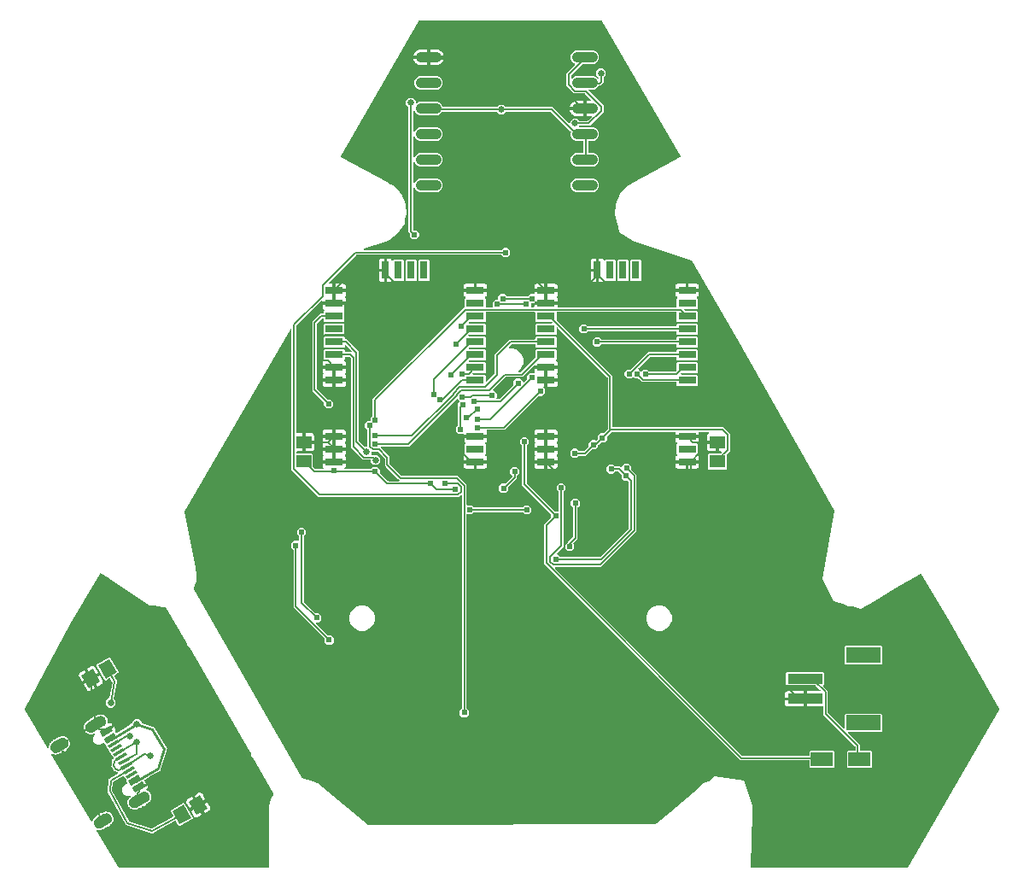
<source format=gbl>
G04 EAGLE Gerber RS-274X export*
G75*
%MOMM*%
%FSLAX34Y34*%
%LPD*%
%INBottom Copper*%
%IPPOS*%
%AMOC8*
5,1,8,0,0,1.08239X$1,22.5*%
G01*
%ADD10C,1.000000*%
%ADD11C,1.108000*%
%ADD12R,0.300000X1.150000*%
%ADD13R,1.300000X1.500000*%
%ADD14R,1.500000X1.300000*%
%ADD15R,1.800000X0.800000*%
%ADD16R,0.800000X1.800000*%
%ADD17R,3.500000X1.000000*%
%ADD18R,3.400000X1.500000*%
%ADD19R,2.160000X1.400000*%
%ADD20C,0.152400*%
%ADD21C,0.609600*%
%ADD22C,0.654800*%
%ADD23C,0.254000*%

G36*
X881506Y2552D02*
X881506Y2552D01*
X881574Y2553D01*
X881627Y2571D01*
X881682Y2580D01*
X881742Y2612D01*
X881806Y2635D01*
X881850Y2669D01*
X881900Y2696D01*
X881946Y2744D01*
X882000Y2786D01*
X882046Y2850D01*
X882069Y2874D01*
X882078Y2893D01*
X882099Y2921D01*
X972568Y159619D01*
X972592Y159683D01*
X972625Y159742D01*
X972636Y159797D01*
X972655Y159849D01*
X972658Y159917D01*
X972670Y159983D01*
X972662Y160039D01*
X972664Y160095D01*
X972645Y160160D01*
X972636Y160227D01*
X972604Y160299D01*
X972595Y160331D01*
X972583Y160348D01*
X972568Y160381D01*
X919535Y252236D01*
X919533Y252239D01*
X919531Y252244D01*
X895155Y293388D01*
X895144Y293401D01*
X895138Y293415D01*
X895066Y293494D01*
X894997Y293577D01*
X894983Y293585D01*
X894972Y293597D01*
X894879Y293649D01*
X894787Y293705D01*
X894771Y293709D01*
X894757Y293717D01*
X894652Y293736D01*
X894547Y293760D01*
X894531Y293758D01*
X894515Y293761D01*
X894410Y293746D01*
X894303Y293735D01*
X894288Y293729D01*
X894272Y293726D01*
X894118Y293659D01*
X869101Y279153D01*
X869097Y279149D01*
X869089Y279146D01*
X848367Y266610D01*
X847304Y265967D01*
X847124Y265858D01*
X847123Y265858D01*
X842706Y263185D01*
X840992Y262812D01*
X840960Y262799D01*
X840926Y262794D01*
X840772Y262727D01*
X834900Y259322D01*
X827259Y261545D01*
X827227Y261549D01*
X827134Y261570D01*
X822018Y262164D01*
X817222Y264454D01*
X817191Y264463D01*
X817107Y264498D01*
X808024Y267140D01*
X796795Y288623D01*
X808750Y356368D01*
X808750Y356424D01*
X808761Y356478D01*
X808752Y356546D01*
X808753Y356614D01*
X808736Y356667D01*
X808728Y356722D01*
X808697Y356794D01*
X808695Y356802D01*
X808690Y356812D01*
X808687Y356819D01*
X808677Y356848D01*
X808670Y356858D01*
X808662Y356876D01*
X713671Y523952D01*
X713670Y523953D01*
X713669Y523956D01*
X667209Y604427D01*
X667167Y604478D01*
X667134Y604534D01*
X667090Y604573D01*
X667053Y604617D01*
X666998Y604652D01*
X666948Y604695D01*
X666873Y604731D01*
X666845Y604748D01*
X666826Y604753D01*
X666796Y604767D01*
X631847Y616717D01*
X631843Y616718D01*
X631836Y616721D01*
X608825Y624195D01*
X595697Y632461D01*
X594749Y638389D01*
X594724Y638462D01*
X594709Y638538D01*
X594681Y638594D01*
X594671Y638623D01*
X594655Y638644D01*
X594633Y638687D01*
X593657Y640171D01*
X591042Y650339D01*
X591861Y660806D01*
X596027Y670444D01*
X600115Y674941D01*
X600132Y674967D01*
X600155Y674989D01*
X600242Y675133D01*
X601086Y676954D01*
X602705Y677851D01*
X602737Y677876D01*
X602774Y677894D01*
X602808Y677923D01*
X602809Y677924D01*
X602813Y677928D01*
X602895Y678000D01*
X602898Y678003D01*
X602899Y678004D01*
X602900Y678005D01*
X603089Y678213D01*
X606490Y680084D01*
X606490Y680085D01*
X608755Y681331D01*
X608886Y681403D01*
X649854Y703951D01*
X649855Y703951D01*
X649856Y703952D01*
X655908Y707302D01*
X655929Y707319D01*
X655954Y707330D01*
X656026Y707395D01*
X656102Y707455D01*
X656116Y707477D01*
X656136Y707495D01*
X656183Y707580D01*
X656236Y707661D01*
X656243Y707687D01*
X656256Y707710D01*
X656273Y707805D01*
X656298Y707899D01*
X656296Y707926D01*
X656301Y707952D01*
X656287Y708048D01*
X656280Y708144D01*
X656270Y708169D01*
X656266Y708195D01*
X656199Y708349D01*
X578990Y842079D01*
X578947Y842131D01*
X578912Y842189D01*
X578870Y842226D01*
X578834Y842269D01*
X578777Y842305D01*
X578725Y842349D01*
X578673Y842370D01*
X578626Y842400D01*
X578560Y842416D01*
X578497Y842441D01*
X578419Y842450D01*
X578387Y842457D01*
X578366Y842455D01*
X578331Y842459D01*
X397391Y842459D01*
X397325Y842448D01*
X397257Y842447D01*
X397204Y842429D01*
X397149Y842420D01*
X397089Y842388D01*
X397025Y842365D01*
X396981Y842331D01*
X396931Y842304D01*
X396885Y842256D01*
X396831Y842214D01*
X396785Y842150D01*
X396762Y842126D01*
X396753Y842107D01*
X396732Y842079D01*
X319514Y708334D01*
X319505Y708308D01*
X319489Y708286D01*
X319461Y708194D01*
X319428Y708104D01*
X319426Y708077D01*
X319419Y708050D01*
X319422Y707954D01*
X319418Y707858D01*
X319426Y707832D01*
X319427Y707804D01*
X319461Y707715D01*
X319488Y707623D01*
X319504Y707600D01*
X319514Y707574D01*
X319575Y707500D01*
X319630Y707421D01*
X319652Y707405D01*
X319670Y707383D01*
X319807Y707287D01*
X366836Y681403D01*
X367215Y681195D01*
X369232Y680085D01*
X369232Y680084D01*
X372633Y678213D01*
X378133Y672163D01*
X378160Y672141D01*
X378182Y672114D01*
X378317Y672015D01*
X378378Y671980D01*
X378408Y671925D01*
X378431Y671862D01*
X378478Y671797D01*
X378494Y671768D01*
X378509Y671755D01*
X378530Y671726D01*
X379695Y670444D01*
X383861Y660806D01*
X384680Y650339D01*
X383392Y645333D01*
X383392Y645332D01*
X383369Y645167D01*
X383249Y641339D01*
X382230Y640384D01*
X382226Y640379D01*
X382221Y640376D01*
X382114Y640247D01*
X376297Y631398D01*
X367998Y624966D01*
X364325Y623711D01*
X364325Y623710D01*
X342561Y616268D01*
X342452Y616210D01*
X342347Y616154D01*
X342346Y616153D01*
X342344Y616152D01*
X342262Y616065D01*
X342178Y615976D01*
X342177Y615974D01*
X342176Y615973D01*
X342126Y615865D01*
X342074Y615753D01*
X342074Y615751D01*
X342073Y615749D01*
X342060Y615628D01*
X342047Y615509D01*
X342048Y615507D01*
X342047Y615505D01*
X342074Y615386D01*
X342100Y615268D01*
X342101Y615267D01*
X342101Y615265D01*
X342163Y615162D01*
X342226Y615057D01*
X342227Y615056D01*
X342228Y615054D01*
X342319Y614977D01*
X342413Y614897D01*
X342414Y614896D01*
X342416Y614895D01*
X342526Y614851D01*
X342641Y614805D01*
X342643Y614805D01*
X342644Y614804D01*
X342652Y614804D01*
X342808Y614787D01*
X478505Y614787D01*
X478595Y614801D01*
X478686Y614809D01*
X478715Y614821D01*
X478747Y614826D01*
X478828Y614869D01*
X478912Y614905D01*
X478944Y614931D01*
X478965Y614942D01*
X478987Y614965D01*
X479043Y615010D01*
X481106Y617073D01*
X484894Y617073D01*
X487573Y614394D01*
X487573Y610606D01*
X484894Y607927D01*
X481106Y607927D01*
X479043Y609990D01*
X478969Y610043D01*
X478899Y610103D01*
X478869Y610115D01*
X478843Y610134D01*
X478756Y610161D01*
X478671Y610195D01*
X478630Y610199D01*
X478608Y610206D01*
X478576Y610205D01*
X478505Y610213D01*
X335263Y610213D01*
X335172Y610199D01*
X335082Y610191D01*
X335052Y610179D01*
X335020Y610174D01*
X334939Y610131D01*
X334855Y610095D01*
X334823Y610069D01*
X334802Y610058D01*
X334780Y610035D01*
X334724Y609990D01*
X307574Y582840D01*
X307532Y582782D01*
X307483Y582730D01*
X307461Y582683D01*
X307431Y582641D01*
X307410Y582572D01*
X307379Y582507D01*
X307374Y582455D01*
X307358Y582405D01*
X307360Y582334D01*
X307352Y582263D01*
X307363Y582212D01*
X307365Y582160D01*
X307389Y582092D01*
X307404Y582022D01*
X307431Y581977D01*
X307449Y581929D01*
X307494Y581873D01*
X307531Y581811D01*
X307570Y581777D01*
X307603Y581737D01*
X307663Y581698D01*
X307718Y581651D01*
X307766Y581632D01*
X307810Y581604D01*
X307879Y581586D01*
X307946Y581559D01*
X308017Y581551D01*
X308048Y581543D01*
X308072Y581545D01*
X308112Y581541D01*
X311337Y581541D01*
X311337Y575762D01*
X311340Y575742D01*
X311338Y575723D01*
X311360Y575621D01*
X311377Y575519D01*
X311386Y575502D01*
X311390Y575482D01*
X311443Y575393D01*
X311492Y575302D01*
X311506Y575288D01*
X311516Y575271D01*
X311595Y575204D01*
X311670Y575133D01*
X311688Y575124D01*
X311703Y575111D01*
X311799Y575072D01*
X311893Y575029D01*
X311913Y575027D01*
X311931Y575019D01*
X312098Y575001D01*
X312861Y575001D01*
X312861Y574999D01*
X312098Y574999D01*
X312078Y574996D01*
X312059Y574998D01*
X311957Y574976D01*
X311855Y574959D01*
X311838Y574950D01*
X311818Y574946D01*
X311729Y574893D01*
X311638Y574844D01*
X311624Y574830D01*
X311607Y574820D01*
X311540Y574741D01*
X311469Y574666D01*
X311460Y574648D01*
X311447Y574633D01*
X311408Y574537D01*
X311365Y574443D01*
X311363Y574423D01*
X311355Y574405D01*
X311337Y574238D01*
X311337Y563823D01*
X301319Y563823D01*
X301319Y564248D01*
X301308Y564318D01*
X301306Y564390D01*
X301288Y564439D01*
X301280Y564490D01*
X301246Y564554D01*
X301221Y564621D01*
X301189Y564662D01*
X301164Y564708D01*
X301112Y564757D01*
X301068Y564813D01*
X301024Y564841D01*
X300986Y564877D01*
X300921Y564907D01*
X300861Y564946D01*
X300810Y564959D01*
X300763Y564981D01*
X300692Y564989D01*
X300622Y565006D01*
X300570Y565002D01*
X300519Y565008D01*
X300448Y564993D01*
X300377Y564987D01*
X300329Y564967D01*
X300278Y564956D01*
X300217Y564919D01*
X300151Y564891D01*
X300095Y564846D01*
X300067Y564829D01*
X300052Y564812D01*
X300020Y564786D01*
X275510Y540276D01*
X275457Y540202D01*
X275397Y540132D01*
X275385Y540102D01*
X275366Y540076D01*
X275339Y539989D01*
X275305Y539904D01*
X275301Y539863D01*
X275294Y539841D01*
X275295Y539809D01*
X275287Y539737D01*
X275287Y434302D01*
X275290Y434282D01*
X275288Y434263D01*
X275310Y434161D01*
X275326Y434059D01*
X275336Y434042D01*
X275340Y434022D01*
X275393Y433933D01*
X275442Y433842D01*
X275456Y433828D01*
X275466Y433811D01*
X275545Y433744D01*
X275620Y433672D01*
X275638Y433664D01*
X275653Y433651D01*
X275749Y433612D01*
X275843Y433569D01*
X275863Y433567D01*
X275881Y433559D01*
X276048Y433541D01*
X281337Y433541D01*
X281337Y425262D01*
X281340Y425242D01*
X281338Y425223D01*
X281360Y425121D01*
X281377Y425019D01*
X281386Y425002D01*
X281390Y424982D01*
X281443Y424893D01*
X281492Y424802D01*
X281506Y424788D01*
X281516Y424771D01*
X281595Y424704D01*
X281670Y424633D01*
X281688Y424624D01*
X281703Y424611D01*
X281799Y424572D01*
X281893Y424529D01*
X281913Y424527D01*
X281931Y424519D01*
X282098Y424501D01*
X282861Y424501D01*
X282861Y424499D01*
X282098Y424499D01*
X282078Y424496D01*
X282059Y424498D01*
X281957Y424476D01*
X281855Y424459D01*
X281838Y424450D01*
X281818Y424446D01*
X281729Y424393D01*
X281638Y424344D01*
X281624Y424330D01*
X281607Y424320D01*
X281540Y424241D01*
X281469Y424166D01*
X281460Y424148D01*
X281447Y424133D01*
X281408Y424037D01*
X281365Y423943D01*
X281363Y423923D01*
X281355Y423905D01*
X281337Y423738D01*
X281337Y415459D01*
X276048Y415459D01*
X276028Y415456D01*
X276009Y415458D01*
X275907Y415436D01*
X275805Y415420D01*
X275788Y415410D01*
X275768Y415406D01*
X275679Y415353D01*
X275588Y415304D01*
X275574Y415290D01*
X275557Y415280D01*
X275490Y415201D01*
X275418Y415126D01*
X275410Y415108D01*
X275397Y415093D01*
X275358Y414997D01*
X275315Y414903D01*
X275313Y414883D01*
X275305Y414865D01*
X275287Y414698D01*
X275287Y414286D01*
X275290Y414266D01*
X275288Y414247D01*
X275310Y414145D01*
X275326Y414043D01*
X275336Y414026D01*
X275340Y414006D01*
X275393Y413917D01*
X275442Y413826D01*
X275456Y413812D01*
X275466Y413795D01*
X275545Y413728D01*
X275620Y413656D01*
X275638Y413648D01*
X275653Y413635D01*
X275749Y413596D01*
X275843Y413553D01*
X275863Y413551D01*
X275881Y413543D01*
X276048Y413525D01*
X290992Y413525D01*
X291885Y412632D01*
X291885Y400164D01*
X291899Y400074D01*
X291907Y399983D01*
X291919Y399954D01*
X291924Y399922D01*
X291967Y399841D01*
X292003Y399757D01*
X292029Y399725D01*
X292040Y399704D01*
X292063Y399682D01*
X292108Y399626D01*
X293724Y398010D01*
X293798Y397957D01*
X293868Y397897D01*
X293898Y397885D01*
X293924Y397866D01*
X294011Y397839D01*
X294096Y397805D01*
X294137Y397801D01*
X294159Y397794D01*
X294191Y397795D01*
X294263Y397787D01*
X301642Y397787D01*
X301713Y397798D01*
X301785Y397800D01*
X301834Y397818D01*
X301885Y397826D01*
X301948Y397860D01*
X302016Y397885D01*
X302056Y397917D01*
X302102Y397942D01*
X302152Y397993D01*
X302208Y398038D01*
X302236Y398082D01*
X302272Y398120D01*
X302302Y398185D01*
X302341Y398245D01*
X302354Y398296D01*
X302375Y398343D01*
X302383Y398414D01*
X302401Y398484D01*
X302397Y398536D01*
X302403Y398587D01*
X302387Y398658D01*
X302382Y398729D01*
X302361Y398777D01*
X302350Y398828D01*
X302313Y398889D01*
X302285Y398955D01*
X302241Y399011D01*
X302224Y399039D01*
X302206Y399054D01*
X302181Y399086D01*
X301827Y399440D01*
X301492Y400019D01*
X301319Y400666D01*
X301319Y403477D01*
X312098Y403477D01*
X312118Y403480D01*
X312137Y403478D01*
X312239Y403500D01*
X312341Y403517D01*
X312358Y403526D01*
X312378Y403530D01*
X312467Y403583D01*
X312558Y403632D01*
X312572Y403646D01*
X312589Y403656D01*
X312656Y403735D01*
X312727Y403810D01*
X312736Y403828D01*
X312749Y403843D01*
X312788Y403939D01*
X312831Y404033D01*
X312833Y404053D01*
X312841Y404071D01*
X312859Y404238D01*
X312859Y405001D01*
X312861Y405001D01*
X312861Y404238D01*
X312864Y404218D01*
X312862Y404199D01*
X312884Y404097D01*
X312901Y403995D01*
X312910Y403978D01*
X312914Y403958D01*
X312967Y403869D01*
X313016Y403778D01*
X313030Y403764D01*
X313040Y403747D01*
X313119Y403680D01*
X313194Y403609D01*
X313212Y403600D01*
X313227Y403587D01*
X313323Y403548D01*
X313417Y403505D01*
X313437Y403503D01*
X313455Y403495D01*
X313622Y403477D01*
X324401Y403477D01*
X324401Y400665D01*
X324228Y400019D01*
X323893Y399440D01*
X323539Y399086D01*
X323498Y399028D01*
X323448Y398976D01*
X323426Y398929D01*
X323396Y398887D01*
X323375Y398818D01*
X323345Y398753D01*
X323339Y398701D01*
X323323Y398651D01*
X323325Y398580D01*
X323317Y398509D01*
X323329Y398458D01*
X323330Y398406D01*
X323354Y398338D01*
X323370Y398268D01*
X323396Y398223D01*
X323414Y398175D01*
X323459Y398119D01*
X323496Y398057D01*
X323535Y398023D01*
X323568Y397983D01*
X323628Y397944D01*
X323683Y397897D01*
X323731Y397878D01*
X323775Y397850D01*
X323844Y397832D01*
X323911Y397805D01*
X323982Y397797D01*
X324013Y397789D01*
X324037Y397791D01*
X324078Y397787D01*
X349005Y397787D01*
X349095Y397801D01*
X349186Y397809D01*
X349215Y397821D01*
X349247Y397826D01*
X349328Y397869D01*
X349412Y397905D01*
X349444Y397931D01*
X349465Y397942D01*
X349487Y397965D01*
X349543Y398010D01*
X351606Y400073D01*
X355394Y400073D01*
X358073Y397394D01*
X358073Y394476D01*
X358087Y394386D01*
X358095Y394295D01*
X358107Y394266D01*
X358112Y394234D01*
X358155Y394153D01*
X358191Y394069D01*
X358217Y394037D01*
X358228Y394016D01*
X358251Y393994D01*
X358296Y393938D01*
X366224Y386010D01*
X366298Y385957D01*
X366368Y385897D01*
X366398Y385885D01*
X366424Y385866D01*
X366511Y385839D01*
X366596Y385805D01*
X366637Y385801D01*
X366659Y385794D01*
X366691Y385795D01*
X366763Y385787D01*
X377142Y385787D01*
X377212Y385798D01*
X377284Y385800D01*
X377333Y385818D01*
X377384Y385826D01*
X377448Y385860D01*
X377515Y385885D01*
X377556Y385917D01*
X377602Y385942D01*
X377651Y385994D01*
X377707Y386038D01*
X377735Y386082D01*
X377771Y386120D01*
X377801Y386185D01*
X377840Y386245D01*
X377853Y386296D01*
X377875Y386343D01*
X377883Y386414D01*
X377900Y386484D01*
X377896Y386536D01*
X377902Y386587D01*
X377887Y386658D01*
X377881Y386729D01*
X377861Y386777D01*
X377850Y386828D01*
X377813Y386889D01*
X377785Y386955D01*
X377740Y387011D01*
X377723Y387039D01*
X377706Y387054D01*
X377680Y387086D01*
X376490Y388276D01*
X364776Y399990D01*
X363213Y401553D01*
X363213Y408237D01*
X363199Y408328D01*
X363191Y408418D01*
X363179Y408448D01*
X363174Y408480D01*
X363131Y408561D01*
X363095Y408645D01*
X363069Y408677D01*
X363058Y408698D01*
X363035Y408720D01*
X362990Y408776D01*
X357110Y414656D01*
X357036Y414709D01*
X356966Y414769D01*
X356936Y414781D01*
X356910Y414800D01*
X356823Y414827D01*
X356738Y414861D01*
X356697Y414865D01*
X356675Y414872D01*
X356643Y414871D01*
X356571Y414879D01*
X350560Y414879D01*
X350540Y414876D01*
X350521Y414878D01*
X350419Y414856D01*
X350317Y414840D01*
X350300Y414830D01*
X350280Y414826D01*
X350191Y414773D01*
X350100Y414724D01*
X350086Y414710D01*
X350069Y414700D01*
X350002Y414621D01*
X349930Y414546D01*
X349922Y414528D01*
X349909Y414513D01*
X349870Y414416D01*
X349827Y414323D01*
X349825Y414303D01*
X349817Y414285D01*
X349799Y414118D01*
X349799Y413007D01*
X349771Y412968D01*
X349721Y412916D01*
X349700Y412869D01*
X349669Y412827D01*
X349648Y412758D01*
X349618Y412693D01*
X349612Y412641D01*
X349597Y412592D01*
X349599Y412520D01*
X349591Y412449D01*
X349602Y412398D01*
X349603Y412346D01*
X349628Y412278D01*
X349643Y412208D01*
X349670Y412163D01*
X349688Y412115D01*
X349732Y412059D01*
X349769Y411997D01*
X349809Y411963D01*
X349841Y411923D01*
X349902Y411884D01*
X349956Y411837D01*
X350004Y411818D01*
X350048Y411790D01*
X350118Y411772D01*
X350184Y411745D01*
X350255Y411737D01*
X350287Y411729D01*
X350310Y411731D01*
X350351Y411727D01*
X355988Y411727D01*
X358799Y408916D01*
X358799Y404940D01*
X355988Y402129D01*
X352012Y402129D01*
X349201Y404940D01*
X349201Y406392D01*
X349198Y406412D01*
X349200Y406431D01*
X349178Y406533D01*
X349162Y406635D01*
X349152Y406652D01*
X349148Y406672D01*
X349095Y406761D01*
X349046Y406852D01*
X349032Y406866D01*
X349022Y406883D01*
X348943Y406950D01*
X348868Y407022D01*
X348850Y407030D01*
X348835Y407043D01*
X348739Y407082D01*
X348645Y407125D01*
X348625Y407127D01*
X348607Y407135D01*
X348440Y407153D01*
X341750Y407153D01*
X329665Y419238D01*
X329665Y507237D01*
X329651Y507328D01*
X329643Y507418D01*
X329631Y507448D01*
X329626Y507480D01*
X329600Y507528D01*
X329600Y507529D01*
X329596Y507536D01*
X329583Y507561D01*
X329547Y507645D01*
X329521Y507677D01*
X329510Y507698D01*
X329487Y507720D01*
X329483Y507725D01*
X329474Y507740D01*
X329464Y507749D01*
X329442Y507776D01*
X328228Y508990D01*
X328154Y509043D01*
X328084Y509103D01*
X328054Y509115D01*
X328028Y509134D01*
X327941Y509161D01*
X327856Y509195D01*
X327815Y509199D01*
X327793Y509206D01*
X327761Y509205D01*
X327689Y509213D01*
X324146Y509213D01*
X324126Y509210D01*
X324107Y509212D01*
X324005Y509190D01*
X323903Y509174D01*
X323886Y509164D01*
X323866Y509160D01*
X323777Y509107D01*
X323686Y509058D01*
X323672Y509044D01*
X323655Y509034D01*
X323588Y508955D01*
X323516Y508880D01*
X323508Y508862D01*
X323495Y508847D01*
X323456Y508751D01*
X323413Y508657D01*
X323411Y508637D01*
X323403Y508619D01*
X323385Y508452D01*
X323385Y506868D01*
X322809Y506292D01*
X322740Y506196D01*
X322669Y506100D01*
X322668Y506096D01*
X322665Y506093D01*
X322631Y505980D01*
X322594Y505866D01*
X322594Y505862D01*
X322593Y505858D01*
X322596Y505739D01*
X322598Y505620D01*
X322599Y505616D01*
X322599Y505612D01*
X322640Y505500D01*
X322680Y505388D01*
X322682Y505385D01*
X322684Y505381D01*
X322758Y505288D01*
X322831Y505194D01*
X322835Y505191D01*
X322837Y505189D01*
X322849Y505181D01*
X322966Y505095D01*
X323420Y504833D01*
X323893Y504360D01*
X324228Y503781D01*
X324401Y503134D01*
X324401Y500323D01*
X313622Y500323D01*
X313602Y500320D01*
X313583Y500322D01*
X313481Y500300D01*
X313379Y500283D01*
X313362Y500274D01*
X313342Y500270D01*
X313253Y500217D01*
X313162Y500168D01*
X313148Y500154D01*
X313131Y500144D01*
X313064Y500065D01*
X312993Y499990D01*
X312984Y499972D01*
X312971Y499957D01*
X312932Y499861D01*
X312889Y499767D01*
X312887Y499747D01*
X312879Y499729D01*
X312861Y499562D01*
X312861Y498799D01*
X312859Y498799D01*
X312859Y499562D01*
X312856Y499582D01*
X312858Y499601D01*
X312836Y499703D01*
X312819Y499805D01*
X312810Y499822D01*
X312806Y499842D01*
X312753Y499931D01*
X312704Y500022D01*
X312690Y500036D01*
X312680Y500053D01*
X312601Y500120D01*
X312526Y500191D01*
X312508Y500200D01*
X312493Y500213D01*
X312397Y500252D01*
X312303Y500295D01*
X312283Y500297D01*
X312265Y500305D01*
X312098Y500323D01*
X301319Y500323D01*
X301319Y503134D01*
X301492Y503781D01*
X301827Y504360D01*
X302300Y504833D01*
X302754Y505095D01*
X302783Y505119D01*
X302786Y505121D01*
X302790Y505125D01*
X302845Y505170D01*
X302938Y505245D01*
X302941Y505248D01*
X302944Y505251D01*
X303006Y505350D01*
X303071Y505451D01*
X303072Y505456D01*
X303075Y505459D01*
X303102Y505572D01*
X303131Y505690D01*
X303131Y505694D01*
X303132Y505698D01*
X303122Y505817D01*
X303112Y505935D01*
X303111Y505939D01*
X303110Y505943D01*
X303062Y506053D01*
X303016Y506162D01*
X303013Y506165D01*
X303012Y506168D01*
X303002Y506179D01*
X302911Y506292D01*
X302335Y506868D01*
X302335Y516132D01*
X303228Y517025D01*
X322492Y517025D01*
X323385Y516132D01*
X323385Y514548D01*
X323388Y514528D01*
X323386Y514509D01*
X323408Y514407D01*
X323424Y514305D01*
X323434Y514288D01*
X323438Y514268D01*
X323491Y514179D01*
X323540Y514088D01*
X323554Y514074D01*
X323564Y514057D01*
X323643Y513990D01*
X323718Y513918D01*
X323736Y513910D01*
X323751Y513897D01*
X323847Y513858D01*
X323941Y513815D01*
X323961Y513813D01*
X323979Y513805D01*
X324146Y513787D01*
X329642Y513787D01*
X329712Y513798D01*
X329784Y513800D01*
X329833Y513818D01*
X329884Y513826D01*
X329948Y513860D01*
X330015Y513885D01*
X330056Y513917D01*
X330102Y513942D01*
X330151Y513993D01*
X330207Y514038D01*
X330235Y514082D01*
X330271Y514120D01*
X330301Y514185D01*
X330340Y514245D01*
X330353Y514296D01*
X330375Y514343D01*
X330383Y514414D01*
X330400Y514484D01*
X330396Y514536D01*
X330402Y514587D01*
X330387Y514658D01*
X330381Y514729D01*
X330361Y514777D01*
X330350Y514828D01*
X330313Y514889D01*
X330285Y514955D01*
X330240Y515011D01*
X330223Y515039D01*
X330206Y515054D01*
X330180Y515086D01*
X324684Y520582D01*
X324626Y520624D01*
X324574Y520673D01*
X324527Y520695D01*
X324485Y520725D01*
X324416Y520746D01*
X324351Y520777D01*
X324299Y520782D01*
X324249Y520798D01*
X324178Y520796D01*
X324107Y520804D01*
X324056Y520793D01*
X324004Y520791D01*
X323936Y520767D01*
X323866Y520752D01*
X323822Y520725D01*
X323773Y520707D01*
X323717Y520662D01*
X323655Y520625D01*
X323621Y520586D01*
X323581Y520553D01*
X323542Y520493D01*
X323495Y520438D01*
X323476Y520390D01*
X323448Y520346D01*
X323430Y520277D01*
X323403Y520210D01*
X323395Y520139D01*
X323387Y520108D01*
X323389Y520084D01*
X323385Y520044D01*
X323385Y519568D01*
X322492Y518675D01*
X303228Y518675D01*
X302335Y519568D01*
X302335Y528832D01*
X303228Y529725D01*
X322492Y529725D01*
X323385Y528832D01*
X323385Y527248D01*
X323388Y527228D01*
X323386Y527209D01*
X323408Y527107D01*
X323424Y527005D01*
X323434Y526988D01*
X323438Y526968D01*
X323491Y526879D01*
X323540Y526788D01*
X323554Y526774D01*
X323564Y526757D01*
X323643Y526690D01*
X323718Y526618D01*
X323736Y526610D01*
X323751Y526597D01*
X323847Y526558D01*
X323941Y526515D01*
X323961Y526513D01*
X323979Y526505D01*
X324146Y526487D01*
X325247Y526487D01*
X337287Y514447D01*
X337287Y426263D01*
X337301Y426172D01*
X337309Y426082D01*
X337321Y426052D01*
X337326Y426020D01*
X337369Y425939D01*
X337405Y425855D01*
X337431Y425823D01*
X337442Y425802D01*
X337465Y425780D01*
X337510Y425724D01*
X343212Y420022D01*
X343286Y419969D01*
X343356Y419909D01*
X343386Y419897D01*
X343412Y419878D01*
X343499Y419851D01*
X343584Y419817D01*
X343625Y419813D01*
X343647Y419806D01*
X343679Y419807D01*
X343751Y419799D01*
X344952Y419799D01*
X344972Y419802D01*
X344991Y419800D01*
X345093Y419822D01*
X345195Y419838D01*
X345212Y419848D01*
X345232Y419852D01*
X345321Y419905D01*
X345412Y419954D01*
X345426Y419968D01*
X345443Y419978D01*
X345510Y420057D01*
X345582Y420132D01*
X345590Y420150D01*
X345603Y420165D01*
X345642Y420261D01*
X345685Y420355D01*
X345687Y420375D01*
X345695Y420393D01*
X345713Y420560D01*
X345713Y436505D01*
X345699Y436595D01*
X345691Y436686D01*
X345679Y436715D01*
X345674Y436747D01*
X345631Y436828D01*
X345595Y436912D01*
X345569Y436944D01*
X345558Y436965D01*
X345535Y436987D01*
X345490Y437043D01*
X343427Y439106D01*
X343427Y442894D01*
X346106Y445573D01*
X348166Y445573D01*
X348186Y445576D01*
X348205Y445574D01*
X348307Y445596D01*
X348409Y445612D01*
X348426Y445622D01*
X348446Y445626D01*
X348535Y445679D01*
X348626Y445728D01*
X348640Y445742D01*
X348657Y445752D01*
X348724Y445831D01*
X348796Y445906D01*
X348804Y445924D01*
X348817Y445939D01*
X348856Y446035D01*
X348899Y446129D01*
X348901Y446149D01*
X348909Y446167D01*
X348927Y446334D01*
X348927Y448394D01*
X350990Y450457D01*
X351043Y450531D01*
X351103Y450601D01*
X351115Y450631D01*
X351134Y450657D01*
X351161Y450744D01*
X351195Y450829D01*
X351199Y450870D01*
X351206Y450892D01*
X351205Y450924D01*
X351213Y450995D01*
X351213Y467447D01*
X442112Y558346D01*
X442165Y558420D01*
X442225Y558490D01*
X442237Y558520D01*
X442256Y558546D01*
X442283Y558633D01*
X442317Y558718D01*
X442321Y558759D01*
X442328Y558781D01*
X442327Y558813D01*
X442335Y558885D01*
X442335Y566932D01*
X442911Y567508D01*
X442980Y567603D01*
X443051Y567700D01*
X443052Y567704D01*
X443055Y567707D01*
X443089Y567819D01*
X443126Y567934D01*
X443126Y567938D01*
X443127Y567942D01*
X443124Y568061D01*
X443122Y568180D01*
X443121Y568184D01*
X443121Y568188D01*
X443080Y568300D01*
X443040Y568412D01*
X443038Y568415D01*
X443036Y568419D01*
X442962Y568512D01*
X442889Y568606D01*
X442885Y568609D01*
X442883Y568611D01*
X442871Y568619D01*
X442754Y568705D01*
X442300Y568967D01*
X441827Y569440D01*
X441492Y570019D01*
X441319Y570666D01*
X441319Y573477D01*
X452098Y573477D01*
X452118Y573480D01*
X452137Y573478D01*
X452239Y573500D01*
X452341Y573517D01*
X452358Y573526D01*
X452378Y573530D01*
X452467Y573583D01*
X452558Y573632D01*
X452572Y573646D01*
X452589Y573656D01*
X452656Y573735D01*
X452727Y573810D01*
X452736Y573828D01*
X452749Y573843D01*
X452788Y573939D01*
X452831Y574033D01*
X452833Y574053D01*
X452841Y574071D01*
X452859Y574238D01*
X452859Y575001D01*
X452861Y575001D01*
X452861Y574238D01*
X452864Y574219D01*
X452862Y574200D01*
X452862Y574199D01*
X452884Y574097D01*
X452901Y573995D01*
X452910Y573978D01*
X452914Y573958D01*
X452967Y573869D01*
X453016Y573778D01*
X453030Y573764D01*
X453040Y573747D01*
X453119Y573680D01*
X453194Y573609D01*
X453212Y573600D01*
X453227Y573587D01*
X453323Y573548D01*
X453417Y573505D01*
X453437Y573503D01*
X453455Y573495D01*
X453622Y573477D01*
X464401Y573477D01*
X464401Y570665D01*
X464228Y570019D01*
X463893Y569440D01*
X463420Y568967D01*
X462966Y568705D01*
X462875Y568630D01*
X462782Y568555D01*
X462779Y568552D01*
X462776Y568549D01*
X462714Y568450D01*
X462649Y568349D01*
X462648Y568344D01*
X462645Y568341D01*
X462618Y568226D01*
X462589Y568110D01*
X462589Y568106D01*
X462588Y568102D01*
X462598Y567983D01*
X462608Y567865D01*
X462609Y567861D01*
X462610Y567857D01*
X462658Y567747D01*
X462704Y567638D01*
X462707Y567635D01*
X462708Y567632D01*
X462718Y567621D01*
X462809Y567508D01*
X463385Y566932D01*
X463385Y559048D01*
X463388Y559028D01*
X463386Y559009D01*
X463408Y558907D01*
X463424Y558805D01*
X463434Y558788D01*
X463438Y558768D01*
X463491Y558679D01*
X463540Y558588D01*
X463554Y558574D01*
X463564Y558557D01*
X463643Y558490D01*
X463718Y558418D01*
X463736Y558410D01*
X463751Y558397D01*
X463847Y558358D01*
X463941Y558315D01*
X463961Y558313D01*
X463979Y558305D01*
X464146Y558287D01*
X469409Y558287D01*
X469479Y558298D01*
X469551Y558300D01*
X469600Y558318D01*
X469651Y558326D01*
X469715Y558360D01*
X469782Y558385D01*
X469823Y558417D01*
X469869Y558442D01*
X469918Y558493D01*
X469974Y558538D01*
X470002Y558582D01*
X470038Y558620D01*
X470068Y558685D01*
X470107Y558745D01*
X470120Y558796D01*
X470142Y558843D01*
X470150Y558914D01*
X470167Y558984D01*
X470163Y559036D01*
X470169Y559087D01*
X470154Y559158D01*
X470148Y559229D01*
X470128Y559277D01*
X470117Y559328D01*
X470080Y559389D01*
X470052Y559455D01*
X470007Y559511D01*
X469990Y559539D01*
X469973Y559554D01*
X469947Y559586D01*
X469927Y559606D01*
X469927Y563394D01*
X472606Y566073D01*
X474666Y566073D01*
X474686Y566076D01*
X474705Y566074D01*
X474807Y566096D01*
X474909Y566112D01*
X474926Y566122D01*
X474946Y566126D01*
X475035Y566179D01*
X475126Y566228D01*
X475140Y566242D01*
X475157Y566252D01*
X475224Y566331D01*
X475296Y566406D01*
X475304Y566424D01*
X475317Y566439D01*
X475356Y566535D01*
X475399Y566629D01*
X475401Y566649D01*
X475409Y566667D01*
X475427Y566834D01*
X475427Y568894D01*
X478106Y571573D01*
X481894Y571573D01*
X483957Y569510D01*
X484031Y569457D01*
X484101Y569397D01*
X484131Y569385D01*
X484157Y569366D01*
X484244Y569339D01*
X484329Y569305D01*
X484370Y569301D01*
X484392Y569294D01*
X484424Y569295D01*
X484495Y569287D01*
X504505Y569287D01*
X504595Y569301D01*
X504686Y569309D01*
X504715Y569321D01*
X504747Y569326D01*
X504828Y569369D01*
X504912Y569405D01*
X504944Y569431D01*
X504965Y569442D01*
X504987Y569465D01*
X505043Y569510D01*
X507106Y571573D01*
X510558Y571573D01*
X510578Y571576D01*
X510597Y571574D01*
X510699Y571596D01*
X510801Y571612D01*
X510818Y571622D01*
X510838Y571626D01*
X510927Y571679D01*
X511018Y571728D01*
X511032Y571742D01*
X511049Y571752D01*
X511116Y571831D01*
X511188Y571906D01*
X511196Y571924D01*
X511209Y571939D01*
X511248Y572035D01*
X511291Y572129D01*
X511293Y572149D01*
X511301Y572167D01*
X511319Y572334D01*
X511319Y573477D01*
X521337Y573477D01*
X521337Y563823D01*
X512605Y563823D01*
X512515Y563808D01*
X512424Y563801D01*
X512395Y563789D01*
X512363Y563783D01*
X512282Y563741D01*
X512198Y563705D01*
X512166Y563679D01*
X512145Y563668D01*
X512123Y563645D01*
X512067Y563600D01*
X510894Y562427D01*
X508834Y562427D01*
X508814Y562424D01*
X508795Y562426D01*
X508693Y562404D01*
X508591Y562388D01*
X508574Y562378D01*
X508554Y562374D01*
X508465Y562321D01*
X508374Y562272D01*
X508360Y562258D01*
X508343Y562248D01*
X508276Y562169D01*
X508204Y562094D01*
X508196Y562076D01*
X508183Y562061D01*
X508144Y561965D01*
X508101Y561871D01*
X508099Y561851D01*
X508091Y561833D01*
X508073Y561666D01*
X508073Y559606D01*
X508053Y559586D01*
X508011Y559528D01*
X507962Y559476D01*
X507940Y559429D01*
X507910Y559387D01*
X507888Y559318D01*
X507858Y559253D01*
X507853Y559201D01*
X507837Y559151D01*
X507839Y559080D01*
X507831Y559009D01*
X507842Y558958D01*
X507844Y558906D01*
X507868Y558838D01*
X507883Y558768D01*
X507910Y558723D01*
X507928Y558675D01*
X507973Y558619D01*
X508010Y558557D01*
X508049Y558523D01*
X508082Y558483D01*
X508142Y558444D01*
X508196Y558397D01*
X508245Y558378D01*
X508289Y558350D01*
X508358Y558332D01*
X508425Y558305D01*
X508496Y558297D01*
X508527Y558289D01*
X508550Y558291D01*
X508591Y558287D01*
X510558Y558287D01*
X510578Y558290D01*
X510597Y558288D01*
X510699Y558310D01*
X510801Y558326D01*
X510818Y558336D01*
X510838Y558340D01*
X510927Y558393D01*
X511018Y558442D01*
X511032Y558456D01*
X511049Y558466D01*
X511116Y558545D01*
X511188Y558620D01*
X511196Y558638D01*
X511209Y558653D01*
X511248Y558749D01*
X511291Y558843D01*
X511293Y558863D01*
X511301Y558881D01*
X511319Y559048D01*
X511319Y560777D01*
X522098Y560777D01*
X522118Y560780D01*
X522137Y560778D01*
X522239Y560800D01*
X522341Y560817D01*
X522358Y560826D01*
X522378Y560830D01*
X522467Y560883D01*
X522558Y560932D01*
X522572Y560946D01*
X522589Y560956D01*
X522656Y561035D01*
X522727Y561110D01*
X522736Y561128D01*
X522749Y561143D01*
X522788Y561239D01*
X522831Y561333D01*
X522833Y561353D01*
X522841Y561371D01*
X522859Y561538D01*
X522859Y562301D01*
X522861Y562301D01*
X522861Y561538D01*
X522864Y561518D01*
X522862Y561499D01*
X522884Y561397D01*
X522901Y561295D01*
X522910Y561278D01*
X522914Y561258D01*
X522967Y561169D01*
X523016Y561078D01*
X523030Y561064D01*
X523040Y561047D01*
X523119Y560980D01*
X523194Y560909D01*
X523212Y560900D01*
X523227Y560887D01*
X523323Y560848D01*
X523417Y560805D01*
X523437Y560803D01*
X523455Y560795D01*
X523622Y560777D01*
X534401Y560777D01*
X534401Y559048D01*
X534404Y559028D01*
X534402Y559009D01*
X534424Y558907D01*
X534440Y558805D01*
X534450Y558788D01*
X534454Y558768D01*
X534507Y558679D01*
X534556Y558588D01*
X534570Y558574D01*
X534580Y558557D01*
X534659Y558490D01*
X534734Y558418D01*
X534752Y558410D01*
X534767Y558397D01*
X534863Y558358D01*
X534957Y558315D01*
X534977Y558313D01*
X534995Y558305D01*
X535162Y558287D01*
X651574Y558287D01*
X651594Y558290D01*
X651613Y558288D01*
X651715Y558310D01*
X651817Y558326D01*
X651834Y558336D01*
X651854Y558340D01*
X651943Y558393D01*
X652034Y558442D01*
X652048Y558456D01*
X652065Y558466D01*
X652132Y558545D01*
X652204Y558620D01*
X652212Y558638D01*
X652225Y558653D01*
X652264Y558749D01*
X652307Y558843D01*
X652309Y558863D01*
X652317Y558881D01*
X652335Y559048D01*
X652335Y566932D01*
X652911Y567508D01*
X652980Y567603D01*
X653051Y567700D01*
X653052Y567704D01*
X653055Y567707D01*
X653089Y567819D01*
X653126Y567934D01*
X653126Y567938D01*
X653127Y567942D01*
X653124Y568061D01*
X653122Y568180D01*
X653121Y568184D01*
X653121Y568188D01*
X653080Y568300D01*
X653040Y568412D01*
X653038Y568415D01*
X653036Y568419D01*
X652962Y568512D01*
X652889Y568606D01*
X652885Y568609D01*
X652883Y568611D01*
X652871Y568619D01*
X652754Y568705D01*
X652300Y568967D01*
X651827Y569440D01*
X651492Y570019D01*
X651319Y570666D01*
X651319Y573477D01*
X662098Y573477D01*
X662118Y573480D01*
X662137Y573478D01*
X662239Y573500D01*
X662341Y573517D01*
X662358Y573526D01*
X662378Y573530D01*
X662467Y573583D01*
X662558Y573632D01*
X662572Y573646D01*
X662589Y573656D01*
X662656Y573735D01*
X662727Y573810D01*
X662736Y573828D01*
X662749Y573843D01*
X662788Y573939D01*
X662831Y574033D01*
X662833Y574053D01*
X662841Y574071D01*
X662859Y574238D01*
X662859Y575001D01*
X662861Y575001D01*
X662861Y574238D01*
X662864Y574219D01*
X662862Y574200D01*
X662862Y574199D01*
X662884Y574097D01*
X662901Y573995D01*
X662910Y573978D01*
X662914Y573958D01*
X662967Y573869D01*
X663016Y573778D01*
X663030Y573764D01*
X663040Y573747D01*
X663119Y573680D01*
X663194Y573609D01*
X663212Y573600D01*
X663227Y573587D01*
X663323Y573548D01*
X663417Y573505D01*
X663437Y573503D01*
X663455Y573495D01*
X663622Y573477D01*
X674401Y573477D01*
X674401Y570666D01*
X674228Y570019D01*
X673893Y569440D01*
X673420Y568967D01*
X672966Y568705D01*
X672875Y568630D01*
X672782Y568555D01*
X672779Y568552D01*
X672776Y568549D01*
X672714Y568450D01*
X672649Y568349D01*
X672648Y568344D01*
X672645Y568341D01*
X672618Y568226D01*
X672589Y568110D01*
X672589Y568106D01*
X672588Y568102D01*
X672598Y567983D01*
X672608Y567865D01*
X672609Y567861D01*
X672610Y567857D01*
X672658Y567747D01*
X672704Y567638D01*
X672707Y567635D01*
X672708Y567632D01*
X672718Y567621D01*
X672809Y567508D01*
X673385Y566932D01*
X673385Y557668D01*
X672492Y556775D01*
X660796Y556775D01*
X660726Y556764D01*
X660654Y556762D01*
X660605Y556744D01*
X660554Y556736D01*
X660490Y556702D01*
X660423Y556677D01*
X660382Y556645D01*
X660336Y556620D01*
X660287Y556569D01*
X660231Y556524D01*
X660203Y556480D01*
X660167Y556442D01*
X660137Y556377D01*
X660098Y556317D01*
X660085Y556266D01*
X660063Y556219D01*
X660055Y556148D01*
X660038Y556078D01*
X660042Y556026D01*
X660036Y555975D01*
X660051Y555904D01*
X660057Y555833D01*
X660077Y555785D01*
X660088Y555734D01*
X660125Y555673D01*
X660153Y555607D01*
X660198Y555551D01*
X660215Y555523D01*
X660232Y555508D01*
X660258Y555476D01*
X660386Y555348D01*
X660460Y555294D01*
X660530Y555235D01*
X660560Y555223D01*
X660586Y555204D01*
X660673Y555177D01*
X660758Y555143D01*
X660799Y555139D01*
X660821Y555132D01*
X660853Y555133D01*
X660925Y555125D01*
X672492Y555125D01*
X673385Y554232D01*
X673385Y544968D01*
X672492Y544075D01*
X653228Y544075D01*
X652335Y544968D01*
X652335Y552952D01*
X652334Y552961D01*
X652334Y552964D01*
X652332Y552973D01*
X652334Y552991D01*
X652312Y553093D01*
X652296Y553195D01*
X652286Y553212D01*
X652282Y553232D01*
X652229Y553321D01*
X652180Y553412D01*
X652166Y553426D01*
X652156Y553443D01*
X652077Y553510D01*
X652002Y553582D01*
X651984Y553590D01*
X651969Y553603D01*
X651873Y553642D01*
X651779Y553685D01*
X651759Y553687D01*
X651741Y553695D01*
X651574Y553713D01*
X534146Y553713D01*
X534126Y553710D01*
X534107Y553712D01*
X534005Y553690D01*
X533903Y553674D01*
X533886Y553664D01*
X533866Y553660D01*
X533777Y553607D01*
X533686Y553558D01*
X533672Y553544D01*
X533655Y553534D01*
X533588Y553455D01*
X533516Y553380D01*
X533508Y553362D01*
X533495Y553347D01*
X533456Y553251D01*
X533413Y553157D01*
X533411Y553137D01*
X533403Y553119D01*
X533385Y552952D01*
X533385Y546165D01*
X533399Y546074D01*
X533407Y545984D01*
X533419Y545954D01*
X533424Y545922D01*
X533467Y545841D01*
X533503Y545757D01*
X533529Y545725D01*
X533540Y545704D01*
X533563Y545682D01*
X533608Y545626D01*
X588787Y490447D01*
X588787Y440048D01*
X588790Y440028D01*
X588788Y440009D01*
X588810Y439907D01*
X588826Y439805D01*
X588836Y439788D01*
X588840Y439768D01*
X588893Y439679D01*
X588942Y439588D01*
X588956Y439574D01*
X588966Y439557D01*
X589045Y439490D01*
X589120Y439418D01*
X589138Y439410D01*
X589153Y439397D01*
X589249Y439358D01*
X589343Y439315D01*
X589363Y439313D01*
X589381Y439305D01*
X589548Y439287D01*
X698947Y439287D01*
X705287Y432947D01*
X705287Y416053D01*
X702108Y412874D01*
X702055Y412800D01*
X701995Y412730D01*
X701983Y412700D01*
X701964Y412674D01*
X701937Y412587D01*
X701903Y412502D01*
X701899Y412461D01*
X701892Y412439D01*
X701893Y412407D01*
X701885Y412335D01*
X701885Y398368D01*
X700992Y397475D01*
X684728Y397475D01*
X683835Y398368D01*
X683835Y412632D01*
X684728Y413525D01*
X695975Y413525D01*
X696065Y413539D01*
X696156Y413547D01*
X696186Y413559D01*
X696218Y413564D01*
X696299Y413607D01*
X696383Y413643D01*
X696415Y413669D01*
X696436Y413680D01*
X696458Y413703D01*
X696514Y413748D01*
X696926Y414160D01*
X696968Y414218D01*
X697017Y414270D01*
X697039Y414317D01*
X697069Y414359D01*
X697090Y414428D01*
X697121Y414493D01*
X697126Y414545D01*
X697142Y414595D01*
X697140Y414666D01*
X697148Y414737D01*
X697137Y414788D01*
X697135Y414840D01*
X697111Y414908D01*
X697096Y414978D01*
X697069Y415023D01*
X697051Y415071D01*
X697006Y415127D01*
X696969Y415189D01*
X696930Y415223D01*
X696897Y415263D01*
X696837Y415302D01*
X696782Y415349D01*
X696734Y415368D01*
X696690Y415396D01*
X696621Y415414D01*
X696554Y415441D01*
X696483Y415449D01*
X696452Y415457D01*
X696428Y415455D01*
X696388Y415459D01*
X694383Y415459D01*
X694383Y423738D01*
X694380Y423758D01*
X694382Y423777D01*
X694360Y423879D01*
X694343Y423981D01*
X694334Y423998D01*
X694330Y424018D01*
X694277Y424107D01*
X694228Y424198D01*
X694214Y424212D01*
X694204Y424229D01*
X694125Y424296D01*
X694050Y424367D01*
X694032Y424376D01*
X694017Y424389D01*
X693921Y424428D01*
X693827Y424471D01*
X693807Y424473D01*
X693789Y424481D01*
X693622Y424499D01*
X692859Y424499D01*
X692859Y425262D01*
X692856Y425282D01*
X692858Y425301D01*
X692836Y425403D01*
X692819Y425505D01*
X692810Y425522D01*
X692806Y425542D01*
X692753Y425631D01*
X692704Y425722D01*
X692690Y425736D01*
X692680Y425753D01*
X692601Y425820D01*
X692526Y425891D01*
X692508Y425900D01*
X692493Y425913D01*
X692397Y425952D01*
X692303Y425995D01*
X692283Y425997D01*
X692265Y426005D01*
X692098Y426023D01*
X682819Y426023D01*
X682819Y431334D01*
X682992Y431981D01*
X683327Y432560D01*
X683800Y433033D01*
X684250Y433293D01*
X684287Y433323D01*
X684329Y433346D01*
X684381Y433400D01*
X684440Y433449D01*
X684466Y433489D01*
X684499Y433524D01*
X684531Y433593D01*
X684571Y433657D01*
X684582Y433703D01*
X684602Y433747D01*
X684611Y433822D01*
X684628Y433896D01*
X684624Y433944D01*
X684629Y433991D01*
X684613Y434066D01*
X684607Y434141D01*
X684587Y434185D01*
X684577Y434232D01*
X684538Y434297D01*
X684508Y434366D01*
X684475Y434402D01*
X684451Y434443D01*
X684393Y434492D01*
X684342Y434548D01*
X684301Y434572D01*
X684264Y434603D01*
X684194Y434631D01*
X684127Y434668D01*
X684080Y434677D01*
X684036Y434695D01*
X683908Y434709D01*
X683886Y434713D01*
X683879Y434712D01*
X683869Y434713D01*
X675162Y434713D01*
X675142Y434710D01*
X675123Y434712D01*
X675021Y434690D01*
X674919Y434674D01*
X674902Y434664D01*
X674882Y434660D01*
X674793Y434607D01*
X674702Y434558D01*
X674688Y434544D01*
X674671Y434534D01*
X674604Y434455D01*
X674532Y434380D01*
X674524Y434362D01*
X674511Y434347D01*
X674472Y434251D01*
X674429Y434157D01*
X674427Y434137D01*
X674419Y434119D01*
X674401Y433952D01*
X674401Y431923D01*
X663622Y431923D01*
X663602Y431920D01*
X663583Y431922D01*
X663481Y431900D01*
X663379Y431883D01*
X663362Y431874D01*
X663342Y431870D01*
X663253Y431817D01*
X663162Y431768D01*
X663148Y431754D01*
X663131Y431744D01*
X663064Y431665D01*
X662993Y431590D01*
X662984Y431572D01*
X662971Y431557D01*
X662932Y431461D01*
X662889Y431367D01*
X662887Y431347D01*
X662879Y431329D01*
X662861Y431162D01*
X662861Y429638D01*
X662864Y429618D01*
X662862Y429599D01*
X662884Y429497D01*
X662901Y429395D01*
X662910Y429378D01*
X662914Y429358D01*
X662967Y429269D01*
X663016Y429178D01*
X663030Y429164D01*
X663040Y429147D01*
X663119Y429080D01*
X663194Y429009D01*
X663212Y429000D01*
X663227Y428987D01*
X663323Y428948D01*
X663417Y428905D01*
X663437Y428903D01*
X663455Y428895D01*
X663622Y428877D01*
X674401Y428877D01*
X674401Y426066D01*
X674228Y425419D01*
X673893Y424840D01*
X673420Y424367D01*
X672966Y424105D01*
X672875Y424030D01*
X672782Y423955D01*
X672779Y423952D01*
X672776Y423949D01*
X672714Y423850D01*
X672649Y423749D01*
X672648Y423744D01*
X672645Y423741D01*
X672618Y423626D01*
X672589Y423510D01*
X672589Y423506D01*
X672588Y423502D01*
X672598Y423383D01*
X672608Y423265D01*
X672609Y423261D01*
X672610Y423257D01*
X672658Y423147D01*
X672704Y423038D01*
X672707Y423035D01*
X672708Y423032D01*
X672718Y423021D01*
X672809Y422908D01*
X673385Y422332D01*
X673385Y413068D01*
X672809Y412493D01*
X672740Y412396D01*
X672669Y412300D01*
X672668Y412296D01*
X672665Y412293D01*
X672631Y412181D01*
X672594Y412066D01*
X672594Y412062D01*
X672593Y412058D01*
X672596Y411938D01*
X672598Y411820D01*
X672599Y411816D01*
X672599Y411812D01*
X672640Y411700D01*
X672680Y411588D01*
X672682Y411585D01*
X672684Y411581D01*
X672758Y411488D01*
X672831Y411394D01*
X672835Y411391D01*
X672837Y411389D01*
X672849Y411381D01*
X672966Y411295D01*
X673420Y411033D01*
X673893Y410560D01*
X674228Y409981D01*
X674401Y409334D01*
X674401Y406523D01*
X663622Y406523D01*
X663602Y406520D01*
X663583Y406522D01*
X663481Y406500D01*
X663379Y406483D01*
X663362Y406474D01*
X663342Y406470D01*
X663253Y406417D01*
X663162Y406368D01*
X663148Y406354D01*
X663131Y406344D01*
X663064Y406265D01*
X662993Y406190D01*
X662984Y406172D01*
X662971Y406157D01*
X662932Y406061D01*
X662889Y405967D01*
X662887Y405947D01*
X662879Y405929D01*
X662861Y405762D01*
X662861Y404999D01*
X662859Y404999D01*
X662859Y405762D01*
X662856Y405782D01*
X662858Y405801D01*
X662836Y405903D01*
X662819Y406005D01*
X662810Y406022D01*
X662806Y406042D01*
X662753Y406131D01*
X662704Y406222D01*
X662690Y406236D01*
X662680Y406253D01*
X662601Y406320D01*
X662526Y406391D01*
X662508Y406400D01*
X662493Y406413D01*
X662397Y406452D01*
X662303Y406495D01*
X662283Y406497D01*
X662265Y406505D01*
X662098Y406523D01*
X651319Y406523D01*
X651319Y409334D01*
X651492Y409981D01*
X651827Y410560D01*
X652300Y411033D01*
X652754Y411295D01*
X652845Y411370D01*
X652938Y411445D01*
X652941Y411448D01*
X652944Y411451D01*
X653007Y411551D01*
X653071Y411652D01*
X653072Y411656D01*
X653075Y411659D01*
X653103Y411775D01*
X653131Y411890D01*
X653131Y411894D01*
X653132Y411898D01*
X653122Y412017D01*
X653112Y412135D01*
X653111Y412139D01*
X653110Y412143D01*
X653062Y412253D01*
X653016Y412362D01*
X653013Y412365D01*
X653012Y412369D01*
X653002Y412379D01*
X652911Y412493D01*
X652335Y413068D01*
X652335Y422332D01*
X652911Y422908D01*
X652980Y423003D01*
X653051Y423100D01*
X653052Y423104D01*
X653055Y423107D01*
X653089Y423218D01*
X653126Y423334D01*
X653126Y423338D01*
X653127Y423342D01*
X653124Y423461D01*
X653122Y423580D01*
X653121Y423584D01*
X653121Y423588D01*
X653080Y423700D01*
X653040Y423812D01*
X653038Y423815D01*
X653036Y423819D01*
X652962Y423912D01*
X652889Y424006D01*
X652885Y424009D01*
X652883Y424011D01*
X652871Y424019D01*
X652754Y424105D01*
X652300Y424367D01*
X651827Y424840D01*
X651492Y425419D01*
X651319Y426066D01*
X651319Y428877D01*
X662098Y428877D01*
X662118Y428880D01*
X662137Y428878D01*
X662239Y428900D01*
X662341Y428917D01*
X662358Y428926D01*
X662378Y428930D01*
X662467Y428983D01*
X662558Y429032D01*
X662572Y429046D01*
X662589Y429056D01*
X662656Y429135D01*
X662727Y429210D01*
X662736Y429228D01*
X662749Y429243D01*
X662788Y429339D01*
X662831Y429433D01*
X662833Y429453D01*
X662841Y429471D01*
X662859Y429638D01*
X662859Y431162D01*
X662856Y431182D01*
X662858Y431201D01*
X662836Y431303D01*
X662819Y431405D01*
X662810Y431422D01*
X662806Y431442D01*
X662753Y431531D01*
X662704Y431622D01*
X662690Y431636D01*
X662680Y431653D01*
X662601Y431720D01*
X662526Y431791D01*
X662508Y431800D01*
X662493Y431813D01*
X662397Y431852D01*
X662303Y431895D01*
X662283Y431897D01*
X662265Y431905D01*
X662098Y431923D01*
X651319Y431923D01*
X651319Y433952D01*
X651316Y433972D01*
X651318Y433991D01*
X651296Y434093D01*
X651280Y434195D01*
X651270Y434212D01*
X651266Y434232D01*
X651213Y434321D01*
X651164Y434412D01*
X651150Y434426D01*
X651140Y434443D01*
X651061Y434510D01*
X650986Y434582D01*
X650968Y434590D01*
X650953Y434603D01*
X650857Y434642D01*
X650763Y434685D01*
X650743Y434687D01*
X650725Y434695D01*
X650558Y434713D01*
X588263Y434713D01*
X588172Y434699D01*
X588082Y434691D01*
X588052Y434679D01*
X588020Y434674D01*
X587939Y434631D01*
X587855Y434595D01*
X587823Y434569D01*
X587802Y434558D01*
X587780Y434535D01*
X587724Y434490D01*
X583796Y430562D01*
X583743Y430488D01*
X583683Y430418D01*
X583671Y430388D01*
X583652Y430362D01*
X583625Y430275D01*
X583591Y430190D01*
X583587Y430149D01*
X583580Y430127D01*
X583581Y430095D01*
X583573Y430023D01*
X583573Y427106D01*
X580894Y424427D01*
X577977Y424427D01*
X577886Y424413D01*
X577796Y424405D01*
X577766Y424393D01*
X577734Y424388D01*
X577653Y424345D01*
X577569Y424309D01*
X577537Y424283D01*
X577516Y424272D01*
X577494Y424249D01*
X577438Y424204D01*
X574796Y421562D01*
X574743Y421488D01*
X574683Y421418D01*
X574671Y421388D01*
X574652Y421362D01*
X574625Y421275D01*
X574591Y421190D01*
X574587Y421149D01*
X574580Y421127D01*
X574581Y421095D01*
X574573Y421023D01*
X574573Y420106D01*
X571894Y417427D01*
X568977Y417427D01*
X568886Y417413D01*
X568796Y417405D01*
X568766Y417393D01*
X568734Y417388D01*
X568653Y417345D01*
X568569Y417309D01*
X568537Y417283D01*
X568516Y417272D01*
X568512Y417267D01*
X568511Y417267D01*
X568493Y417248D01*
X568438Y417204D01*
X562447Y411213D01*
X555995Y411213D01*
X555905Y411199D01*
X555814Y411191D01*
X555785Y411179D01*
X555753Y411174D01*
X555672Y411131D01*
X555588Y411095D01*
X555556Y411069D01*
X555535Y411058D01*
X555513Y411035D01*
X555457Y410990D01*
X553394Y408927D01*
X549606Y408927D01*
X546927Y411606D01*
X546927Y415394D01*
X549606Y418073D01*
X553394Y418073D01*
X555457Y416010D01*
X555531Y415957D01*
X555601Y415897D01*
X555631Y415885D01*
X555657Y415866D01*
X555744Y415839D01*
X555829Y415805D01*
X555870Y415801D01*
X555892Y415794D01*
X555924Y415795D01*
X555995Y415787D01*
X560237Y415787D01*
X560328Y415801D01*
X560418Y415809D01*
X560448Y415821D01*
X560480Y415826D01*
X560561Y415869D01*
X560645Y415905D01*
X560677Y415931D01*
X560698Y415942D01*
X560720Y415965D01*
X560776Y416010D01*
X565204Y420438D01*
X565257Y420512D01*
X565317Y420582D01*
X565329Y420612D01*
X565348Y420638D01*
X565375Y420725D01*
X565409Y420810D01*
X565413Y420851D01*
X565420Y420873D01*
X565419Y420905D01*
X565427Y420977D01*
X565427Y423894D01*
X568106Y426573D01*
X571894Y426573D01*
X572078Y426389D01*
X572094Y426377D01*
X572107Y426361D01*
X572194Y426305D01*
X572278Y426245D01*
X572297Y426239D01*
X572314Y426228D01*
X572414Y426203D01*
X572513Y426173D01*
X572533Y426173D01*
X572552Y426168D01*
X572655Y426176D01*
X572759Y426179D01*
X572778Y426186D01*
X572797Y426188D01*
X572892Y426228D01*
X572990Y426264D01*
X573005Y426276D01*
X573024Y426284D01*
X573155Y426389D01*
X574204Y427438D01*
X574257Y427512D01*
X574317Y427582D01*
X574329Y427612D01*
X574348Y427638D01*
X574375Y427725D01*
X574409Y427810D01*
X574413Y427851D01*
X574420Y427873D01*
X574419Y427905D01*
X574427Y427977D01*
X574427Y430894D01*
X577106Y433573D01*
X580023Y433573D01*
X580114Y433587D01*
X580204Y433595D01*
X580234Y433607D01*
X580266Y433612D01*
X580347Y433655D01*
X580431Y433691D01*
X580463Y433717D01*
X580484Y433728D01*
X580506Y433751D01*
X580562Y433796D01*
X583990Y437224D01*
X584043Y437298D01*
X584103Y437368D01*
X584115Y437398D01*
X584134Y437424D01*
X584161Y437511D01*
X584195Y437596D01*
X584199Y437637D01*
X584206Y437659D01*
X584205Y437691D01*
X584213Y437763D01*
X584213Y488237D01*
X584211Y488249D01*
X584212Y488258D01*
X584203Y488300D01*
X584199Y488328D01*
X584191Y488418D01*
X584179Y488448D01*
X584174Y488480D01*
X584131Y488561D01*
X584095Y488645D01*
X584069Y488677D01*
X584058Y488698D01*
X584035Y488720D01*
X583990Y488776D01*
X534684Y538082D01*
X534626Y538124D01*
X534574Y538173D01*
X534527Y538195D01*
X534485Y538225D01*
X534416Y538246D01*
X534351Y538277D01*
X534299Y538282D01*
X534249Y538298D01*
X534178Y538296D01*
X534107Y538304D01*
X534056Y538293D01*
X534004Y538291D01*
X533936Y538267D01*
X533866Y538252D01*
X533821Y538225D01*
X533773Y538207D01*
X533717Y538162D01*
X533655Y538125D01*
X533621Y538086D01*
X533581Y538053D01*
X533542Y537993D01*
X533495Y537938D01*
X533476Y537890D01*
X533448Y537846D01*
X533430Y537777D01*
X533403Y537710D01*
X533395Y537639D01*
X533387Y537608D01*
X533389Y537584D01*
X533385Y537544D01*
X533385Y532268D01*
X532492Y531375D01*
X513228Y531375D01*
X512335Y532268D01*
X512335Y541532D01*
X513228Y542425D01*
X528504Y542425D01*
X528574Y542436D01*
X528646Y542438D01*
X528695Y542456D01*
X528746Y542464D01*
X528810Y542498D01*
X528877Y542523D01*
X528918Y542555D01*
X528964Y542580D01*
X529013Y542631D01*
X529069Y542676D01*
X529097Y542720D01*
X529133Y542758D01*
X529163Y542823D01*
X529202Y542883D01*
X529215Y542934D01*
X529237Y542981D01*
X529245Y543052D01*
X529262Y543122D01*
X529258Y543174D01*
X529264Y543225D01*
X529249Y543296D01*
X529243Y543367D01*
X529223Y543415D01*
X529212Y543466D01*
X529175Y543527D01*
X529147Y543593D01*
X529102Y543649D01*
X529085Y543677D01*
X529068Y543692D01*
X529042Y543724D01*
X528914Y543852D01*
X528840Y543906D01*
X528770Y543965D01*
X528740Y543977D01*
X528714Y543996D01*
X528627Y544023D01*
X528542Y544057D01*
X528501Y544061D01*
X528479Y544068D01*
X528447Y544067D01*
X528375Y544075D01*
X513228Y544075D01*
X512335Y544968D01*
X512335Y552952D01*
X512334Y552961D01*
X512334Y552964D01*
X512332Y552973D01*
X512334Y552991D01*
X512312Y553093D01*
X512296Y553195D01*
X512286Y553212D01*
X512282Y553232D01*
X512229Y553321D01*
X512180Y553412D01*
X512166Y553426D01*
X512156Y553443D01*
X512077Y553510D01*
X512002Y553582D01*
X511984Y553590D01*
X511969Y553603D01*
X511873Y553642D01*
X511779Y553685D01*
X511759Y553687D01*
X511741Y553695D01*
X511574Y553713D01*
X464146Y553713D01*
X464126Y553710D01*
X464107Y553712D01*
X464005Y553690D01*
X463903Y553674D01*
X463886Y553664D01*
X463866Y553660D01*
X463777Y553607D01*
X463686Y553558D01*
X463672Y553544D01*
X463655Y553534D01*
X463588Y553455D01*
X463516Y553380D01*
X463508Y553362D01*
X463495Y553347D01*
X463456Y553251D01*
X463413Y553157D01*
X463411Y553137D01*
X463403Y553119D01*
X463385Y552952D01*
X463385Y544968D01*
X462492Y544075D01*
X447125Y544075D01*
X447035Y544061D01*
X446944Y544053D01*
X446914Y544041D01*
X446882Y544036D01*
X446801Y543993D01*
X446717Y543957D01*
X446685Y543931D01*
X446664Y543920D01*
X446642Y543897D01*
X446586Y543852D01*
X446458Y543724D01*
X446416Y543666D01*
X446367Y543614D01*
X446345Y543567D01*
X446315Y543525D01*
X446294Y543456D01*
X446263Y543391D01*
X446258Y543339D01*
X446242Y543290D01*
X446244Y543218D01*
X446236Y543147D01*
X446247Y543096D01*
X446249Y543044D01*
X446273Y542976D01*
X446288Y542906D01*
X446315Y542861D01*
X446333Y542813D01*
X446378Y542757D01*
X446415Y542695D01*
X446454Y542661D01*
X446487Y542621D01*
X446547Y542582D01*
X446602Y542535D01*
X446650Y542516D01*
X446694Y542488D01*
X446763Y542470D01*
X446830Y542443D01*
X446901Y542435D01*
X446932Y542427D01*
X446955Y542429D01*
X446996Y542425D01*
X462492Y542425D01*
X463385Y541532D01*
X463385Y532268D01*
X462492Y531375D01*
X446925Y531375D01*
X446835Y531361D01*
X446744Y531353D01*
X446714Y531341D01*
X446682Y531336D01*
X446601Y531293D01*
X446517Y531257D01*
X446485Y531231D01*
X446464Y531220D01*
X446442Y531197D01*
X446386Y531152D01*
X446258Y531024D01*
X446216Y530966D01*
X446167Y530914D01*
X446145Y530867D01*
X446115Y530825D01*
X446094Y530756D01*
X446063Y530691D01*
X446058Y530639D01*
X446042Y530590D01*
X446044Y530518D01*
X446036Y530447D01*
X446047Y530396D01*
X446049Y530344D01*
X446073Y530276D01*
X446088Y530206D01*
X446115Y530161D01*
X446133Y530113D01*
X446178Y530057D01*
X446215Y529995D01*
X446254Y529961D01*
X446287Y529921D01*
X446347Y529882D01*
X446402Y529835D01*
X446450Y529816D01*
X446494Y529788D01*
X446563Y529770D01*
X446630Y529743D01*
X446701Y529735D01*
X446732Y529727D01*
X446755Y529729D01*
X446796Y529725D01*
X462492Y529725D01*
X463385Y528832D01*
X463385Y519568D01*
X462492Y518675D01*
X447225Y518675D01*
X447135Y518661D01*
X447044Y518653D01*
X447014Y518641D01*
X446982Y518636D01*
X446901Y518593D01*
X446817Y518557D01*
X446785Y518531D01*
X446764Y518520D01*
X446758Y518514D01*
X446757Y518513D01*
X446741Y518496D01*
X446686Y518452D01*
X446558Y518324D01*
X446516Y518266D01*
X446467Y518214D01*
X446445Y518167D01*
X446415Y518125D01*
X446394Y518056D01*
X446363Y517991D01*
X446358Y517939D01*
X446342Y517890D01*
X446344Y517818D01*
X446336Y517747D01*
X446347Y517696D01*
X446349Y517644D01*
X446373Y517576D01*
X446388Y517506D01*
X446415Y517461D01*
X446433Y517413D01*
X446478Y517357D01*
X446515Y517295D01*
X446554Y517261D01*
X446587Y517221D01*
X446647Y517182D01*
X446702Y517135D01*
X446750Y517116D01*
X446794Y517088D01*
X446863Y517070D01*
X446930Y517043D01*
X447001Y517035D01*
X447032Y517027D01*
X447055Y517029D01*
X447096Y517025D01*
X462492Y517025D01*
X463385Y516132D01*
X463385Y506868D01*
X462492Y505975D01*
X447025Y505975D01*
X446935Y505961D01*
X446844Y505953D01*
X446814Y505941D01*
X446782Y505936D01*
X446701Y505893D01*
X446617Y505857D01*
X446585Y505831D01*
X446564Y505820D01*
X446542Y505797D01*
X446486Y505752D01*
X446358Y505624D01*
X446316Y505566D01*
X446267Y505514D01*
X446245Y505467D01*
X446215Y505425D01*
X446194Y505356D01*
X446163Y505291D01*
X446158Y505239D01*
X446142Y505190D01*
X446144Y505118D01*
X446136Y505047D01*
X446147Y504996D01*
X446149Y504944D01*
X446173Y504876D01*
X446188Y504806D01*
X446215Y504761D01*
X446233Y504713D01*
X446278Y504657D01*
X446315Y504595D01*
X446354Y504561D01*
X446387Y504521D01*
X446447Y504482D01*
X446502Y504435D01*
X446550Y504416D01*
X446594Y504388D01*
X446663Y504370D01*
X446730Y504343D01*
X446801Y504335D01*
X446832Y504327D01*
X446855Y504329D01*
X446896Y504325D01*
X462492Y504325D01*
X463385Y503432D01*
X463385Y494168D01*
X462492Y493275D01*
X450825Y493275D01*
X450735Y493261D01*
X450644Y493253D01*
X450614Y493241D01*
X450582Y493236D01*
X450501Y493193D01*
X450417Y493157D01*
X450385Y493131D01*
X450364Y493120D01*
X450342Y493097D01*
X450286Y493052D01*
X450158Y492924D01*
X450116Y492866D01*
X450067Y492814D01*
X450045Y492767D01*
X450015Y492725D01*
X449994Y492656D01*
X449963Y492591D01*
X449958Y492539D01*
X449942Y492490D01*
X449944Y492418D01*
X449936Y492347D01*
X449947Y492296D01*
X449949Y492244D01*
X449973Y492176D01*
X449988Y492106D01*
X450015Y492061D01*
X450033Y492013D01*
X450078Y491957D01*
X450115Y491895D01*
X450154Y491861D01*
X450187Y491821D01*
X450247Y491782D01*
X450302Y491735D01*
X450350Y491716D01*
X450394Y491688D01*
X450463Y491670D01*
X450530Y491643D01*
X450601Y491635D01*
X450632Y491627D01*
X450655Y491629D01*
X450696Y491625D01*
X462492Y491625D01*
X463385Y490732D01*
X463385Y485456D01*
X463396Y485386D01*
X463398Y485314D01*
X463416Y485265D01*
X463424Y485214D01*
X463458Y485150D01*
X463483Y485083D01*
X463515Y485042D01*
X463540Y484996D01*
X463592Y484947D01*
X463636Y484891D01*
X463680Y484863D01*
X463718Y484827D01*
X463783Y484797D01*
X463843Y484758D01*
X463894Y484745D01*
X463941Y484723D01*
X464012Y484715D01*
X464082Y484698D01*
X464134Y484702D01*
X464185Y484696D01*
X464256Y484711D01*
X464327Y484717D01*
X464375Y484737D01*
X464426Y484748D01*
X464487Y484785D01*
X464553Y484813D01*
X464609Y484858D01*
X464637Y484875D01*
X464652Y484892D01*
X464684Y484918D01*
X471990Y492224D01*
X472043Y492298D01*
X472103Y492368D01*
X472115Y492398D01*
X472134Y492424D01*
X472161Y492511D01*
X472195Y492596D01*
X472199Y492637D01*
X472206Y492659D01*
X472205Y492691D01*
X472213Y492763D01*
X472213Y511447D01*
X487053Y526287D01*
X511574Y526287D01*
X511594Y526290D01*
X511613Y526288D01*
X511715Y526310D01*
X511817Y526326D01*
X511834Y526336D01*
X511854Y526340D01*
X511943Y526393D01*
X512034Y526442D01*
X512048Y526456D01*
X512065Y526466D01*
X512132Y526545D01*
X512204Y526620D01*
X512212Y526638D01*
X512225Y526653D01*
X512264Y526749D01*
X512307Y526843D01*
X512309Y526863D01*
X512317Y526881D01*
X512335Y527048D01*
X512335Y528832D01*
X513228Y529725D01*
X532492Y529725D01*
X533385Y528832D01*
X533385Y519568D01*
X532492Y518675D01*
X513228Y518675D01*
X512335Y519568D01*
X512335Y520952D01*
X512332Y520972D01*
X512334Y520991D01*
X512312Y521093D01*
X512296Y521195D01*
X512286Y521212D01*
X512282Y521232D01*
X512229Y521321D01*
X512180Y521412D01*
X512166Y521426D01*
X512156Y521443D01*
X512077Y521510D01*
X512002Y521582D01*
X511984Y521590D01*
X511969Y521603D01*
X511873Y521642D01*
X511779Y521685D01*
X511759Y521687D01*
X511741Y521695D01*
X511574Y521713D01*
X489263Y521713D01*
X489172Y521699D01*
X489082Y521691D01*
X489052Y521679D01*
X489020Y521674D01*
X488939Y521631D01*
X488855Y521595D01*
X488823Y521569D01*
X488802Y521558D01*
X488780Y521535D01*
X488724Y521490D01*
X486074Y518840D01*
X486032Y518782D01*
X485983Y518730D01*
X485961Y518683D01*
X485931Y518641D01*
X485910Y518572D01*
X485879Y518507D01*
X485874Y518455D01*
X485858Y518405D01*
X485860Y518334D01*
X485852Y518263D01*
X485863Y518212D01*
X485865Y518160D01*
X485889Y518092D01*
X485904Y518022D01*
X485931Y517977D01*
X485949Y517929D01*
X485994Y517873D01*
X486031Y517811D01*
X486070Y517777D01*
X486103Y517737D01*
X486163Y517698D01*
X486218Y517651D01*
X486266Y517632D01*
X486310Y517604D01*
X486379Y517586D01*
X486446Y517559D01*
X486517Y517551D01*
X486548Y517543D01*
X486572Y517545D01*
X486612Y517541D01*
X490355Y517541D01*
X494964Y515632D01*
X498492Y512104D01*
X500401Y507495D01*
X500401Y502505D01*
X498492Y497896D01*
X495682Y495086D01*
X495640Y495028D01*
X495590Y494976D01*
X495568Y494929D01*
X495538Y494887D01*
X495517Y494818D01*
X495487Y494753D01*
X495481Y494701D01*
X495466Y494651D01*
X495468Y494580D01*
X495460Y494509D01*
X495471Y494458D01*
X495472Y494406D01*
X495497Y494338D01*
X495512Y494268D01*
X495539Y494223D01*
X495556Y494175D01*
X495601Y494119D01*
X495638Y494057D01*
X495678Y494023D01*
X495710Y493983D01*
X495770Y493944D01*
X495825Y493897D01*
X495873Y493878D01*
X495917Y493850D01*
X495987Y493832D01*
X496053Y493805D01*
X496124Y493797D01*
X496156Y493789D01*
X496179Y493791D01*
X496220Y493787D01*
X497737Y493787D01*
X497828Y493801D01*
X497918Y493809D01*
X497948Y493821D01*
X497980Y493826D01*
X498061Y493869D01*
X498145Y493905D01*
X498177Y493931D01*
X498198Y493942D01*
X498220Y493965D01*
X498276Y494010D01*
X512112Y507846D01*
X512165Y507920D01*
X512225Y507990D01*
X512237Y508020D01*
X512256Y508046D01*
X512283Y508133D01*
X512317Y508218D01*
X512321Y508259D01*
X512328Y508281D01*
X512327Y508313D01*
X512335Y508385D01*
X512335Y516132D01*
X513228Y517025D01*
X532492Y517025D01*
X533385Y516132D01*
X533385Y506868D01*
X532809Y506292D01*
X532740Y506196D01*
X532669Y506100D01*
X532668Y506096D01*
X532665Y506093D01*
X532631Y505980D01*
X532594Y505866D01*
X532594Y505862D01*
X532593Y505858D01*
X532596Y505739D01*
X532598Y505620D01*
X532599Y505616D01*
X532599Y505612D01*
X532640Y505500D01*
X532680Y505388D01*
X532682Y505385D01*
X532684Y505381D01*
X532758Y505288D01*
X532831Y505194D01*
X532835Y505191D01*
X532837Y505189D01*
X532849Y505181D01*
X532966Y505095D01*
X533420Y504833D01*
X533893Y504360D01*
X534228Y503781D01*
X534401Y503134D01*
X534401Y500323D01*
X523622Y500323D01*
X523602Y500320D01*
X523583Y500322D01*
X523481Y500300D01*
X523379Y500283D01*
X523362Y500274D01*
X523342Y500270D01*
X523253Y500217D01*
X523162Y500168D01*
X523148Y500154D01*
X523131Y500144D01*
X523064Y500065D01*
X522993Y499990D01*
X522984Y499972D01*
X522971Y499957D01*
X522932Y499861D01*
X522889Y499767D01*
X522887Y499747D01*
X522879Y499729D01*
X522861Y499562D01*
X522861Y498799D01*
X522859Y498799D01*
X522859Y499562D01*
X522856Y499582D01*
X522858Y499601D01*
X522836Y499703D01*
X522819Y499805D01*
X522810Y499822D01*
X522806Y499842D01*
X522753Y499931D01*
X522704Y500022D01*
X522690Y500036D01*
X522680Y500053D01*
X522601Y500120D01*
X522526Y500191D01*
X522508Y500200D01*
X522493Y500213D01*
X522397Y500252D01*
X522303Y500295D01*
X522283Y500297D01*
X522265Y500305D01*
X522098Y500323D01*
X511372Y500323D01*
X511282Y500308D01*
X511191Y500301D01*
X511162Y500289D01*
X511130Y500283D01*
X511049Y500241D01*
X510965Y500205D01*
X510933Y500179D01*
X510912Y500168D01*
X510890Y500145D01*
X510834Y500100D01*
X499947Y489213D01*
X483263Y489213D01*
X483172Y489199D01*
X483082Y489191D01*
X483052Y489179D01*
X483020Y489174D01*
X482939Y489131D01*
X482855Y489095D01*
X482823Y489069D01*
X482802Y489058D01*
X482780Y489035D01*
X482724Y488990D01*
X470606Y476872D01*
X470564Y476814D01*
X470515Y476762D01*
X470493Y476715D01*
X470463Y476673D01*
X470442Y476604D01*
X470411Y476539D01*
X470406Y476487D01*
X470390Y476437D01*
X470392Y476366D01*
X470384Y476295D01*
X470395Y476244D01*
X470397Y476192D01*
X470421Y476124D01*
X470436Y476054D01*
X470463Y476009D01*
X470481Y475961D01*
X470526Y475905D01*
X470563Y475843D01*
X470602Y475809D01*
X470635Y475769D01*
X470695Y475730D01*
X470750Y475683D01*
X470798Y475664D01*
X470842Y475636D01*
X470911Y475618D01*
X470978Y475591D01*
X471049Y475583D01*
X471080Y475575D01*
X471104Y475577D01*
X471144Y475573D01*
X471394Y475573D01*
X474073Y472894D01*
X474073Y469106D01*
X473553Y468586D01*
X473511Y468528D01*
X473462Y468476D01*
X473440Y468429D01*
X473410Y468387D01*
X473388Y468318D01*
X473358Y468253D01*
X473353Y468201D01*
X473337Y468151D01*
X473339Y468080D01*
X473331Y468009D01*
X473342Y467958D01*
X473344Y467906D01*
X473368Y467838D01*
X473383Y467768D01*
X473410Y467723D01*
X473428Y467675D01*
X473473Y467619D01*
X473510Y467557D01*
X473549Y467523D01*
X473582Y467483D01*
X473642Y467444D01*
X473696Y467397D01*
X473745Y467378D01*
X473789Y467350D01*
X473858Y467332D01*
X473925Y467305D01*
X473996Y467297D01*
X474027Y467289D01*
X474050Y467291D01*
X474091Y467287D01*
X476237Y467287D01*
X476328Y467301D01*
X476418Y467309D01*
X476448Y467321D01*
X476480Y467326D01*
X476561Y467369D01*
X476645Y467405D01*
X476677Y467431D01*
X476698Y467442D01*
X476720Y467465D01*
X476776Y467510D01*
X490704Y481438D01*
X490757Y481512D01*
X490817Y481582D01*
X490829Y481612D01*
X490848Y481638D01*
X490875Y481725D01*
X490909Y481810D01*
X490913Y481851D01*
X490920Y481873D01*
X490919Y481905D01*
X490927Y481976D01*
X490927Y484894D01*
X493606Y487573D01*
X497394Y487573D01*
X500073Y484894D01*
X500073Y484644D01*
X500084Y484574D01*
X500086Y484502D01*
X500104Y484453D01*
X500112Y484402D01*
X500146Y484338D01*
X500171Y484271D01*
X500203Y484230D01*
X500228Y484184D01*
X500280Y484135D01*
X500324Y484079D01*
X500368Y484051D01*
X500406Y484015D01*
X500471Y483985D01*
X500531Y483946D01*
X500582Y483933D01*
X500629Y483911D01*
X500700Y483903D01*
X500770Y483886D01*
X500822Y483890D01*
X500873Y483884D01*
X500944Y483899D01*
X501015Y483905D01*
X501063Y483925D01*
X501114Y483936D01*
X501175Y483973D01*
X501241Y484001D01*
X501297Y484046D01*
X501325Y484063D01*
X501340Y484080D01*
X501372Y484106D01*
X504204Y486938D01*
X504249Y487001D01*
X504276Y487029D01*
X504281Y487040D01*
X504317Y487082D01*
X504329Y487112D01*
X504348Y487138D01*
X504375Y487225D01*
X504409Y487310D01*
X504413Y487351D01*
X504420Y487373D01*
X504419Y487405D01*
X504427Y487477D01*
X504427Y490394D01*
X507106Y493073D01*
X510700Y493073D01*
X510817Y493092D01*
X510935Y493110D01*
X510939Y493112D01*
X510943Y493112D01*
X511047Y493168D01*
X511154Y493223D01*
X511157Y493226D01*
X511161Y493228D01*
X511242Y493313D01*
X511325Y493399D01*
X511327Y493403D01*
X511330Y493406D01*
X511380Y493513D01*
X511431Y493621D01*
X511432Y493625D01*
X511434Y493629D01*
X511447Y493747D01*
X511461Y493865D01*
X511460Y493870D01*
X511461Y493873D01*
X511458Y493887D01*
X511436Y494031D01*
X511319Y494466D01*
X511319Y497277D01*
X521337Y497277D01*
X521337Y486862D01*
X521340Y486842D01*
X521338Y486823D01*
X521360Y486721D01*
X521377Y486619D01*
X521386Y486602D01*
X521390Y486582D01*
X521443Y486493D01*
X521492Y486402D01*
X521506Y486388D01*
X521516Y486371D01*
X521595Y486304D01*
X521670Y486233D01*
X521688Y486224D01*
X521703Y486211D01*
X521799Y486172D01*
X521893Y486129D01*
X521913Y486127D01*
X521931Y486119D01*
X522098Y486101D01*
X522861Y486101D01*
X522861Y486099D01*
X522098Y486099D01*
X522078Y486096D01*
X522059Y486098D01*
X521957Y486076D01*
X521855Y486059D01*
X521838Y486050D01*
X521818Y486046D01*
X521729Y485993D01*
X521638Y485944D01*
X521624Y485930D01*
X521607Y485920D01*
X521540Y485841D01*
X521469Y485766D01*
X521460Y485748D01*
X521447Y485733D01*
X521408Y485637D01*
X521365Y485543D01*
X521363Y485523D01*
X521355Y485505D01*
X521337Y485338D01*
X521337Y479559D01*
X521245Y479559D01*
X521175Y479548D01*
X521103Y479546D01*
X521054Y479528D01*
X521003Y479520D01*
X520939Y479486D01*
X520872Y479461D01*
X520831Y479429D01*
X520785Y479404D01*
X520736Y479352D01*
X520680Y479308D01*
X520652Y479264D01*
X520616Y479226D01*
X520586Y479161D01*
X520547Y479101D01*
X520534Y479050D01*
X520512Y479003D01*
X520504Y478932D01*
X520487Y478862D01*
X520491Y478810D01*
X520485Y478759D01*
X520500Y478688D01*
X520506Y478617D01*
X520526Y478569D01*
X520537Y478518D01*
X520574Y478457D01*
X520602Y478391D01*
X520647Y478335D01*
X520664Y478307D01*
X520681Y478292D01*
X520707Y478260D01*
X522073Y476894D01*
X522073Y473106D01*
X519394Y470427D01*
X516477Y470427D01*
X516386Y470413D01*
X516296Y470405D01*
X516266Y470393D01*
X516234Y470388D01*
X516153Y470345D01*
X516069Y470309D01*
X516037Y470283D01*
X516016Y470272D01*
X515994Y470249D01*
X515938Y470204D01*
X482447Y436713D01*
X464777Y436713D01*
X464683Y436698D01*
X464588Y436689D01*
X464562Y436678D01*
X464534Y436674D01*
X464450Y436629D01*
X464362Y436591D01*
X464341Y436572D01*
X464317Y436558D01*
X464251Y436489D01*
X464180Y436425D01*
X464167Y436401D01*
X464147Y436380D01*
X464107Y436294D01*
X464061Y436210D01*
X464055Y436183D01*
X464044Y436157D01*
X464033Y436062D01*
X464016Y435968D01*
X464020Y435941D01*
X464016Y435913D01*
X464037Y435819D01*
X464050Y435725D01*
X464064Y435693D01*
X464069Y435672D01*
X464086Y435644D01*
X464117Y435571D01*
X464228Y435381D01*
X464401Y434734D01*
X464401Y431923D01*
X453622Y431923D01*
X453602Y431920D01*
X453583Y431922D01*
X453481Y431900D01*
X453379Y431883D01*
X453362Y431874D01*
X453342Y431870D01*
X453253Y431817D01*
X453162Y431768D01*
X453148Y431754D01*
X453131Y431744D01*
X453064Y431665D01*
X452993Y431590D01*
X452984Y431572D01*
X452971Y431557D01*
X452932Y431461D01*
X452889Y431367D01*
X452887Y431347D01*
X452879Y431329D01*
X452861Y431162D01*
X452861Y429638D01*
X452864Y429618D01*
X452862Y429599D01*
X452884Y429497D01*
X452901Y429395D01*
X452910Y429378D01*
X452914Y429358D01*
X452967Y429269D01*
X453016Y429178D01*
X453030Y429164D01*
X453040Y429147D01*
X453119Y429080D01*
X453194Y429009D01*
X453212Y429000D01*
X453227Y428987D01*
X453323Y428948D01*
X453417Y428905D01*
X453437Y428903D01*
X453455Y428895D01*
X453622Y428877D01*
X464401Y428877D01*
X464401Y426065D01*
X464228Y425419D01*
X463893Y424840D01*
X463420Y424367D01*
X462966Y424105D01*
X462875Y424030D01*
X462782Y423955D01*
X462779Y423952D01*
X462776Y423949D01*
X462714Y423850D01*
X462649Y423749D01*
X462648Y423744D01*
X462645Y423741D01*
X462618Y423626D01*
X462589Y423510D01*
X462589Y423506D01*
X462588Y423502D01*
X462598Y423383D01*
X462608Y423265D01*
X462609Y423261D01*
X462610Y423257D01*
X462658Y423147D01*
X462704Y423038D01*
X462707Y423035D01*
X462708Y423032D01*
X462718Y423021D01*
X462809Y422908D01*
X463385Y422332D01*
X463385Y413068D01*
X462809Y412493D01*
X462740Y412396D01*
X462669Y412300D01*
X462668Y412296D01*
X462665Y412293D01*
X462631Y412181D01*
X462594Y412066D01*
X462594Y412062D01*
X462593Y412058D01*
X462596Y411938D01*
X462598Y411820D01*
X462599Y411816D01*
X462599Y411812D01*
X462640Y411700D01*
X462680Y411588D01*
X462682Y411585D01*
X462684Y411581D01*
X462758Y411488D01*
X462831Y411394D01*
X462835Y411391D01*
X462837Y411389D01*
X462849Y411381D01*
X462966Y411295D01*
X463420Y411033D01*
X463893Y410560D01*
X464228Y409981D01*
X464401Y409334D01*
X464401Y406523D01*
X453622Y406523D01*
X453602Y406520D01*
X453583Y406522D01*
X453481Y406500D01*
X453379Y406483D01*
X453362Y406474D01*
X453342Y406470D01*
X453253Y406417D01*
X453162Y406368D01*
X453148Y406354D01*
X453131Y406344D01*
X453064Y406265D01*
X452993Y406190D01*
X452984Y406172D01*
X452971Y406157D01*
X452932Y406061D01*
X452889Y405967D01*
X452887Y405947D01*
X452879Y405929D01*
X452861Y405762D01*
X452861Y404999D01*
X452859Y404999D01*
X452859Y405762D01*
X452856Y405782D01*
X452858Y405801D01*
X452836Y405903D01*
X452819Y406005D01*
X452810Y406022D01*
X452806Y406042D01*
X452753Y406131D01*
X452704Y406222D01*
X452690Y406236D01*
X452680Y406253D01*
X452601Y406320D01*
X452526Y406391D01*
X452508Y406400D01*
X452493Y406413D01*
X452397Y406452D01*
X452303Y406495D01*
X452283Y406497D01*
X452265Y406505D01*
X452098Y406523D01*
X441319Y406523D01*
X441319Y409334D01*
X441492Y409981D01*
X441827Y410560D01*
X442300Y411033D01*
X442754Y411295D01*
X442845Y411370D01*
X442938Y411445D01*
X442941Y411448D01*
X442944Y411451D01*
X443007Y411551D01*
X443071Y411652D01*
X443072Y411656D01*
X443075Y411659D01*
X443103Y411775D01*
X443131Y411890D01*
X443131Y411894D01*
X443132Y411898D01*
X443122Y412017D01*
X443112Y412135D01*
X443111Y412139D01*
X443110Y412143D01*
X443062Y412253D01*
X443016Y412362D01*
X443013Y412365D01*
X443012Y412369D01*
X443002Y412379D01*
X442911Y412493D01*
X442335Y413068D01*
X442335Y422332D01*
X442911Y422908D01*
X442980Y423003D01*
X443051Y423100D01*
X443052Y423104D01*
X443055Y423107D01*
X443089Y423218D01*
X443126Y423334D01*
X443126Y423338D01*
X443127Y423342D01*
X443124Y423461D01*
X443122Y423580D01*
X443121Y423584D01*
X443121Y423588D01*
X443080Y423700D01*
X443040Y423812D01*
X443038Y423815D01*
X443036Y423819D01*
X442962Y423912D01*
X442889Y424006D01*
X442885Y424009D01*
X442883Y424011D01*
X442871Y424019D01*
X442754Y424105D01*
X442300Y424367D01*
X441827Y424840D01*
X441492Y425419D01*
X441319Y426066D01*
X441319Y428877D01*
X452098Y428877D01*
X452118Y428880D01*
X452137Y428878D01*
X452239Y428900D01*
X452341Y428917D01*
X452358Y428926D01*
X452378Y428930D01*
X452467Y428983D01*
X452558Y429032D01*
X452572Y429046D01*
X452589Y429056D01*
X452656Y429135D01*
X452727Y429210D01*
X452736Y429228D01*
X452749Y429243D01*
X452788Y429339D01*
X452831Y429433D01*
X452833Y429453D01*
X452841Y429471D01*
X452859Y429638D01*
X452859Y431162D01*
X452856Y431182D01*
X452858Y431201D01*
X452836Y431303D01*
X452819Y431405D01*
X452810Y431422D01*
X452806Y431442D01*
X452753Y431531D01*
X452704Y431622D01*
X452690Y431636D01*
X452680Y431653D01*
X452601Y431720D01*
X452526Y431791D01*
X452508Y431800D01*
X452493Y431813D01*
X452397Y431852D01*
X452303Y431895D01*
X452283Y431897D01*
X452265Y431905D01*
X452098Y431923D01*
X441319Y431923D01*
X441319Y432015D01*
X441308Y432085D01*
X441306Y432157D01*
X441288Y432206D01*
X441280Y432257D01*
X441246Y432321D01*
X441221Y432388D01*
X441189Y432429D01*
X441164Y432475D01*
X441113Y432524D01*
X441068Y432580D01*
X441024Y432608D01*
X440986Y432644D01*
X440921Y432674D01*
X440861Y432713D01*
X440810Y432726D01*
X440763Y432748D01*
X440692Y432756D01*
X440622Y432773D01*
X440570Y432769D01*
X440519Y432775D01*
X440448Y432760D01*
X440377Y432754D01*
X440329Y432734D01*
X440278Y432723D01*
X440217Y432686D01*
X440151Y432658D01*
X440095Y432613D01*
X440067Y432596D01*
X440052Y432579D01*
X440020Y432553D01*
X439894Y432427D01*
X436106Y432427D01*
X433427Y435106D01*
X433427Y438894D01*
X435490Y440957D01*
X435543Y441031D01*
X435603Y441101D01*
X435615Y441131D01*
X435634Y441157D01*
X435661Y441244D01*
X435695Y441329D01*
X435699Y441370D01*
X435706Y441392D01*
X435705Y441424D01*
X435713Y441495D01*
X435713Y459951D01*
X435757Y460012D01*
X435817Y460082D01*
X435829Y460112D01*
X435848Y460138D01*
X435875Y460225D01*
X435909Y460310D01*
X435913Y460351D01*
X435920Y460373D01*
X435919Y460405D01*
X435927Y460477D01*
X435927Y463394D01*
X437245Y464712D01*
X437257Y464728D01*
X437272Y464740D01*
X437328Y464828D01*
X437388Y464911D01*
X437394Y464930D01*
X437405Y464947D01*
X437430Y465048D01*
X437461Y465147D01*
X437460Y465166D01*
X437465Y465186D01*
X437457Y465289D01*
X437454Y465392D01*
X437448Y465411D01*
X437446Y465431D01*
X437406Y465526D01*
X437370Y465623D01*
X437358Y465639D01*
X437350Y465657D01*
X437245Y465788D01*
X435422Y467611D01*
X435406Y467623D01*
X435393Y467639D01*
X435306Y467695D01*
X435222Y467755D01*
X435203Y467761D01*
X435186Y467772D01*
X435086Y467797D01*
X434987Y467827D01*
X434967Y467827D01*
X434948Y467832D01*
X434845Y467824D01*
X434741Y467821D01*
X434722Y467814D01*
X434703Y467812D01*
X434608Y467772D01*
X434510Y467736D01*
X434494Y467724D01*
X434476Y467716D01*
X434345Y467611D01*
X386947Y420213D01*
X359858Y420213D01*
X359788Y420202D01*
X359716Y420200D01*
X359667Y420182D01*
X359616Y420174D01*
X359552Y420140D01*
X359485Y420115D01*
X359444Y420083D01*
X359398Y420058D01*
X359349Y420006D01*
X359293Y419962D01*
X359265Y419918D01*
X359229Y419880D01*
X359199Y419815D01*
X359160Y419755D01*
X359147Y419704D01*
X359125Y419657D01*
X359117Y419586D01*
X359100Y419516D01*
X359104Y419464D01*
X359098Y419413D01*
X359113Y419342D01*
X359119Y419271D01*
X359139Y419223D01*
X359150Y419172D01*
X359187Y419111D01*
X359215Y419045D01*
X359260Y418989D01*
X359277Y418961D01*
X359294Y418946D01*
X359320Y418914D01*
X360344Y417890D01*
X367787Y410447D01*
X367787Y403763D01*
X367801Y403672D01*
X367809Y403582D01*
X367821Y403552D01*
X367826Y403520D01*
X367869Y403439D01*
X367905Y403355D01*
X367931Y403323D01*
X367942Y403302D01*
X367965Y403280D01*
X368010Y403224D01*
X379724Y391510D01*
X379798Y391457D01*
X379868Y391397D01*
X379898Y391385D01*
X379924Y391366D01*
X380011Y391339D01*
X380096Y391305D01*
X380137Y391301D01*
X380159Y391294D01*
X380191Y391295D01*
X380262Y391287D01*
X435447Y391287D01*
X444287Y382447D01*
X444287Y362591D01*
X444289Y362580D01*
X444288Y362573D01*
X444296Y362534D01*
X444298Y362521D01*
X444300Y362449D01*
X444318Y362400D01*
X444326Y362349D01*
X444360Y362285D01*
X444385Y362218D01*
X444417Y362177D01*
X444442Y362131D01*
X444493Y362082D01*
X444538Y362026D01*
X444582Y361998D01*
X444620Y361962D01*
X444685Y361932D01*
X444745Y361893D01*
X444796Y361880D01*
X444843Y361858D01*
X444914Y361850D01*
X444984Y361833D01*
X445036Y361837D01*
X445087Y361831D01*
X445158Y361846D01*
X445229Y361852D01*
X445277Y361872D01*
X445328Y361883D01*
X445389Y361920D01*
X445455Y361948D01*
X445511Y361993D01*
X445539Y362010D01*
X445554Y362027D01*
X445586Y362053D01*
X445606Y362073D01*
X449394Y362073D01*
X451457Y360010D01*
X451531Y359957D01*
X451601Y359897D01*
X451631Y359885D01*
X451657Y359866D01*
X451744Y359839D01*
X451829Y359805D01*
X451870Y359801D01*
X451892Y359794D01*
X451924Y359795D01*
X451995Y359787D01*
X499505Y359787D01*
X499595Y359801D01*
X499686Y359809D01*
X499715Y359821D01*
X499747Y359826D01*
X499828Y359869D01*
X499912Y359905D01*
X499944Y359931D01*
X499965Y359942D01*
X499987Y359965D01*
X500043Y360010D01*
X502106Y362073D01*
X505894Y362073D01*
X508573Y359394D01*
X508573Y355606D01*
X505894Y352927D01*
X502106Y352927D01*
X500043Y354990D01*
X499969Y355043D01*
X499899Y355103D01*
X499869Y355115D01*
X499843Y355134D01*
X499756Y355161D01*
X499671Y355195D01*
X499630Y355199D01*
X499608Y355206D01*
X499576Y355205D01*
X499505Y355213D01*
X451995Y355213D01*
X451905Y355199D01*
X451814Y355191D01*
X451785Y355179D01*
X451753Y355174D01*
X451672Y355131D01*
X451588Y355095D01*
X451556Y355069D01*
X451535Y355058D01*
X451513Y355035D01*
X451457Y354990D01*
X449394Y352927D01*
X445606Y352927D01*
X445586Y352947D01*
X445528Y352989D01*
X445476Y353038D01*
X445429Y353060D01*
X445387Y353090D01*
X445318Y353112D01*
X445253Y353142D01*
X445201Y353147D01*
X445151Y353163D01*
X445080Y353161D01*
X445009Y353169D01*
X444958Y353158D01*
X444906Y353156D01*
X444838Y353132D01*
X444768Y353117D01*
X444723Y353090D01*
X444675Y353072D01*
X444619Y353027D01*
X444557Y352990D01*
X444523Y352951D01*
X444483Y352918D01*
X444444Y352858D01*
X444397Y352804D01*
X444378Y352755D01*
X444350Y352711D01*
X444332Y352642D01*
X444305Y352575D01*
X444297Y352504D01*
X444289Y352473D01*
X444291Y352450D01*
X444287Y352409D01*
X444287Y160995D01*
X444301Y160905D01*
X444309Y160814D01*
X444321Y160785D01*
X444326Y160753D01*
X444369Y160672D01*
X444405Y160588D01*
X444431Y160556D01*
X444442Y160535D01*
X444465Y160513D01*
X444510Y160457D01*
X446573Y158394D01*
X446573Y154606D01*
X443894Y151927D01*
X440106Y151927D01*
X437427Y154606D01*
X437427Y158394D01*
X439490Y160457D01*
X439543Y160531D01*
X439603Y160601D01*
X439615Y160631D01*
X439634Y160657D01*
X439661Y160744D01*
X439695Y160829D01*
X439699Y160870D01*
X439706Y160892D01*
X439705Y160924D01*
X439713Y160995D01*
X439713Y371642D01*
X439702Y371712D01*
X439700Y371784D01*
X439682Y371833D01*
X439674Y371884D01*
X439640Y371948D01*
X439615Y372015D01*
X439583Y372056D01*
X439558Y372102D01*
X439507Y372151D01*
X439462Y372207D01*
X439418Y372235D01*
X439380Y372271D01*
X439315Y372301D01*
X439255Y372340D01*
X439204Y372353D01*
X439157Y372375D01*
X439086Y372383D01*
X439016Y372400D01*
X438964Y372396D01*
X438913Y372402D01*
X438842Y372387D01*
X438771Y372381D01*
X438723Y372361D01*
X438672Y372350D01*
X438611Y372313D01*
X438545Y372285D01*
X438489Y372240D01*
X438461Y372223D01*
X438446Y372206D01*
X438414Y372180D01*
X438010Y371776D01*
X436447Y370213D01*
X297553Y370213D01*
X270713Y397053D01*
X270713Y536115D01*
X270706Y536162D01*
X270707Y536210D01*
X270686Y536283D01*
X270674Y536357D01*
X270651Y536400D01*
X270637Y536446D01*
X270594Y536508D01*
X270558Y536575D01*
X270524Y536608D01*
X270496Y536647D01*
X270435Y536692D01*
X270380Y536744D01*
X270337Y536764D01*
X270298Y536793D01*
X270226Y536816D01*
X270157Y536848D01*
X270109Y536853D01*
X270064Y536868D01*
X269988Y536867D01*
X269913Y536875D01*
X269866Y536865D01*
X269818Y536864D01*
X269746Y536839D01*
X269672Y536823D01*
X269631Y536798D01*
X269586Y536782D01*
X269526Y536735D01*
X269461Y536697D01*
X269430Y536660D01*
X269392Y536631D01*
X269316Y536527D01*
X269301Y536510D01*
X269299Y536503D01*
X269293Y536495D01*
X164857Y355606D01*
X164833Y355545D01*
X164801Y355488D01*
X164790Y355430D01*
X164770Y355376D01*
X164767Y355310D01*
X164755Y355246D01*
X164762Y355164D01*
X164761Y355130D01*
X164766Y355111D01*
X164769Y355079D01*
X175535Y300314D01*
X175733Y299307D01*
X175898Y298468D01*
X176611Y294840D01*
X176011Y286440D01*
X173979Y280637D01*
X173976Y280617D01*
X173969Y280602D01*
X173966Y280578D01*
X173944Y280493D01*
X173746Y279108D01*
X173747Y279064D01*
X173739Y279020D01*
X173750Y278941D01*
X173751Y278862D01*
X173766Y278820D01*
X173772Y278776D01*
X173830Y278644D01*
X173835Y278630D01*
X173837Y278627D01*
X173839Y278623D01*
X280339Y92123D01*
X280381Y92071D01*
X280415Y92013D01*
X280458Y91976D01*
X280494Y91931D01*
X280550Y91896D01*
X280601Y91852D01*
X280674Y91817D01*
X280702Y91800D01*
X280721Y91795D01*
X280753Y91780D01*
X286162Y89921D01*
X286194Y89915D01*
X286268Y89893D01*
X289882Y89210D01*
X293835Y87289D01*
X293864Y87280D01*
X293920Y87254D01*
X296623Y86325D01*
X346517Y45411D01*
X346565Y45384D01*
X346607Y45348D01*
X346671Y45322D01*
X346730Y45288D01*
X346785Y45277D01*
X346836Y45257D01*
X346942Y45245D01*
X346971Y45239D01*
X346983Y45241D01*
X347003Y45239D01*
X632003Y46239D01*
X632053Y46247D01*
X632104Y46246D01*
X632173Y46267D01*
X632245Y46279D01*
X632290Y46303D01*
X632339Y46318D01*
X632439Y46383D01*
X632462Y46395D01*
X632468Y46402D01*
X632480Y46409D01*
X646413Y57722D01*
X646420Y57730D01*
X646434Y57740D01*
X674960Y82644D01*
X675093Y82760D01*
X679048Y86212D01*
X683881Y88187D01*
X683905Y88202D01*
X683932Y88210D01*
X684073Y88301D01*
X690712Y93692D01*
X719416Y88827D01*
X727257Y64323D01*
X727268Y64273D01*
X727270Y64253D01*
X727272Y64248D01*
X727274Y64240D01*
X727478Y63604D01*
X727370Y58355D01*
X727342Y56988D01*
X726244Y3318D01*
X726248Y3290D01*
X726245Y3263D01*
X726265Y3169D01*
X726279Y3074D01*
X726291Y3049D01*
X726297Y3022D01*
X726346Y2940D01*
X726389Y2854D01*
X726409Y2835D01*
X726423Y2811D01*
X726496Y2749D01*
X726564Y2681D01*
X726589Y2669D01*
X726610Y2651D01*
X726699Y2615D01*
X726785Y2573D01*
X726813Y2570D01*
X726839Y2559D01*
X727005Y2541D01*
X881440Y2541D01*
X881506Y2552D01*
G37*
G36*
X248020Y2544D02*
X248020Y2544D01*
X248039Y2542D01*
X248141Y2564D01*
X248243Y2580D01*
X248260Y2590D01*
X248280Y2594D01*
X248369Y2647D01*
X248460Y2696D01*
X248474Y2710D01*
X248491Y2720D01*
X248558Y2799D01*
X248630Y2874D01*
X248638Y2892D01*
X248651Y2907D01*
X248690Y3003D01*
X248733Y3097D01*
X248735Y3117D01*
X248743Y3135D01*
X248761Y3302D01*
X248761Y38335D01*
X248760Y38341D01*
X248761Y38350D01*
X248380Y56988D01*
X248362Y57878D01*
X248324Y59722D01*
X248251Y63304D01*
X251090Y72788D01*
X252220Y74431D01*
X252220Y74432D01*
X252714Y75150D01*
X252755Y75238D01*
X252803Y75323D01*
X252807Y75349D01*
X252819Y75373D01*
X252830Y75469D01*
X252848Y75565D01*
X252844Y75591D01*
X252847Y75617D01*
X252827Y75712D01*
X252813Y75808D01*
X252800Y75839D01*
X252796Y75858D01*
X252779Y75886D01*
X252746Y75962D01*
X232126Y111676D01*
X231876Y112111D01*
X230628Y114271D01*
X230286Y116871D01*
X230267Y116935D01*
X230257Y117000D01*
X230225Y117075D01*
X230215Y117106D01*
X230203Y117123D01*
X230190Y117154D01*
X169727Y221264D01*
X169686Y221313D01*
X169653Y221369D01*
X169592Y221428D01*
X169571Y221454D01*
X169555Y221464D01*
X169532Y221485D01*
X168087Y222594D01*
X167524Y223570D01*
X167523Y223571D01*
X166849Y224738D01*
X166840Y224755D01*
X166156Y225938D01*
X166156Y225939D01*
X145970Y260903D01*
X145909Y260978D01*
X145853Y261058D01*
X145831Y261073D01*
X145815Y261094D01*
X145732Y261145D01*
X145654Y261202D01*
X145629Y261210D01*
X145606Y261224D01*
X145512Y261247D01*
X145419Y261276D01*
X145386Y261277D01*
X145367Y261282D01*
X145334Y261279D01*
X145251Y261281D01*
X142394Y261056D01*
X135288Y262741D01*
X135283Y262741D01*
X135279Y262743D01*
X135112Y262761D01*
X130229Y262761D01*
X91906Y288054D01*
X91895Y288059D01*
X91881Y288070D01*
X88388Y290183D01*
X82097Y293989D01*
X81424Y294396D01*
X81399Y294406D01*
X81376Y294422D01*
X81285Y294452D01*
X81196Y294487D01*
X81169Y294489D01*
X81142Y294497D01*
X81046Y294496D01*
X80951Y294501D01*
X80924Y294494D01*
X80896Y294494D01*
X80806Y294462D01*
X80713Y294436D01*
X80690Y294421D01*
X80664Y294412D01*
X80589Y294353D01*
X80509Y294299D01*
X80492Y294277D01*
X80471Y294260D01*
X80371Y294125D01*
X51212Y243619D01*
X51209Y243612D01*
X51202Y243602D01*
X5967Y160364D01*
X5946Y160304D01*
X5916Y160249D01*
X5906Y160189D01*
X5886Y160131D01*
X5885Y160069D01*
X5875Y160007D01*
X5884Y159946D01*
X5883Y159885D01*
X5903Y159826D01*
X5912Y159764D01*
X5949Y159683D01*
X5959Y159651D01*
X5969Y159637D01*
X5981Y159611D01*
X28421Y121876D01*
X28461Y121829D01*
X28493Y121775D01*
X28540Y121735D01*
X28580Y121688D01*
X28633Y121656D01*
X28680Y121615D01*
X28737Y121592D01*
X28790Y121560D01*
X28850Y121546D01*
X28908Y121523D01*
X28969Y121519D01*
X29029Y121506D01*
X29091Y121512D01*
X29153Y121508D01*
X29213Y121524D01*
X29274Y121530D01*
X29331Y121556D01*
X29391Y121572D01*
X29442Y121607D01*
X29498Y121632D01*
X29544Y121675D01*
X29595Y121709D01*
X29654Y121778D01*
X29678Y121800D01*
X29684Y121812D01*
X29687Y121814D01*
X29690Y121819D01*
X29705Y121836D01*
X29719Y121858D01*
X29760Y121945D01*
X29806Y122029D01*
X29811Y122056D01*
X29823Y122081D01*
X29834Y122176D01*
X29851Y122271D01*
X29848Y122298D01*
X29851Y122325D01*
X29847Y122344D01*
X30011Y122957D01*
X30011Y122959D01*
X30011Y122960D01*
X30036Y123126D01*
X30061Y123779D01*
X30093Y123852D01*
X30095Y123880D01*
X30104Y123906D01*
X30104Y123925D01*
X30401Y124487D01*
X30401Y124488D01*
X30402Y124489D01*
X30463Y124645D01*
X30632Y125276D01*
X30680Y125341D01*
X30688Y125367D01*
X30703Y125391D01*
X30707Y125410D01*
X31121Y125891D01*
X31122Y125892D01*
X31123Y125893D01*
X31217Y126032D01*
X31523Y126609D01*
X31583Y126662D01*
X31597Y126685D01*
X31617Y126705D01*
X31626Y126722D01*
X32136Y127099D01*
X32137Y127100D01*
X32138Y127101D01*
X32261Y127215D01*
X32617Y127629D01*
X32688Y127639D01*
X32731Y127658D01*
X32757Y127664D01*
X32783Y127681D01*
X32841Y127706D01*
X33304Y127973D01*
X33374Y128031D01*
X33448Y128081D01*
X33475Y128114D01*
X33494Y128129D01*
X33511Y128156D01*
X33556Y128210D01*
X34179Y129142D01*
X35176Y130139D01*
X35265Y129984D01*
X35277Y129969D01*
X35285Y129951D01*
X35355Y129874D01*
X35420Y129794D01*
X35437Y129784D01*
X35451Y129769D01*
X35541Y129718D01*
X35629Y129663D01*
X35648Y129659D01*
X35665Y129649D01*
X35767Y129630D01*
X35868Y129606D01*
X35888Y129608D01*
X35907Y129604D01*
X36010Y129619D01*
X36113Y129628D01*
X36131Y129636D01*
X36151Y129638D01*
X36304Y129706D01*
X37583Y130444D01*
X37598Y130456D01*
X37616Y130464D01*
X37693Y130534D01*
X37773Y130600D01*
X37784Y130616D01*
X37798Y130630D01*
X37849Y130720D01*
X37904Y130808D01*
X37909Y130827D01*
X37918Y130845D01*
X37937Y130946D01*
X37961Y131047D01*
X37960Y131067D01*
X37963Y131087D01*
X37949Y131189D01*
X37940Y131292D01*
X37932Y131310D01*
X37929Y131330D01*
X37861Y131484D01*
X37778Y131628D01*
X38099Y131761D01*
X39660Y132072D01*
X40199Y132072D01*
X40312Y132091D01*
X40426Y132107D01*
X40435Y132111D01*
X40442Y132112D01*
X40461Y132122D01*
X40579Y132174D01*
X41046Y132443D01*
X41113Y132498D01*
X41185Y132547D01*
X41216Y132583D01*
X41236Y132599D01*
X41238Y132601D01*
X41761Y132700D01*
X41763Y132701D01*
X41764Y132701D01*
X41924Y132750D01*
X42523Y133012D01*
X42603Y133015D01*
X42629Y133025D01*
X42657Y133028D01*
X42674Y133036D01*
X43309Y133012D01*
X43310Y133013D01*
X43311Y133012D01*
X43479Y133025D01*
X44120Y133147D01*
X44199Y133132D01*
X44227Y133136D01*
X44254Y133133D01*
X44273Y133137D01*
X44886Y132972D01*
X44887Y132972D01*
X44889Y132972D01*
X45055Y132947D01*
X45707Y132923D01*
X45781Y132891D01*
X45809Y132888D01*
X45835Y132879D01*
X45854Y132879D01*
X46415Y132582D01*
X46417Y132582D01*
X46418Y132581D01*
X46574Y132520D01*
X47205Y132351D01*
X47270Y132303D01*
X47296Y132295D01*
X47319Y132280D01*
X47338Y132276D01*
X47820Y131862D01*
X47821Y131861D01*
X47822Y131860D01*
X47960Y131766D01*
X48538Y131461D01*
X48590Y131400D01*
X48614Y131386D01*
X48634Y131366D01*
X48651Y131358D01*
X49028Y130847D01*
X49029Y130846D01*
X49030Y130845D01*
X49144Y130722D01*
X49639Y130296D01*
X49677Y130225D01*
X49697Y130206D01*
X49712Y130183D01*
X49727Y130170D01*
X49981Y129589D01*
X49981Y129587D01*
X49982Y129586D01*
X50066Y129441D01*
X50454Y128916D01*
X50475Y128838D01*
X50490Y128815D01*
X50499Y128789D01*
X50511Y128773D01*
X50629Y128150D01*
X50630Y128149D01*
X50630Y128147D01*
X50679Y127987D01*
X50940Y127389D01*
X50944Y127308D01*
X50954Y127282D01*
X50957Y127255D01*
X50965Y127237D01*
X50941Y126603D01*
X50941Y126601D01*
X50941Y126600D01*
X50954Y126433D01*
X51075Y125791D01*
X51061Y125712D01*
X51065Y125685D01*
X51061Y125657D01*
X51066Y125638D01*
X50901Y125025D01*
X50901Y125024D01*
X50901Y125023D01*
X50876Y124857D01*
X50851Y124204D01*
X50819Y124130D01*
X50817Y124103D01*
X50808Y124076D01*
X50808Y124057D01*
X50511Y123496D01*
X50511Y123495D01*
X50510Y123494D01*
X50449Y123337D01*
X50280Y122707D01*
X50232Y122641D01*
X50224Y122615D01*
X50209Y122592D01*
X50205Y122573D01*
X49791Y122092D01*
X49790Y122091D01*
X49789Y122090D01*
X49695Y121951D01*
X49389Y121374D01*
X49329Y121321D01*
X49315Y121297D01*
X49295Y121277D01*
X49286Y121260D01*
X48776Y120883D01*
X48775Y120882D01*
X48774Y120882D01*
X48651Y120767D01*
X48295Y120354D01*
X48224Y120344D01*
X48181Y120324D01*
X48155Y120318D01*
X48129Y120302D01*
X48071Y120276D01*
X47608Y120009D01*
X47538Y119952D01*
X47464Y119901D01*
X47437Y119869D01*
X47418Y119853D01*
X47401Y119826D01*
X47356Y119773D01*
X46733Y118840D01*
X45736Y117844D01*
X45647Y117998D01*
X45635Y118013D01*
X45627Y118032D01*
X45557Y118108D01*
X45492Y118188D01*
X45475Y118199D01*
X45461Y118214D01*
X45371Y118264D01*
X45283Y118319D01*
X45264Y118324D01*
X45246Y118333D01*
X45145Y118352D01*
X45044Y118377D01*
X45024Y118375D01*
X45005Y118378D01*
X44902Y118364D01*
X44799Y118355D01*
X44781Y118347D01*
X44761Y118344D01*
X44607Y118277D01*
X43329Y117539D01*
X43314Y117526D01*
X43296Y117518D01*
X43219Y117448D01*
X43139Y117383D01*
X43128Y117366D01*
X43114Y117353D01*
X43063Y117262D01*
X43008Y117175D01*
X43003Y117155D01*
X42994Y117138D01*
X42975Y117036D01*
X42951Y116935D01*
X42952Y116916D01*
X42949Y116896D01*
X42963Y116793D01*
X42972Y116690D01*
X42980Y116672D01*
X42983Y116652D01*
X43051Y116499D01*
X43134Y116354D01*
X42813Y116221D01*
X41252Y115911D01*
X40713Y115911D01*
X40600Y115892D01*
X40486Y115876D01*
X40477Y115872D01*
X40470Y115871D01*
X40451Y115860D01*
X40333Y115809D01*
X39866Y115539D01*
X39799Y115484D01*
X39727Y115436D01*
X39696Y115400D01*
X39676Y115383D01*
X39674Y115381D01*
X39151Y115282D01*
X39149Y115282D01*
X39148Y115282D01*
X38988Y115232D01*
X38389Y114971D01*
X38309Y114968D01*
X38283Y114958D01*
X38255Y114955D01*
X38238Y114946D01*
X37604Y114970D01*
X37602Y114970D01*
X37601Y114970D01*
X37433Y114957D01*
X36792Y114836D01*
X36713Y114851D01*
X36685Y114847D01*
X36658Y114850D01*
X36639Y114846D01*
X36026Y115010D01*
X36025Y115010D01*
X36023Y115011D01*
X35857Y115036D01*
X35205Y115060D01*
X35131Y115092D01*
X35103Y115094D01*
X35077Y115103D01*
X35058Y115104D01*
X34497Y115400D01*
X34495Y115401D01*
X34494Y115401D01*
X34338Y115462D01*
X33645Y115648D01*
X33569Y115656D01*
X33494Y115673D01*
X33447Y115668D01*
X33400Y115672D01*
X33326Y115655D01*
X33250Y115648D01*
X33207Y115628D01*
X33161Y115618D01*
X33095Y115578D01*
X33026Y115546D01*
X32991Y115514D01*
X32951Y115489D01*
X32902Y115430D01*
X32846Y115378D01*
X32823Y115337D01*
X32793Y115300D01*
X32765Y115229D01*
X32729Y115162D01*
X32721Y115115D01*
X32704Y115071D01*
X32700Y114995D01*
X32687Y114919D01*
X32694Y114873D01*
X32692Y114826D01*
X32713Y114752D01*
X32724Y114676D01*
X32751Y114619D01*
X32759Y114589D01*
X32774Y114567D01*
X32794Y114524D01*
X71877Y48803D01*
X71941Y48726D01*
X72000Y48646D01*
X72020Y48632D01*
X72035Y48614D01*
X72120Y48562D01*
X72202Y48505D01*
X72225Y48498D01*
X72245Y48486D01*
X72342Y48464D01*
X72438Y48436D01*
X72462Y48437D01*
X72485Y48432D01*
X72584Y48442D01*
X72684Y48446D01*
X72706Y48454D01*
X72729Y48457D01*
X72821Y48498D01*
X72914Y48534D01*
X72937Y48551D01*
X72953Y48558D01*
X72978Y48581D01*
X73026Y48617D01*
X73030Y48619D01*
X73032Y48621D01*
X73049Y48634D01*
X73072Y48655D01*
X73111Y48705D01*
X73133Y48726D01*
X73143Y48745D01*
X73195Y48802D01*
X73206Y48827D01*
X73223Y48849D01*
X73255Y48940D01*
X73293Y49028D01*
X73295Y49055D01*
X73304Y49082D01*
X73304Y49101D01*
X73601Y49662D01*
X73601Y49663D01*
X73602Y49664D01*
X73663Y49821D01*
X73832Y50451D01*
X73880Y50516D01*
X73888Y50543D01*
X73903Y50566D01*
X73907Y50585D01*
X74321Y51066D01*
X74322Y51067D01*
X74323Y51068D01*
X74417Y51207D01*
X74723Y51784D01*
X74783Y51837D01*
X74797Y51861D01*
X74817Y51881D01*
X74826Y51898D01*
X75336Y52275D01*
X75337Y52276D01*
X75338Y52276D01*
X75461Y52391D01*
X75817Y52804D01*
X75888Y52814D01*
X75906Y52822D01*
X75909Y52823D01*
X75920Y52829D01*
X75931Y52834D01*
X75957Y52840D01*
X75983Y52856D01*
X76041Y52882D01*
X76504Y53149D01*
X76574Y53206D01*
X76648Y53257D01*
X76675Y53289D01*
X76694Y53305D01*
X76711Y53332D01*
X76756Y53385D01*
X77379Y54318D01*
X78376Y55314D01*
X78465Y55160D01*
X78477Y55144D01*
X78485Y55126D01*
X78555Y55050D01*
X78620Y54970D01*
X78637Y54959D01*
X78651Y54944D01*
X78741Y54894D01*
X78829Y54839D01*
X78848Y54834D01*
X78865Y54824D01*
X78967Y54806D01*
X79068Y54781D01*
X79088Y54783D01*
X79107Y54779D01*
X79210Y54794D01*
X79313Y54803D01*
X79331Y54811D01*
X79351Y54814D01*
X79504Y54881D01*
X80783Y55619D01*
X80798Y55632D01*
X80816Y55640D01*
X80893Y55710D01*
X80973Y55775D01*
X80984Y55792D01*
X80998Y55805D01*
X81049Y55896D01*
X81104Y55983D01*
X81109Y56003D01*
X81118Y56020D01*
X81137Y56122D01*
X81161Y56223D01*
X81160Y56242D01*
X81163Y56262D01*
X81149Y56364D01*
X81140Y56468D01*
X81132Y56486D01*
X81129Y56506D01*
X81061Y56659D01*
X80978Y56804D01*
X81299Y56937D01*
X82860Y57247D01*
X83399Y57247D01*
X83512Y57266D01*
X83626Y57282D01*
X83635Y57286D01*
X83642Y57287D01*
X83661Y57298D01*
X83779Y57349D01*
X84246Y57619D01*
X84313Y57674D01*
X84385Y57722D01*
X84416Y57758D01*
X84436Y57775D01*
X84438Y57777D01*
X84961Y57876D01*
X84963Y57876D01*
X84964Y57876D01*
X85124Y57926D01*
X85723Y58187D01*
X85803Y58190D01*
X85829Y58200D01*
X85857Y58203D01*
X85874Y58212D01*
X86509Y58188D01*
X86510Y58188D01*
X86511Y58188D01*
X86679Y58201D01*
X87320Y58322D01*
X87399Y58307D01*
X87427Y58311D01*
X87454Y58308D01*
X87473Y58312D01*
X88086Y58148D01*
X88087Y58148D01*
X88089Y58147D01*
X88255Y58122D01*
X88907Y58098D01*
X88981Y58066D01*
X89009Y58064D01*
X89035Y58055D01*
X89054Y58054D01*
X89615Y57758D01*
X89617Y57757D01*
X89618Y57757D01*
X89774Y57696D01*
X90405Y57527D01*
X90470Y57479D01*
X90496Y57471D01*
X90519Y57456D01*
X90538Y57451D01*
X91020Y57037D01*
X91021Y57037D01*
X91022Y57036D01*
X91160Y56941D01*
X91738Y56636D01*
X91790Y56575D01*
X91814Y56561D01*
X91834Y56542D01*
X91851Y56533D01*
X92228Y56022D01*
X92229Y56021D01*
X92230Y56020D01*
X92344Y55897D01*
X92839Y55472D01*
X92877Y55400D01*
X92897Y55381D01*
X92912Y55358D01*
X92927Y55346D01*
X93181Y54764D01*
X93181Y54763D01*
X93182Y54762D01*
X93266Y54616D01*
X93654Y54091D01*
X93675Y54013D01*
X93690Y53990D01*
X93699Y53964D01*
X93711Y53949D01*
X93829Y53325D01*
X93830Y53324D01*
X93830Y53323D01*
X93879Y53162D01*
X94140Y52564D01*
X94144Y52483D01*
X94154Y52458D01*
X94157Y52430D01*
X94165Y52412D01*
X94141Y51778D01*
X94141Y51777D01*
X94141Y51776D01*
X94154Y51608D01*
X94275Y50967D01*
X94261Y50887D01*
X94265Y50860D01*
X94261Y50833D01*
X94266Y50814D01*
X94101Y50201D01*
X94101Y50199D01*
X94101Y50198D01*
X94076Y50032D01*
X94051Y49379D01*
X94019Y49306D01*
X94017Y49278D01*
X94008Y49252D01*
X94008Y49232D01*
X93711Y48671D01*
X93711Y48670D01*
X93710Y48669D01*
X93649Y48513D01*
X93480Y47882D01*
X93432Y47817D01*
X93424Y47791D01*
X93409Y47767D01*
X93405Y47748D01*
X92991Y47267D01*
X92990Y47266D01*
X92989Y47265D01*
X92895Y47126D01*
X92589Y46549D01*
X92529Y46496D01*
X92515Y46472D01*
X92495Y46453D01*
X92486Y46436D01*
X91976Y46059D01*
X91975Y46058D01*
X91974Y46057D01*
X91851Y45943D01*
X91495Y45529D01*
X91424Y45519D01*
X91381Y45500D01*
X91355Y45494D01*
X91329Y45477D01*
X91271Y45452D01*
X90808Y45185D01*
X90738Y45127D01*
X90664Y45077D01*
X90637Y45044D01*
X90618Y45029D01*
X90601Y45002D01*
X90556Y44948D01*
X89933Y44015D01*
X88936Y43019D01*
X88847Y43173D01*
X88835Y43189D01*
X88827Y43207D01*
X88757Y43283D01*
X88692Y43364D01*
X88675Y43374D01*
X88661Y43389D01*
X88571Y43439D01*
X88483Y43495D01*
X88464Y43499D01*
X88446Y43509D01*
X88345Y43528D01*
X88244Y43552D01*
X88224Y43550D01*
X88205Y43554D01*
X88102Y43539D01*
X87999Y43530D01*
X87981Y43522D01*
X87961Y43519D01*
X87807Y43452D01*
X86529Y42714D01*
X86514Y42701D01*
X86496Y42693D01*
X86419Y42624D01*
X86339Y42558D01*
X86328Y42541D01*
X86314Y42528D01*
X86263Y42438D01*
X86208Y42350D01*
X86203Y42331D01*
X86194Y42313D01*
X86175Y42212D01*
X86151Y42111D01*
X86152Y42091D01*
X86149Y42071D01*
X86163Y41969D01*
X86172Y41866D01*
X86180Y41848D01*
X86183Y41828D01*
X86251Y41674D01*
X86334Y41529D01*
X86013Y41396D01*
X84452Y41086D01*
X83913Y41086D01*
X83800Y41067D01*
X83686Y41051D01*
X83677Y41047D01*
X83670Y41046D01*
X83651Y41036D01*
X83533Y40984D01*
X83066Y40715D01*
X82999Y40659D01*
X82927Y40611D01*
X82896Y40575D01*
X82876Y40559D01*
X82874Y40557D01*
X82351Y40458D01*
X82349Y40457D01*
X82348Y40457D01*
X82188Y40408D01*
X81589Y40146D01*
X81509Y40143D01*
X81483Y40133D01*
X81455Y40130D01*
X81438Y40122D01*
X80804Y40146D01*
X80802Y40145D01*
X80801Y40146D01*
X80633Y40133D01*
X79992Y40011D01*
X79913Y40026D01*
X79885Y40022D01*
X79858Y40025D01*
X79839Y40021D01*
X79226Y40186D01*
X79225Y40186D01*
X79223Y40186D01*
X79057Y40211D01*
X78336Y40238D01*
X78223Y40224D01*
X78109Y40212D01*
X78101Y40208D01*
X78092Y40207D01*
X77989Y40158D01*
X77885Y40110D01*
X77879Y40104D01*
X77871Y40100D01*
X77789Y40020D01*
X77706Y39943D01*
X77701Y39935D01*
X77695Y39929D01*
X77643Y39826D01*
X77589Y39726D01*
X77587Y39717D01*
X77583Y39709D01*
X77566Y39597D01*
X77547Y39484D01*
X77548Y39475D01*
X77547Y39466D01*
X77567Y39354D01*
X77584Y39241D01*
X77589Y39231D01*
X77590Y39224D01*
X77601Y39203D01*
X77654Y39088D01*
X99166Y2913D01*
X99206Y2865D01*
X99239Y2811D01*
X99285Y2771D01*
X99324Y2725D01*
X99378Y2692D01*
X99426Y2651D01*
X99482Y2628D01*
X99534Y2597D01*
X99596Y2583D01*
X99654Y2559D01*
X99742Y2549D01*
X99774Y2542D01*
X99792Y2544D01*
X99820Y2541D01*
X248000Y2541D01*
X248020Y2544D01*
G37*
%LPC*%
G36*
X785068Y101475D02*
X785068Y101475D01*
X784175Y102368D01*
X784175Y108452D01*
X784172Y108472D01*
X784174Y108491D01*
X784152Y108593D01*
X784136Y108695D01*
X784126Y108712D01*
X784122Y108732D01*
X784069Y108821D01*
X784020Y108912D01*
X784006Y108926D01*
X783996Y108943D01*
X783917Y109010D01*
X783842Y109082D01*
X783824Y109090D01*
X783809Y109103D01*
X783713Y109142D01*
X783619Y109185D01*
X783599Y109187D01*
X783581Y109195D01*
X783414Y109213D01*
X716053Y109213D01*
X521213Y304053D01*
X521213Y343447D01*
X527704Y349938D01*
X527757Y350012D01*
X527817Y350082D01*
X527829Y350112D01*
X527848Y350138D01*
X527875Y350225D01*
X527909Y350310D01*
X527913Y350351D01*
X527920Y350373D01*
X527919Y350405D01*
X527927Y350477D01*
X527927Y352524D01*
X527913Y352614D01*
X527905Y352705D01*
X527893Y352734D01*
X527888Y352766D01*
X527845Y352847D01*
X527809Y352931D01*
X527783Y352963D01*
X527772Y352984D01*
X527749Y353006D01*
X527704Y353062D01*
X499213Y381553D01*
X499213Y420505D01*
X499199Y420595D01*
X499191Y420686D01*
X499179Y420715D01*
X499174Y420747D01*
X499131Y420828D01*
X499095Y420912D01*
X499069Y420944D01*
X499058Y420965D01*
X499035Y420987D01*
X498990Y421043D01*
X496927Y423106D01*
X496927Y426894D01*
X499606Y429573D01*
X503394Y429573D01*
X506073Y426894D01*
X506073Y423106D01*
X504010Y421043D01*
X503957Y420969D01*
X503897Y420899D01*
X503885Y420869D01*
X503866Y420843D01*
X503839Y420756D01*
X503805Y420671D01*
X503801Y420630D01*
X503794Y420608D01*
X503795Y420576D01*
X503787Y420505D01*
X503787Y383763D01*
X503801Y383672D01*
X503809Y383582D01*
X503821Y383552D01*
X503826Y383520D01*
X503869Y383439D01*
X503905Y383355D01*
X503931Y383323D01*
X503942Y383302D01*
X503965Y383280D01*
X504010Y383224D01*
X530938Y356296D01*
X531012Y356243D01*
X531082Y356183D01*
X531112Y356171D01*
X531138Y356152D01*
X531225Y356125D01*
X531310Y356091D01*
X531351Y356087D01*
X531373Y356080D01*
X531405Y356081D01*
X531476Y356073D01*
X534394Y356073D01*
X534414Y356053D01*
X534472Y356011D01*
X534524Y355962D01*
X534571Y355940D01*
X534613Y355910D01*
X534682Y355888D01*
X534747Y355858D01*
X534799Y355853D01*
X534849Y355837D01*
X534920Y355839D01*
X534991Y355831D01*
X535042Y355842D01*
X535094Y355844D01*
X535162Y355868D01*
X535232Y355883D01*
X535277Y355910D01*
X535325Y355928D01*
X535381Y355973D01*
X535443Y356010D01*
X535477Y356049D01*
X535517Y356082D01*
X535556Y356142D01*
X535603Y356196D01*
X535622Y356245D01*
X535650Y356289D01*
X535668Y356358D01*
X535695Y356425D01*
X535703Y356496D01*
X535711Y356527D01*
X535709Y356550D01*
X535713Y356591D01*
X535713Y375005D01*
X535699Y375095D01*
X535691Y375186D01*
X535679Y375215D01*
X535674Y375247D01*
X535631Y375328D01*
X535595Y375412D01*
X535569Y375444D01*
X535558Y375465D01*
X535535Y375487D01*
X535490Y375543D01*
X533427Y377606D01*
X533427Y381394D01*
X536106Y384073D01*
X539894Y384073D01*
X542573Y381394D01*
X542573Y377606D01*
X540510Y375543D01*
X540457Y375469D01*
X540397Y375399D01*
X540385Y375369D01*
X540366Y375343D01*
X540339Y375256D01*
X540305Y375171D01*
X540301Y375130D01*
X540294Y375108D01*
X540295Y375076D01*
X540287Y375005D01*
X540287Y321053D01*
X533606Y314372D01*
X533564Y314314D01*
X533515Y314262D01*
X533493Y314215D01*
X533463Y314173D01*
X533442Y314104D01*
X533411Y314039D01*
X533406Y313987D01*
X533390Y313937D01*
X533392Y313866D01*
X533384Y313795D01*
X533395Y313744D01*
X533397Y313692D01*
X533421Y313624D01*
X533436Y313554D01*
X533463Y313509D01*
X533481Y313461D01*
X533526Y313405D01*
X533563Y313343D01*
X533602Y313309D01*
X533635Y313269D01*
X533695Y313230D01*
X533750Y313183D01*
X533798Y313164D01*
X533842Y313136D01*
X533911Y313118D01*
X533978Y313091D01*
X534049Y313083D01*
X534080Y313075D01*
X534104Y313077D01*
X534144Y313073D01*
X534394Y313073D01*
X536457Y311010D01*
X536531Y310957D01*
X536601Y310897D01*
X536631Y310885D01*
X536657Y310866D01*
X536744Y310839D01*
X536829Y310805D01*
X536870Y310801D01*
X536892Y310794D01*
X536924Y310795D01*
X536995Y310787D01*
X576237Y310787D01*
X576328Y310801D01*
X576418Y310809D01*
X576448Y310821D01*
X576480Y310826D01*
X576561Y310869D01*
X576645Y310905D01*
X576677Y310931D01*
X576698Y310942D01*
X576720Y310965D01*
X576776Y311010D01*
X604490Y338724D01*
X604543Y338798D01*
X604603Y338868D01*
X604615Y338898D01*
X604634Y338924D01*
X604661Y339011D01*
X604695Y339096D01*
X604699Y339137D01*
X604706Y339159D01*
X604705Y339191D01*
X604713Y339263D01*
X604713Y385237D01*
X604699Y385328D01*
X604691Y385418D01*
X604679Y385448D01*
X604674Y385480D01*
X604631Y385561D01*
X604595Y385645D01*
X604569Y385677D01*
X604558Y385698D01*
X604535Y385720D01*
X604490Y385776D01*
X604062Y386204D01*
X603988Y386257D01*
X603918Y386317D01*
X603888Y386329D01*
X603862Y386348D01*
X603775Y386375D01*
X603690Y386409D01*
X603649Y386413D01*
X603627Y386420D01*
X603595Y386419D01*
X603523Y386427D01*
X600606Y386427D01*
X597927Y389106D01*
X597927Y392023D01*
X597913Y392114D01*
X597905Y392204D01*
X597893Y392234D01*
X597888Y392266D01*
X597845Y392347D01*
X597809Y392431D01*
X597783Y392463D01*
X597772Y392484D01*
X597749Y392506D01*
X597704Y392562D01*
X594776Y395490D01*
X594702Y395543D01*
X594632Y395603D01*
X594602Y395615D01*
X594576Y395634D01*
X594489Y395661D01*
X594404Y395695D01*
X594363Y395699D01*
X594341Y395706D01*
X594309Y395705D01*
X594237Y395713D01*
X591995Y395713D01*
X591905Y395699D01*
X591814Y395691D01*
X591785Y395679D01*
X591753Y395674D01*
X591672Y395631D01*
X591588Y395595D01*
X591556Y395569D01*
X591535Y395558D01*
X591513Y395535D01*
X591457Y395490D01*
X589394Y393427D01*
X585606Y393427D01*
X582927Y396106D01*
X582927Y399894D01*
X585606Y402573D01*
X589394Y402573D01*
X591457Y400510D01*
X591531Y400457D01*
X591601Y400397D01*
X591631Y400385D01*
X591657Y400366D01*
X591744Y400339D01*
X591829Y400305D01*
X591870Y400301D01*
X591892Y400294D01*
X591924Y400295D01*
X591995Y400287D01*
X596447Y400287D01*
X597128Y399606D01*
X597186Y399564D01*
X597238Y399515D01*
X597285Y399493D01*
X597327Y399463D01*
X597396Y399442D01*
X597461Y399411D01*
X597513Y399406D01*
X597563Y399390D01*
X597634Y399392D01*
X597705Y399384D01*
X597756Y399395D01*
X597808Y399397D01*
X597876Y399421D01*
X597946Y399436D01*
X597991Y399463D01*
X598039Y399481D01*
X598095Y399526D01*
X598157Y399563D01*
X598191Y399602D01*
X598231Y399635D01*
X598270Y399695D01*
X598317Y399750D01*
X598336Y399798D01*
X598364Y399842D01*
X598382Y399911D01*
X598409Y399978D01*
X598417Y400049D01*
X598425Y400080D01*
X598423Y400104D01*
X598427Y400144D01*
X598427Y400894D01*
X601106Y403573D01*
X604894Y403573D01*
X607573Y400894D01*
X607573Y397976D01*
X607587Y397886D01*
X607595Y397795D01*
X607607Y397766D01*
X607612Y397734D01*
X607655Y397653D01*
X607691Y397569D01*
X607717Y397537D01*
X607728Y397516D01*
X607751Y397494D01*
X607796Y397438D01*
X612787Y392447D01*
X612787Y336053D01*
X611224Y334490D01*
X579010Y302276D01*
X577447Y300713D01*
X532858Y300713D01*
X532788Y300702D01*
X532716Y300700D01*
X532667Y300682D01*
X532616Y300674D01*
X532552Y300640D01*
X532485Y300615D01*
X532444Y300583D01*
X532398Y300558D01*
X532349Y300506D01*
X532293Y300462D01*
X532265Y300418D01*
X532229Y300380D01*
X532199Y300315D01*
X532160Y300255D01*
X532147Y300204D01*
X532125Y300157D01*
X532117Y300086D01*
X532100Y300016D01*
X532104Y299964D01*
X532098Y299913D01*
X532113Y299842D01*
X532119Y299771D01*
X532139Y299723D01*
X532150Y299672D01*
X532187Y299611D01*
X532215Y299545D01*
X532260Y299489D01*
X532277Y299461D01*
X532294Y299446D01*
X532320Y299414D01*
X717724Y114010D01*
X717798Y113957D01*
X717868Y113897D01*
X717898Y113885D01*
X717924Y113866D01*
X718011Y113839D01*
X718096Y113805D01*
X718137Y113801D01*
X718159Y113794D01*
X718191Y113795D01*
X718263Y113787D01*
X783414Y113787D01*
X783434Y113790D01*
X783453Y113788D01*
X783555Y113810D01*
X783657Y113826D01*
X783674Y113836D01*
X783694Y113840D01*
X783783Y113893D01*
X783874Y113942D01*
X783888Y113956D01*
X783905Y113966D01*
X783972Y114045D01*
X784044Y114120D01*
X784052Y114138D01*
X784065Y114153D01*
X784104Y114249D01*
X784147Y114343D01*
X784149Y114363D01*
X784157Y114381D01*
X784175Y114548D01*
X784175Y117632D01*
X785068Y118525D01*
X807932Y118525D01*
X808825Y117632D01*
X808825Y102368D01*
X807932Y101475D01*
X785068Y101475D01*
G37*
%LPD*%
%LPC*%
G36*
X390606Y625427D02*
X390606Y625427D01*
X387927Y628106D01*
X387927Y631023D01*
X387913Y631114D01*
X387905Y631204D01*
X387893Y631234D01*
X387888Y631266D01*
X387845Y631347D01*
X387809Y631431D01*
X387783Y631463D01*
X387772Y631484D01*
X387749Y631506D01*
X387704Y631562D01*
X386713Y632553D01*
X386713Y756185D01*
X386710Y756202D01*
X386712Y756218D01*
X386698Y756284D01*
X386691Y756366D01*
X386679Y756396D01*
X386674Y756428D01*
X386662Y756450D01*
X386660Y756458D01*
X386638Y756495D01*
X386631Y756508D01*
X386595Y756592D01*
X386569Y756624D01*
X386558Y756645D01*
X386535Y756667D01*
X386534Y756668D01*
X386534Y756669D01*
X386533Y756670D01*
X386490Y756723D01*
X384201Y759012D01*
X384201Y762988D01*
X387012Y765799D01*
X390988Y765799D01*
X393799Y762988D01*
X393799Y761194D01*
X393810Y761123D01*
X393812Y761051D01*
X393830Y761002D01*
X393838Y760951D01*
X393872Y760888D01*
X393897Y760820D01*
X393929Y760780D01*
X393954Y760734D01*
X394005Y760684D01*
X394050Y760628D01*
X394094Y760600D01*
X394132Y760564D01*
X394197Y760534D01*
X394257Y760495D01*
X394308Y760483D01*
X394355Y760461D01*
X394426Y760453D01*
X394496Y760435D01*
X394548Y760439D01*
X394599Y760434D01*
X394670Y760449D01*
X394741Y760454D01*
X394789Y760475D01*
X394840Y760486D01*
X394901Y760523D01*
X394967Y760551D01*
X395023Y760596D01*
X395051Y760612D01*
X395066Y760630D01*
X395098Y760656D01*
X395354Y760911D01*
X397752Y761905D01*
X415348Y761905D01*
X417746Y760911D01*
X419581Y759076D01*
X420385Y757137D01*
X420446Y757037D01*
X420506Y756937D01*
X420511Y756933D01*
X420514Y756928D01*
X420604Y756853D01*
X420693Y756777D01*
X420699Y756775D01*
X420704Y756771D01*
X420812Y756729D01*
X420921Y756685D01*
X420929Y756684D01*
X420933Y756683D01*
X420952Y756682D01*
X421088Y756667D01*
X473721Y756667D01*
X473811Y756681D01*
X473902Y756689D01*
X473932Y756701D01*
X473964Y756706D01*
X474044Y756749D01*
X474128Y756785D01*
X474160Y756811D01*
X474181Y756822D01*
X474203Y756845D01*
X474259Y756890D01*
X476548Y759179D01*
X480524Y759179D01*
X482813Y756890D01*
X482887Y756837D01*
X482956Y756777D01*
X482986Y756765D01*
X483012Y756746D01*
X483099Y756719D01*
X483184Y756685D01*
X483225Y756681D01*
X483248Y756674D01*
X483280Y756675D01*
X483351Y756667D01*
X529775Y756667D01*
X545590Y740852D01*
X545648Y740810D01*
X545700Y740761D01*
X545747Y740739D01*
X545789Y740709D01*
X545858Y740688D01*
X545923Y740657D01*
X545975Y740652D01*
X546025Y740636D01*
X546096Y740638D01*
X546167Y740630D01*
X546218Y740641D01*
X546270Y740643D01*
X546338Y740667D01*
X546408Y740682D01*
X546453Y740709D01*
X546501Y740727D01*
X546557Y740772D01*
X546619Y740809D01*
X546653Y740848D01*
X546693Y740881D01*
X546732Y740941D01*
X546779Y740996D01*
X546798Y741044D01*
X546826Y741088D01*
X546844Y741157D01*
X546871Y741224D01*
X546879Y741295D01*
X546887Y741326D01*
X546885Y741350D01*
X546889Y741390D01*
X546889Y742652D01*
X549700Y745463D01*
X553676Y745463D01*
X555965Y743174D01*
X556039Y743121D01*
X556108Y743061D01*
X556138Y743049D01*
X556164Y743030D01*
X556251Y743003D01*
X556336Y742969D01*
X556377Y742965D01*
X556400Y742958D01*
X556432Y742959D01*
X556503Y742951D01*
X564141Y742951D01*
X564232Y742965D01*
X564322Y742973D01*
X564352Y742985D01*
X564384Y742990D01*
X564465Y743033D01*
X564549Y743069D01*
X564581Y743095D01*
X564602Y743106D01*
X564624Y743129D01*
X564680Y743174D01*
X568046Y746540D01*
X568088Y746598D01*
X568137Y746650D01*
X568159Y746697D01*
X568189Y746739D01*
X568210Y746808D01*
X568241Y746873D01*
X568246Y746925D01*
X568262Y746975D01*
X568260Y747046D01*
X568268Y747117D01*
X568257Y747168D01*
X568255Y747220D01*
X568231Y747288D01*
X568216Y747358D01*
X568189Y747403D01*
X568171Y747451D01*
X568126Y747507D01*
X568089Y747569D01*
X568050Y747603D01*
X568017Y747643D01*
X567957Y747682D01*
X567902Y747729D01*
X567854Y747748D01*
X567810Y747776D01*
X567741Y747794D01*
X567674Y747821D01*
X567603Y747829D01*
X567572Y747837D01*
X567548Y747835D01*
X567508Y747839D01*
X563073Y747839D01*
X563073Y754618D01*
X563070Y754638D01*
X563072Y754657D01*
X563050Y754759D01*
X563033Y754861D01*
X563024Y754878D01*
X563020Y754898D01*
X562967Y754987D01*
X562918Y755078D01*
X562904Y755092D01*
X562894Y755109D01*
X562815Y755176D01*
X562740Y755247D01*
X562722Y755256D01*
X562707Y755269D01*
X562611Y755308D01*
X562517Y755351D01*
X562497Y755353D01*
X562479Y755361D01*
X562312Y755379D01*
X561549Y755379D01*
X561549Y755381D01*
X562312Y755381D01*
X562332Y755384D01*
X562351Y755382D01*
X562453Y755404D01*
X562555Y755421D01*
X562572Y755430D01*
X562592Y755434D01*
X562681Y755487D01*
X562772Y755536D01*
X562786Y755550D01*
X562803Y755560D01*
X562870Y755639D01*
X562941Y755714D01*
X562950Y755732D01*
X562963Y755747D01*
X563002Y755843D01*
X563045Y755937D01*
X563047Y755957D01*
X563055Y755975D01*
X563073Y756142D01*
X563073Y762921D01*
X567032Y762921D01*
X567102Y762932D01*
X567174Y762934D01*
X567223Y762952D01*
X567274Y762960D01*
X567338Y762994D01*
X567405Y763019D01*
X567446Y763051D01*
X567492Y763076D01*
X567541Y763128D01*
X567597Y763172D01*
X567625Y763216D01*
X567661Y763254D01*
X567691Y763319D01*
X567730Y763379D01*
X567743Y763430D01*
X567765Y763477D01*
X567773Y763548D01*
X567790Y763618D01*
X567786Y763670D01*
X567792Y763721D01*
X567777Y763792D01*
X567771Y763863D01*
X567751Y763911D01*
X567740Y763962D01*
X567703Y764023D01*
X567675Y764089D01*
X567630Y764145D01*
X567613Y764173D01*
X567596Y764188D01*
X567570Y764220D01*
X561632Y770158D01*
X561558Y770211D01*
X561488Y770271D01*
X561458Y770283D01*
X561432Y770302D01*
X561345Y770329D01*
X561260Y770363D01*
X561219Y770367D01*
X561197Y770374D01*
X561165Y770373D01*
X561093Y770381D01*
X550741Y770381D01*
X543305Y777817D01*
X543305Y790379D01*
X551826Y798900D01*
X551853Y798937D01*
X551886Y798968D01*
X551924Y799036D01*
X551969Y799099D01*
X551983Y799143D01*
X552005Y799184D01*
X552019Y799260D01*
X552042Y799335D01*
X552040Y799380D01*
X552049Y799426D01*
X552037Y799503D01*
X552035Y799580D01*
X552020Y799624D01*
X552013Y799669D01*
X551978Y799738D01*
X551951Y799811D01*
X551922Y799847D01*
X551901Y799888D01*
X551846Y799943D01*
X551797Y800003D01*
X551759Y800028D01*
X551726Y800060D01*
X551606Y800126D01*
X551590Y800136D01*
X551585Y800138D01*
X551579Y800141D01*
X550354Y800649D01*
X548519Y802484D01*
X547525Y804882D01*
X547525Y807478D01*
X548519Y809876D01*
X550354Y811711D01*
X552752Y812705D01*
X570348Y812705D01*
X572746Y811711D01*
X574581Y809876D01*
X575575Y807478D01*
X575575Y804882D01*
X574581Y802484D01*
X572746Y800649D01*
X570348Y799655D01*
X559365Y799655D01*
X559274Y799641D01*
X559184Y799633D01*
X559154Y799621D01*
X559122Y799616D01*
X559041Y799573D01*
X558957Y799537D01*
X558925Y799511D01*
X558904Y799500D01*
X558882Y799477D01*
X558826Y799432D01*
X548102Y788708D01*
X548049Y788634D01*
X547989Y788564D01*
X547977Y788534D01*
X547958Y788508D01*
X547931Y788421D01*
X547897Y788336D01*
X547893Y788295D01*
X547886Y788273D01*
X547887Y788241D01*
X547879Y788169D01*
X547879Y785674D01*
X547890Y785603D01*
X547892Y785531D01*
X547910Y785482D01*
X547918Y785431D01*
X547952Y785368D01*
X547977Y785300D01*
X548009Y785260D01*
X548034Y785214D01*
X548086Y785164D01*
X548130Y785108D01*
X548174Y785080D01*
X548212Y785044D01*
X548277Y785014D01*
X548337Y784975D01*
X548388Y784963D01*
X548435Y784941D01*
X548506Y784933D01*
X548576Y784915D01*
X548628Y784919D01*
X548679Y784914D01*
X548750Y784929D01*
X548821Y784934D01*
X548869Y784955D01*
X548920Y784966D01*
X548981Y785003D01*
X549047Y785031D01*
X549103Y785076D01*
X549131Y785092D01*
X549146Y785110D01*
X549178Y785136D01*
X550354Y786311D01*
X552752Y787305D01*
X570348Y787305D01*
X572746Y786311D01*
X574414Y784644D01*
X574472Y784602D01*
X574524Y784552D01*
X574571Y784530D01*
X574613Y784500D01*
X574682Y784479D01*
X574747Y784449D01*
X574799Y784443D01*
X574849Y784428D01*
X574920Y784430D01*
X574991Y784422D01*
X575042Y784433D01*
X575094Y784434D01*
X575162Y784459D01*
X575232Y784474D01*
X575277Y784501D01*
X575325Y784519D01*
X575381Y784563D01*
X575443Y784600D01*
X575477Y784640D01*
X575517Y784672D01*
X575556Y784733D01*
X575603Y784787D01*
X575622Y784835D01*
X575650Y784879D01*
X575668Y784949D01*
X575695Y785015D01*
X575703Y785087D01*
X575711Y785118D01*
X575710Y785120D01*
X575711Y785121D01*
X575709Y785142D01*
X575713Y785182D01*
X575713Y785185D01*
X575699Y785275D01*
X575691Y785366D01*
X575679Y785396D01*
X575674Y785428D01*
X575631Y785508D01*
X575595Y785592D01*
X575569Y785624D01*
X575558Y785645D01*
X575535Y785667D01*
X575490Y785723D01*
X572701Y788512D01*
X572701Y792488D01*
X575512Y795299D01*
X579488Y795299D01*
X582299Y792488D01*
X582299Y788512D01*
X580510Y786723D01*
X580457Y786649D01*
X580397Y786580D01*
X580385Y786550D01*
X580366Y786524D01*
X580339Y786437D01*
X580305Y786352D01*
X580301Y786311D01*
X580294Y786288D01*
X580295Y786256D01*
X580287Y786185D01*
X580287Y781053D01*
X577235Y778001D01*
X575470Y778001D01*
X575355Y777982D01*
X575239Y777965D01*
X575233Y777963D01*
X575227Y777962D01*
X575125Y777907D01*
X575020Y777854D01*
X575015Y777849D01*
X575010Y777846D01*
X574930Y777762D01*
X574848Y777678D01*
X574844Y777672D01*
X574840Y777668D01*
X574833Y777651D01*
X574767Y777531D01*
X574581Y777084D01*
X572746Y775249D01*
X570348Y774255D01*
X565840Y774255D01*
X565770Y774244D01*
X565698Y774242D01*
X565649Y774224D01*
X565598Y774216D01*
X565534Y774182D01*
X565467Y774157D01*
X565426Y774125D01*
X565380Y774100D01*
X565331Y774048D01*
X565275Y774004D01*
X565247Y773960D01*
X565211Y773922D01*
X565181Y773857D01*
X565142Y773797D01*
X565129Y773746D01*
X565107Y773699D01*
X565099Y773628D01*
X565082Y773558D01*
X565086Y773506D01*
X565080Y773455D01*
X565095Y773384D01*
X565101Y773313D01*
X565121Y773265D01*
X565132Y773214D01*
X565169Y773153D01*
X565197Y773087D01*
X565242Y773031D01*
X565259Y773003D01*
X565276Y772988D01*
X565302Y772956D01*
X579883Y758375D01*
X579883Y751909D01*
X566351Y738377D01*
X556503Y738377D01*
X556413Y738363D01*
X556322Y738355D01*
X556292Y738343D01*
X556260Y738338D01*
X556180Y738295D01*
X556096Y738259D01*
X556064Y738233D01*
X556043Y738222D01*
X556021Y738199D01*
X555965Y738154D01*
X555615Y737804D01*
X555573Y737746D01*
X555523Y737694D01*
X555501Y737647D01*
X555471Y737605D01*
X555450Y737536D01*
X555420Y737471D01*
X555414Y737419D01*
X555399Y737369D01*
X555401Y737298D01*
X555393Y737227D01*
X555404Y737176D01*
X555405Y737124D01*
X555430Y737056D01*
X555445Y736986D01*
X555472Y736942D01*
X555490Y736893D01*
X555534Y736837D01*
X555571Y736775D01*
X555611Y736741D01*
X555643Y736701D01*
X555704Y736662D01*
X555758Y736615D01*
X555806Y736596D01*
X555850Y736568D01*
X555920Y736550D01*
X555986Y736523D01*
X556058Y736515D01*
X556089Y736507D01*
X556112Y736509D01*
X556153Y736505D01*
X570348Y736505D01*
X572746Y735511D01*
X574581Y733676D01*
X575575Y731278D01*
X575575Y728682D01*
X574581Y726284D01*
X572746Y724449D01*
X570348Y723455D01*
X565404Y723455D01*
X565384Y723452D01*
X565365Y723454D01*
X565263Y723432D01*
X565161Y723416D01*
X565144Y723406D01*
X565124Y723402D01*
X565035Y723349D01*
X564944Y723300D01*
X564930Y723286D01*
X564913Y723276D01*
X564846Y723197D01*
X564774Y723122D01*
X564766Y723104D01*
X564753Y723089D01*
X564714Y722993D01*
X564671Y722899D01*
X564669Y722879D01*
X564661Y722861D01*
X564643Y722694D01*
X564643Y711866D01*
X564646Y711846D01*
X564644Y711827D01*
X564666Y711725D01*
X564682Y711623D01*
X564692Y711606D01*
X564696Y711586D01*
X564749Y711497D01*
X564798Y711406D01*
X564812Y711392D01*
X564822Y711375D01*
X564901Y711308D01*
X564976Y711236D01*
X564994Y711228D01*
X565009Y711215D01*
X565105Y711176D01*
X565199Y711133D01*
X565219Y711131D01*
X565237Y711123D01*
X565404Y711105D01*
X570348Y711105D01*
X572746Y710111D01*
X574581Y708276D01*
X575575Y705878D01*
X575575Y703282D01*
X574581Y700884D01*
X572746Y699049D01*
X570348Y698055D01*
X552752Y698055D01*
X550354Y699049D01*
X548519Y700884D01*
X547525Y703282D01*
X547525Y705878D01*
X548519Y708276D01*
X550354Y710111D01*
X552752Y711105D01*
X559308Y711105D01*
X559328Y711108D01*
X559347Y711106D01*
X559449Y711128D01*
X559551Y711144D01*
X559568Y711154D01*
X559588Y711158D01*
X559677Y711211D01*
X559768Y711260D01*
X559782Y711274D01*
X559799Y711284D01*
X559866Y711363D01*
X559938Y711438D01*
X559946Y711456D01*
X559959Y711471D01*
X559998Y711567D01*
X560041Y711661D01*
X560043Y711681D01*
X560051Y711699D01*
X560069Y711866D01*
X560069Y722694D01*
X560067Y722709D01*
X560068Y722723D01*
X560067Y722726D01*
X560068Y722733D01*
X560046Y722835D01*
X560030Y722937D01*
X560020Y722954D01*
X560016Y722974D01*
X559963Y723063D01*
X559914Y723154D01*
X559900Y723168D01*
X559890Y723185D01*
X559811Y723252D01*
X559736Y723324D01*
X559718Y723332D01*
X559703Y723345D01*
X559607Y723384D01*
X559513Y723427D01*
X559493Y723429D01*
X559475Y723437D01*
X559308Y723455D01*
X552752Y723455D01*
X550354Y724449D01*
X548519Y726284D01*
X547525Y728682D01*
X547525Y731278D01*
X547674Y731636D01*
X547700Y731749D01*
X547729Y731863D01*
X547728Y731869D01*
X547730Y731875D01*
X547719Y731992D01*
X547710Y732108D01*
X547707Y732114D01*
X547707Y732120D01*
X547659Y732228D01*
X547613Y732335D01*
X547609Y732340D01*
X547607Y732345D01*
X547594Y732359D01*
X547509Y732466D01*
X528104Y751870D01*
X528030Y751923D01*
X527960Y751983D01*
X527930Y751995D01*
X527904Y752014D01*
X527817Y752041D01*
X527732Y752075D01*
X527691Y752079D01*
X527669Y752086D01*
X527637Y752085D01*
X527565Y752093D01*
X483351Y752093D01*
X483261Y752079D01*
X483170Y752071D01*
X483140Y752059D01*
X483108Y752054D01*
X483028Y752011D01*
X482944Y751975D01*
X482912Y751949D01*
X482891Y751938D01*
X482869Y751915D01*
X482813Y751870D01*
X480524Y749581D01*
X476548Y749581D01*
X474259Y751870D01*
X474185Y751923D01*
X474116Y751983D01*
X474086Y751995D01*
X474060Y752014D01*
X473973Y752041D01*
X473888Y752075D01*
X473847Y752079D01*
X473824Y752086D01*
X473792Y752085D01*
X473721Y752093D01*
X420260Y752093D01*
X420144Y752074D01*
X420028Y752057D01*
X420023Y752055D01*
X420017Y752054D01*
X419914Y751999D01*
X419809Y751946D01*
X419805Y751941D01*
X419799Y751938D01*
X419720Y751854D01*
X419637Y751770D01*
X419633Y751764D01*
X419630Y751760D01*
X419622Y751743D01*
X419600Y751702D01*
X417746Y749849D01*
X415348Y748855D01*
X397752Y748855D01*
X395354Y749849D01*
X393519Y751684D01*
X392751Y753537D01*
X392700Y753620D01*
X392654Y753705D01*
X392636Y753723D01*
X392622Y753746D01*
X392546Y753808D01*
X392476Y753875D01*
X392452Y753886D01*
X392432Y753902D01*
X392341Y753937D01*
X392253Y753978D01*
X392227Y753981D01*
X392203Y753991D01*
X392105Y753995D01*
X392009Y754005D01*
X391983Y754000D01*
X391957Y754001D01*
X391863Y753974D01*
X391768Y753953D01*
X391746Y753940D01*
X391721Y753932D01*
X391641Y753877D01*
X391557Y753827D01*
X391540Y753807D01*
X391519Y753792D01*
X391460Y753714D01*
X391397Y753640D01*
X391387Y753616D01*
X391372Y753595D01*
X391342Y753502D01*
X391305Y753412D01*
X391302Y753379D01*
X391296Y753361D01*
X391296Y753328D01*
X391287Y753245D01*
X391287Y732115D01*
X391302Y732019D01*
X391312Y731922D01*
X391322Y731898D01*
X391326Y731872D01*
X391372Y731786D01*
X391412Y731697D01*
X391429Y731678D01*
X391442Y731655D01*
X391512Y731588D01*
X391578Y731516D01*
X391601Y731503D01*
X391620Y731485D01*
X391708Y731444D01*
X391794Y731397D01*
X391819Y731393D01*
X391843Y731382D01*
X391940Y731371D01*
X392036Y731354D01*
X392062Y731357D01*
X392087Y731355D01*
X392183Y731375D01*
X392279Y731389D01*
X392302Y731401D01*
X392328Y731407D01*
X392411Y731457D01*
X392498Y731501D01*
X392517Y731520D01*
X392539Y731533D01*
X392602Y731607D01*
X392670Y731677D01*
X392686Y731705D01*
X392699Y731720D01*
X392711Y731751D01*
X392751Y731823D01*
X393519Y733676D01*
X395354Y735511D01*
X397752Y736505D01*
X415348Y736505D01*
X417746Y735511D01*
X419581Y733676D01*
X420575Y731278D01*
X420575Y728682D01*
X419581Y726284D01*
X417746Y724449D01*
X415348Y723455D01*
X397752Y723455D01*
X395354Y724449D01*
X393519Y726284D01*
X392751Y728137D01*
X392700Y728220D01*
X392654Y728305D01*
X392636Y728323D01*
X392622Y728346D01*
X392546Y728408D01*
X392476Y728475D01*
X392452Y728486D01*
X392432Y728502D01*
X392341Y728537D01*
X392253Y728578D01*
X392227Y728581D01*
X392203Y728591D01*
X392105Y728595D01*
X392009Y728605D01*
X391983Y728600D01*
X391957Y728601D01*
X391863Y728574D01*
X391768Y728553D01*
X391746Y728540D01*
X391721Y728532D01*
X391641Y728477D01*
X391557Y728427D01*
X391540Y728407D01*
X391519Y728392D01*
X391460Y728314D01*
X391397Y728240D01*
X391387Y728216D01*
X391372Y728195D01*
X391342Y728102D01*
X391305Y728012D01*
X391302Y727979D01*
X391296Y727961D01*
X391296Y727928D01*
X391287Y727845D01*
X391287Y706715D01*
X391302Y706619D01*
X391312Y706522D01*
X391322Y706498D01*
X391326Y706472D01*
X391372Y706386D01*
X391412Y706297D01*
X391429Y706278D01*
X391442Y706255D01*
X391512Y706188D01*
X391578Y706116D01*
X391601Y706103D01*
X391620Y706085D01*
X391708Y706044D01*
X391794Y705997D01*
X391819Y705993D01*
X391843Y705982D01*
X391940Y705971D01*
X392036Y705954D01*
X392062Y705957D01*
X392087Y705955D01*
X392183Y705975D01*
X392279Y705989D01*
X392302Y706001D01*
X392328Y706007D01*
X392411Y706057D01*
X392498Y706101D01*
X392517Y706120D01*
X392539Y706133D01*
X392602Y706207D01*
X392670Y706277D01*
X392686Y706305D01*
X392699Y706320D01*
X392711Y706351D01*
X392751Y706423D01*
X393519Y708276D01*
X395354Y710111D01*
X397752Y711105D01*
X415348Y711105D01*
X417746Y710111D01*
X419581Y708276D01*
X420575Y705878D01*
X420575Y703282D01*
X419581Y700884D01*
X417746Y699049D01*
X415348Y698055D01*
X397752Y698055D01*
X395354Y699049D01*
X393519Y700884D01*
X392751Y702737D01*
X392700Y702820D01*
X392654Y702905D01*
X392636Y702923D01*
X392622Y702946D01*
X392546Y703008D01*
X392476Y703075D01*
X392452Y703086D01*
X392432Y703102D01*
X392341Y703137D01*
X392253Y703178D01*
X392227Y703181D01*
X392203Y703191D01*
X392105Y703195D01*
X392009Y703205D01*
X391983Y703200D01*
X391957Y703201D01*
X391863Y703174D01*
X391768Y703153D01*
X391746Y703140D01*
X391721Y703132D01*
X391641Y703077D01*
X391557Y703027D01*
X391540Y703007D01*
X391519Y702992D01*
X391460Y702914D01*
X391397Y702840D01*
X391387Y702816D01*
X391372Y702795D01*
X391342Y702702D01*
X391305Y702612D01*
X391302Y702579D01*
X391296Y702561D01*
X391296Y702528D01*
X391287Y702445D01*
X391287Y681315D01*
X391302Y681219D01*
X391312Y681122D01*
X391322Y681098D01*
X391326Y681072D01*
X391372Y680986D01*
X391412Y680897D01*
X391429Y680878D01*
X391442Y680855D01*
X391512Y680788D01*
X391578Y680716D01*
X391601Y680703D01*
X391620Y680685D01*
X391708Y680644D01*
X391794Y680597D01*
X391819Y680593D01*
X391843Y680582D01*
X391940Y680571D01*
X392036Y680554D01*
X392062Y680557D01*
X392087Y680555D01*
X392183Y680575D01*
X392279Y680589D01*
X392302Y680601D01*
X392328Y680607D01*
X392411Y680657D01*
X392498Y680701D01*
X392517Y680720D01*
X392539Y680733D01*
X392602Y680807D01*
X392670Y680877D01*
X392686Y680905D01*
X392699Y680920D01*
X392711Y680951D01*
X392751Y681023D01*
X393519Y682876D01*
X395354Y684711D01*
X397752Y685705D01*
X415348Y685705D01*
X417746Y684711D01*
X419581Y682876D01*
X420575Y680478D01*
X420575Y677882D01*
X419581Y675484D01*
X417746Y673649D01*
X415348Y672655D01*
X397752Y672655D01*
X395354Y673649D01*
X393519Y675484D01*
X392751Y677337D01*
X392700Y677420D01*
X392654Y677505D01*
X392636Y677523D01*
X392622Y677546D01*
X392546Y677608D01*
X392476Y677675D01*
X392452Y677686D01*
X392432Y677702D01*
X392341Y677737D01*
X392253Y677778D01*
X392227Y677781D01*
X392203Y677791D01*
X392105Y677795D01*
X392009Y677805D01*
X391983Y677800D01*
X391957Y677801D01*
X391863Y677774D01*
X391768Y677753D01*
X391746Y677740D01*
X391721Y677732D01*
X391641Y677677D01*
X391557Y677627D01*
X391540Y677607D01*
X391519Y677592D01*
X391460Y677514D01*
X391397Y677440D01*
X391387Y677416D01*
X391372Y677395D01*
X391342Y677302D01*
X391305Y677212D01*
X391302Y677179D01*
X391296Y677161D01*
X391296Y677128D01*
X391287Y677045D01*
X391287Y635334D01*
X391290Y635314D01*
X391288Y635295D01*
X391310Y635193D01*
X391326Y635091D01*
X391336Y635074D01*
X391340Y635054D01*
X391393Y634965D01*
X391442Y634874D01*
X391456Y634860D01*
X391466Y634843D01*
X391545Y634776D01*
X391620Y634704D01*
X391638Y634696D01*
X391653Y634683D01*
X391749Y634644D01*
X391843Y634601D01*
X391863Y634599D01*
X391881Y634591D01*
X392048Y634573D01*
X394394Y634573D01*
X397073Y631894D01*
X397073Y628106D01*
X394394Y625427D01*
X390606Y625427D01*
G37*
%LPD*%
%LPC*%
G36*
X131329Y36813D02*
X131329Y36813D01*
X131318Y36815D01*
X131302Y36822D01*
X130330Y37107D01*
X130292Y37139D01*
X130236Y37165D01*
X130211Y37182D01*
X130185Y37189D01*
X130140Y37210D01*
X107340Y44810D01*
X107327Y44812D01*
X107308Y44819D01*
X106405Y45078D01*
X105984Y45918D01*
X105977Y45929D01*
X105969Y45947D01*
X88637Y77145D01*
X88619Y77167D01*
X88559Y77260D01*
X88134Y77774D01*
X88134Y77775D01*
X88132Y77797D01*
X88137Y77818D01*
X88124Y77919D01*
X88117Y78020D01*
X88109Y78040D01*
X88106Y78062D01*
X88041Y78217D01*
X88224Y78859D01*
X88228Y78888D01*
X88250Y78996D01*
X89130Y88237D01*
X89128Y88267D01*
X89134Y88297D01*
X89120Y88390D01*
X89114Y88483D01*
X89102Y88511D01*
X89098Y88541D01*
X89046Y88656D01*
X89226Y89341D01*
X89229Y89374D01*
X89247Y89461D01*
X89314Y90165D01*
X89330Y90177D01*
X89386Y90251D01*
X89447Y90321D01*
X89458Y90350D01*
X89477Y90374D01*
X89522Y90492D01*
X90133Y90849D01*
X90158Y90870D01*
X90233Y90919D01*
X90778Y91370D01*
X90797Y91366D01*
X90890Y91380D01*
X90983Y91386D01*
X91011Y91398D01*
X91041Y91402D01*
X91194Y91471D01*
X98501Y95749D01*
X98565Y95801D01*
X98634Y95847D01*
X98659Y95879D01*
X98691Y95905D01*
X98734Y95976D01*
X98785Y96041D01*
X98798Y96080D01*
X98820Y96115D01*
X98839Y96195D01*
X98866Y96273D01*
X98867Y96314D01*
X98876Y96354D01*
X98868Y96436D01*
X98869Y96519D01*
X98857Y96558D01*
X98853Y96599D01*
X98819Y96674D01*
X98794Y96753D01*
X98769Y96786D01*
X98753Y96824D01*
X98697Y96884D01*
X98648Y96951D01*
X98614Y96974D01*
X98586Y97005D01*
X98514Y97044D01*
X98446Y97092D01*
X98395Y97109D01*
X98371Y97123D01*
X98342Y97128D01*
X98305Y97141D01*
X98250Y97191D01*
X98196Y97253D01*
X98160Y97274D01*
X98129Y97302D01*
X97989Y97373D01*
X97983Y97377D01*
X97981Y97377D01*
X97980Y97378D01*
X95827Y98185D01*
X95799Y98191D01*
X95745Y98211D01*
X94970Y98404D01*
X94944Y98428D01*
X94895Y98486D01*
X94854Y98511D01*
X94818Y98544D01*
X94786Y98560D01*
X94458Y99283D01*
X94442Y99307D01*
X94418Y99359D01*
X92668Y102276D01*
X92646Y102301D01*
X92604Y102366D01*
X92141Y102932D01*
X92142Y102937D01*
X92128Y103024D01*
X92123Y103111D01*
X92109Y103144D01*
X92104Y103180D01*
X92063Y103268D01*
X92242Y103982D01*
X92245Y104015D01*
X92261Y104091D01*
X92627Y107753D01*
X92625Y107782D01*
X92631Y107811D01*
X92618Y107904D01*
X92612Y107999D01*
X92601Y108026D01*
X92597Y108055D01*
X92544Y108175D01*
X92727Y108854D01*
X92730Y108886D01*
X92749Y108976D01*
X92819Y109676D01*
X92838Y109688D01*
X92894Y109763D01*
X92957Y109834D01*
X92968Y109861D01*
X92986Y109885D01*
X93034Y110007D01*
X93643Y110357D01*
X93668Y110378D01*
X93745Y110428D01*
X93878Y110536D01*
X93932Y110597D01*
X93992Y110652D01*
X94012Y110689D01*
X94040Y110721D01*
X94072Y110796D01*
X94112Y110867D01*
X94119Y110909D01*
X94136Y110947D01*
X94142Y111029D01*
X94157Y111109D01*
X94151Y111151D01*
X94154Y111193D01*
X94134Y111272D01*
X94122Y111352D01*
X94100Y111403D01*
X94093Y111431D01*
X94077Y111455D01*
X94055Y111506D01*
X91981Y115098D01*
X91963Y115160D01*
X91940Y115260D01*
X91930Y115277D01*
X91925Y115297D01*
X91866Y115382D01*
X91812Y115470D01*
X91797Y115483D01*
X91785Y115499D01*
X91722Y115547D01*
X89481Y119428D01*
X89463Y119490D01*
X89440Y119590D01*
X89430Y119607D01*
X89425Y119627D01*
X89366Y119712D01*
X89312Y119800D01*
X89297Y119813D01*
X89285Y119829D01*
X89222Y119877D01*
X86936Y123837D01*
X86927Y123872D01*
X86917Y123889D01*
X86912Y123909D01*
X86853Y123994D01*
X86799Y124082D01*
X86784Y124095D01*
X86772Y124111D01*
X86690Y124173D01*
X86678Y124184D01*
X86662Y124211D01*
X85822Y125666D01*
X85404Y126390D01*
X85329Y126482D01*
X85254Y126575D01*
X85250Y126578D01*
X85248Y126581D01*
X85149Y126643D01*
X85047Y126708D01*
X85043Y126709D01*
X85039Y126711D01*
X84924Y126739D01*
X84809Y126768D01*
X84804Y126768D01*
X84800Y126769D01*
X84681Y126758D01*
X84563Y126749D01*
X84559Y126748D01*
X84555Y126747D01*
X84446Y126699D01*
X84337Y126653D01*
X84333Y126650D01*
X84330Y126648D01*
X84320Y126639D01*
X84206Y126548D01*
X82756Y125098D01*
X80628Y124216D01*
X78324Y124216D01*
X76196Y125098D01*
X74567Y126727D01*
X73685Y128855D01*
X73685Y131159D01*
X74567Y133287D01*
X75887Y134608D01*
X75901Y134628D01*
X75920Y134643D01*
X75973Y134727D01*
X76031Y134808D01*
X76038Y134831D01*
X76051Y134851D01*
X76074Y134948D01*
X76103Y135043D01*
X76103Y135067D01*
X76108Y135090D01*
X76099Y135189D01*
X76097Y135289D01*
X76089Y135311D01*
X76086Y135335D01*
X76047Y135426D01*
X76012Y135520D01*
X75997Y135539D01*
X75988Y135561D01*
X75921Y135634D01*
X75859Y135712D01*
X75838Y135725D01*
X75822Y135743D01*
X75735Y135791D01*
X75652Y135845D01*
X75628Y135851D01*
X75607Y135862D01*
X75510Y135881D01*
X75413Y135905D01*
X75389Y135903D01*
X75365Y135907D01*
X75267Y135893D01*
X75168Y135886D01*
X75146Y135876D01*
X75122Y135873D01*
X74968Y135806D01*
X74767Y135689D01*
X74700Y135634D01*
X74628Y135586D01*
X74597Y135550D01*
X74576Y135533D01*
X74575Y135531D01*
X74051Y135432D01*
X74050Y135432D01*
X74049Y135432D01*
X73889Y135382D01*
X73290Y135121D01*
X73209Y135118D01*
X73184Y135108D01*
X73156Y135105D01*
X73138Y135096D01*
X72504Y135120D01*
X72503Y135120D01*
X72502Y135120D01*
X72334Y135107D01*
X71700Y134987D01*
X71666Y134991D01*
X71613Y135001D01*
X71596Y134998D01*
X71592Y134998D01*
X71585Y134997D01*
X71559Y135000D01*
X71540Y134996D01*
X70927Y135160D01*
X70925Y135160D01*
X70924Y135161D01*
X70758Y135186D01*
X70106Y135210D01*
X70032Y135242D01*
X70004Y135244D01*
X69978Y135253D01*
X69959Y135254D01*
X69397Y135550D01*
X69396Y135551D01*
X69395Y135551D01*
X69239Y135612D01*
X68608Y135781D01*
X68543Y135829D01*
X68517Y135837D01*
X68493Y135852D01*
X68474Y135857D01*
X67993Y136271D01*
X67992Y136271D01*
X67991Y136272D01*
X67853Y136367D01*
X67275Y136672D01*
X67222Y136733D01*
X67199Y136747D01*
X67179Y136766D01*
X67162Y136775D01*
X66785Y137285D01*
X66784Y137286D01*
X66783Y137288D01*
X66669Y137410D01*
X66174Y137836D01*
X66136Y137908D01*
X66116Y137927D01*
X66101Y137950D01*
X66086Y137962D01*
X65832Y138544D01*
X65832Y138545D01*
X65831Y138546D01*
X65747Y138692D01*
X65359Y139217D01*
X65338Y139295D01*
X65323Y139318D01*
X65314Y139344D01*
X65302Y139359D01*
X65184Y139983D01*
X65183Y139984D01*
X65183Y139985D01*
X65134Y140146D01*
X64872Y140744D01*
X64869Y140825D01*
X64859Y140850D01*
X64856Y140878D01*
X64848Y140896D01*
X64872Y141530D01*
X64871Y141531D01*
X64872Y141532D01*
X64859Y141700D01*
X64738Y142341D01*
X64752Y142421D01*
X64748Y142448D01*
X64751Y142475D01*
X64747Y142494D01*
X64912Y143107D01*
X64912Y143109D01*
X64912Y143110D01*
X64937Y143276D01*
X64961Y143929D01*
X64993Y144002D01*
X64996Y144030D01*
X65005Y144056D01*
X65005Y144075D01*
X65302Y144637D01*
X65302Y144638D01*
X65303Y144639D01*
X65364Y144795D01*
X65533Y145426D01*
X65581Y145491D01*
X65589Y145517D01*
X65604Y145541D01*
X65608Y145560D01*
X66022Y146041D01*
X66023Y146042D01*
X66024Y146043D01*
X66118Y146182D01*
X66423Y146759D01*
X66484Y146812D01*
X66498Y146835D01*
X66518Y146855D01*
X66526Y146872D01*
X67037Y147249D01*
X67038Y147250D01*
X67039Y147251D01*
X67162Y147365D01*
X67518Y147779D01*
X67588Y147789D01*
X67632Y147808D01*
X67657Y147814D01*
X67684Y147831D01*
X67742Y147856D01*
X68245Y148147D01*
X68267Y148165D01*
X68316Y148193D01*
X68894Y148620D01*
X68901Y148621D01*
X68976Y148622D01*
X69023Y148638D01*
X69071Y148645D01*
X69186Y148695D01*
X69209Y148703D01*
X69214Y148708D01*
X69225Y148712D01*
X69504Y148873D01*
X69573Y148930D01*
X69648Y148981D01*
X69675Y149014D01*
X69694Y149029D01*
X69711Y149056D01*
X69756Y149110D01*
X70379Y150042D01*
X71375Y151039D01*
X71464Y150884D01*
X71477Y150869D01*
X71485Y150851D01*
X71554Y150775D01*
X71620Y150694D01*
X71637Y150684D01*
X71651Y150669D01*
X71741Y150619D01*
X71829Y150563D01*
X71848Y150559D01*
X71865Y150549D01*
X71967Y150530D01*
X72068Y150506D01*
X72088Y150508D01*
X72107Y150504D01*
X72210Y150519D01*
X72313Y150528D01*
X72331Y150536D01*
X72351Y150538D01*
X72504Y150606D01*
X73783Y151344D01*
X73798Y151356D01*
X73816Y151365D01*
X73893Y151434D01*
X73973Y151500D01*
X73984Y151517D01*
X73998Y151530D01*
X74049Y151620D01*
X74104Y151708D01*
X74108Y151727D01*
X74118Y151745D01*
X74137Y151846D01*
X74161Y151947D01*
X74159Y151967D01*
X74163Y151987D01*
X74149Y152089D01*
X74139Y152192D01*
X74131Y152210D01*
X74129Y152230D01*
X74061Y152384D01*
X73978Y152528D01*
X74299Y152661D01*
X75860Y152972D01*
X76399Y152972D01*
X76512Y152991D01*
X76626Y153007D01*
X76635Y153011D01*
X76641Y153012D01*
X76661Y153022D01*
X76779Y153074D01*
X77062Y153237D01*
X77100Y153268D01*
X77143Y153291D01*
X77195Y153346D01*
X77253Y153393D01*
X77279Y153435D01*
X77312Y153470D01*
X77319Y153482D01*
X77966Y153765D01*
X77990Y153780D01*
X78042Y153803D01*
X78545Y154093D01*
X78612Y154148D01*
X78684Y154197D01*
X78715Y154233D01*
X78735Y154249D01*
X78737Y154251D01*
X79260Y154350D01*
X79262Y154351D01*
X79263Y154351D01*
X79423Y154400D01*
X80022Y154662D01*
X80103Y154665D01*
X80128Y154675D01*
X80156Y154678D01*
X80173Y154686D01*
X80807Y154662D01*
X80809Y154663D01*
X80810Y154662D01*
X80977Y154675D01*
X81619Y154797D01*
X81698Y154782D01*
X81726Y154786D01*
X81753Y154783D01*
X81772Y154787D01*
X82385Y154622D01*
X82386Y154622D01*
X82388Y154622D01*
X82554Y154597D01*
X83206Y154573D01*
X83280Y154541D01*
X83308Y154538D01*
X83334Y154529D01*
X83353Y154529D01*
X83914Y154232D01*
X83916Y154232D01*
X83917Y154231D01*
X84073Y154170D01*
X84704Y154001D01*
X84769Y153953D01*
X84795Y153945D01*
X84818Y153930D01*
X84837Y153926D01*
X85318Y153512D01*
X85320Y153511D01*
X85321Y153510D01*
X85459Y153416D01*
X86037Y153111D01*
X86089Y153050D01*
X86113Y153036D01*
X86133Y153016D01*
X86150Y153008D01*
X86527Y152497D01*
X86528Y152496D01*
X86529Y152495D01*
X86643Y152372D01*
X87138Y151946D01*
X87176Y151875D01*
X87196Y151856D01*
X87211Y151833D01*
X87226Y151820D01*
X87479Y151239D01*
X87480Y151237D01*
X87481Y151236D01*
X87565Y151091D01*
X87952Y150566D01*
X87974Y150488D01*
X87989Y150465D01*
X87998Y150439D01*
X88010Y150423D01*
X88128Y149800D01*
X88128Y149799D01*
X88128Y149797D01*
X88178Y149637D01*
X88439Y149039D01*
X88443Y148958D01*
X88452Y148932D01*
X88456Y148905D01*
X88464Y148887D01*
X88440Y148253D01*
X88440Y148251D01*
X88440Y148250D01*
X88453Y148083D01*
X88574Y147441D01*
X88560Y147362D01*
X88563Y147335D01*
X88560Y147307D01*
X88564Y147288D01*
X88407Y146699D01*
X88399Y146628D01*
X88383Y146558D01*
X88387Y146506D01*
X88382Y146454D01*
X88398Y146384D01*
X88404Y146313D01*
X88425Y146265D01*
X88437Y146215D01*
X88474Y146154D01*
X88503Y146088D01*
X88538Y146049D01*
X88565Y146005D01*
X88620Y145959D01*
X88669Y145906D01*
X88714Y145880D01*
X88754Y145847D01*
X88821Y145821D01*
X88884Y145786D01*
X88935Y145776D01*
X88983Y145758D01*
X89055Y145754D01*
X89125Y145741D01*
X89177Y145748D01*
X89229Y145746D01*
X89298Y145765D01*
X89369Y145775D01*
X89435Y145804D01*
X89465Y145813D01*
X89485Y145826D01*
X89522Y145843D01*
X89628Y145904D01*
X90287Y146081D01*
X90970Y146081D01*
X91629Y145904D01*
X92219Y145563D01*
X92702Y145081D01*
X93287Y144067D01*
X93276Y144053D01*
X93257Y144004D01*
X93229Y143959D01*
X93212Y143890D01*
X93186Y143824D01*
X93183Y143772D01*
X93171Y143720D01*
X93177Y143650D01*
X93174Y143579D01*
X93188Y143528D01*
X93193Y143475D01*
X93221Y143410D01*
X93241Y143342D01*
X93271Y143298D01*
X93292Y143250D01*
X93339Y143197D01*
X93380Y143139D01*
X93435Y143092D01*
X93457Y143068D01*
X93477Y143057D01*
X93508Y143031D01*
X93592Y142993D01*
X93672Y142948D01*
X93703Y142942D01*
X93732Y142929D01*
X93824Y142920D01*
X93914Y142903D01*
X93945Y142907D01*
X93957Y142906D01*
X95652Y139971D01*
X96043Y139294D01*
X96219Y138635D01*
X96219Y137953D01*
X96118Y137576D01*
X96109Y137486D01*
X96093Y137396D01*
X96097Y137364D01*
X96094Y137332D01*
X96114Y137243D01*
X96127Y137152D01*
X96144Y137115D01*
X96149Y137092D01*
X96166Y137065D01*
X96195Y136999D01*
X96351Y136728D01*
X96371Y136704D01*
X96384Y136676D01*
X96448Y136609D01*
X96507Y136537D01*
X96533Y136521D01*
X96554Y136499D01*
X96636Y136456D01*
X96715Y136406D01*
X96745Y136399D01*
X96772Y136385D01*
X96864Y136371D01*
X96954Y136349D01*
X96985Y136352D01*
X97015Y136347D01*
X97107Y136362D01*
X97199Y136371D01*
X97227Y136383D01*
X97258Y136388D01*
X97409Y136460D01*
X105816Y141630D01*
X105880Y141685D01*
X105948Y141733D01*
X105959Y141748D01*
X107053Y142391D01*
X107058Y142395D01*
X107066Y142399D01*
X108147Y143064D01*
X108164Y143066D01*
X108212Y143088D01*
X108239Y143095D01*
X108263Y143111D01*
X108317Y143135D01*
X112326Y145493D01*
X112376Y145534D01*
X112431Y145567D01*
X112470Y145612D01*
X112515Y145650D01*
X112549Y145705D01*
X112591Y145754D01*
X112613Y145809D01*
X112644Y145860D01*
X112659Y145923D01*
X112683Y145982D01*
X112692Y146067D01*
X112700Y146099D01*
X112698Y146118D01*
X112701Y146149D01*
X112701Y146988D01*
X115512Y149799D01*
X119488Y149799D01*
X122299Y146988D01*
X122299Y146895D01*
X122302Y146874D01*
X122300Y146853D01*
X122322Y146753D01*
X122338Y146652D01*
X122348Y146634D01*
X122353Y146613D01*
X122406Y146525D01*
X122454Y146435D01*
X122469Y146420D01*
X122480Y146402D01*
X122558Y146336D01*
X122632Y146266D01*
X122651Y146257D01*
X122667Y146243D01*
X122819Y146173D01*
X133235Y142701D01*
X133259Y142697D01*
X133300Y142682D01*
X134305Y142443D01*
X134320Y142430D01*
X134364Y142380D01*
X134414Y142350D01*
X134458Y142313D01*
X134471Y142307D01*
X134930Y141390D01*
X134944Y141370D01*
X134962Y141331D01*
X146178Y123106D01*
X146222Y123055D01*
X146258Y122999D01*
X146302Y122963D01*
X146339Y122920D01*
X146397Y122886D01*
X146401Y122882D01*
X146916Y121910D01*
X146927Y121895D01*
X146940Y121867D01*
X147513Y120936D01*
X147512Y120911D01*
X147528Y120846D01*
X147529Y120841D01*
X147205Y119788D01*
X147202Y119770D01*
X147192Y119741D01*
X146939Y118677D01*
X146920Y118661D01*
X146886Y118603D01*
X146844Y118551D01*
X146812Y118477D01*
X146795Y118449D01*
X146791Y118429D01*
X146777Y118398D01*
X141184Y100221D01*
X141183Y100213D01*
X141179Y100202D01*
X140961Y99425D01*
X140961Y99424D01*
X140868Y99091D01*
X139848Y98551D01*
X139842Y98547D01*
X139831Y98542D01*
X131872Y94065D01*
X131871Y94065D01*
X131870Y94064D01*
X125219Y90293D01*
X125201Y90278D01*
X125180Y90269D01*
X125106Y90202D01*
X125028Y90138D01*
X125015Y90119D01*
X124998Y90104D01*
X124949Y90016D01*
X124895Y89931D01*
X124890Y89909D01*
X124879Y89889D01*
X124860Y89790D01*
X124836Y89692D01*
X124838Y89670D01*
X124834Y89647D01*
X124848Y89547D01*
X124856Y89447D01*
X124865Y89426D01*
X124868Y89404D01*
X124935Y89250D01*
X126787Y86044D01*
X126780Y86036D01*
X126759Y85983D01*
X126729Y85936D01*
X126713Y85870D01*
X126688Y85807D01*
X126679Y85729D01*
X126671Y85697D01*
X126671Y85696D01*
X126673Y85676D01*
X126669Y85641D01*
X126669Y85640D01*
X126685Y85546D01*
X126693Y85451D01*
X126704Y85425D01*
X126709Y85398D01*
X126754Y85313D01*
X126792Y85226D01*
X126811Y85205D01*
X126824Y85180D01*
X126893Y85115D01*
X126957Y85044D01*
X126982Y85030D01*
X127002Y85011D01*
X127089Y84971D01*
X127172Y84924D01*
X127200Y84919D01*
X127226Y84907D01*
X127320Y84897D01*
X127414Y84879D01*
X127442Y84883D01*
X127458Y84881D01*
X127651Y84546D01*
X127652Y84546D01*
X128043Y83868D01*
X128219Y83209D01*
X128219Y82527D01*
X128043Y81868D01*
X127702Y81277D01*
X127219Y80795D01*
X127113Y80734D01*
X127058Y80688D01*
X126997Y80651D01*
X126963Y80611D01*
X126923Y80578D01*
X126885Y80517D01*
X126839Y80462D01*
X126820Y80414D01*
X126792Y80370D01*
X126775Y80300D01*
X126749Y80233D01*
X126747Y80181D01*
X126735Y80131D01*
X126741Y80059D01*
X126738Y79987D01*
X126752Y79937D01*
X126756Y79886D01*
X126785Y79820D01*
X126805Y79751D01*
X126834Y79708D01*
X126855Y79660D01*
X126903Y79607D01*
X126944Y79548D01*
X126985Y79517D01*
X127020Y79478D01*
X127083Y79443D01*
X127140Y79400D01*
X127207Y79374D01*
X127235Y79358D01*
X127258Y79354D01*
X127297Y79339D01*
X127904Y79176D01*
X127969Y79129D01*
X127995Y79120D01*
X128018Y79106D01*
X128037Y79101D01*
X128518Y78687D01*
X128520Y78687D01*
X128521Y78685D01*
X128659Y78591D01*
X129236Y78286D01*
X129289Y78225D01*
X129313Y78211D01*
X129333Y78192D01*
X129350Y78183D01*
X129727Y77672D01*
X129728Y77671D01*
X129729Y77670D01*
X129843Y77548D01*
X130338Y77122D01*
X130376Y77050D01*
X130396Y77031D01*
X130411Y77008D01*
X130426Y76996D01*
X130679Y76414D01*
X130680Y76413D01*
X130681Y76411D01*
X130765Y76266D01*
X131152Y75741D01*
X131174Y75663D01*
X131189Y75640D01*
X131198Y75614D01*
X131210Y75599D01*
X131328Y74975D01*
X131328Y74974D01*
X131328Y74973D01*
X131378Y74812D01*
X131639Y74214D01*
X131643Y74133D01*
X131653Y74107D01*
X131656Y74080D01*
X131664Y74062D01*
X131640Y73428D01*
X131640Y73427D01*
X131640Y73425D01*
X131653Y73258D01*
X131774Y72617D01*
X131760Y72537D01*
X131763Y72510D01*
X131760Y72483D01*
X131764Y72464D01*
X131600Y71851D01*
X131600Y71849D01*
X131599Y71848D01*
X131575Y71682D01*
X131550Y71029D01*
X131518Y70956D01*
X131516Y70928D01*
X131507Y70902D01*
X131507Y70882D01*
X131210Y70321D01*
X131210Y70320D01*
X131209Y70319D01*
X131148Y70163D01*
X130979Y69532D01*
X130931Y69467D01*
X130923Y69441D01*
X130908Y69417D01*
X130904Y69398D01*
X130490Y68917D01*
X130489Y68916D01*
X130488Y68915D01*
X130394Y68776D01*
X130088Y68199D01*
X130028Y68146D01*
X130014Y68123D01*
X129994Y68103D01*
X129985Y68086D01*
X129475Y67709D01*
X129474Y67708D01*
X129473Y67707D01*
X129350Y67593D01*
X128994Y67179D01*
X128923Y67169D01*
X128880Y67150D01*
X128854Y67144D01*
X128828Y67127D01*
X128770Y67102D01*
X128267Y66811D01*
X128244Y66793D01*
X128195Y66765D01*
X127618Y66338D01*
X127610Y66337D01*
X127535Y66336D01*
X127489Y66320D01*
X127441Y66313D01*
X127326Y66263D01*
X127303Y66255D01*
X127297Y66250D01*
X127287Y66246D01*
X127008Y66085D01*
X126938Y66028D01*
X126864Y65977D01*
X126836Y65944D01*
X126818Y65929D01*
X126801Y65902D01*
X126756Y65848D01*
X126133Y64915D01*
X125136Y63919D01*
X125047Y64073D01*
X125035Y64089D01*
X125027Y64107D01*
X124957Y64184D01*
X124891Y64264D01*
X124875Y64274D01*
X124861Y64289D01*
X124771Y64339D01*
X124683Y64395D01*
X124664Y64399D01*
X124646Y64409D01*
X124545Y64428D01*
X124444Y64452D01*
X124424Y64450D01*
X124405Y64454D01*
X124302Y64439D01*
X124199Y64430D01*
X124181Y64422D01*
X124161Y64419D01*
X124007Y64352D01*
X122729Y63614D01*
X122714Y63602D01*
X122695Y63593D01*
X122619Y63524D01*
X122539Y63458D01*
X122528Y63441D01*
X122513Y63428D01*
X122463Y63338D01*
X122408Y63250D01*
X122403Y63231D01*
X122394Y63213D01*
X122375Y63112D01*
X122351Y63011D01*
X122352Y62991D01*
X122349Y62971D01*
X122363Y62869D01*
X122372Y62766D01*
X122380Y62748D01*
X122383Y62728D01*
X122450Y62574D01*
X122534Y62429D01*
X122213Y62296D01*
X120652Y61986D01*
X120113Y61986D01*
X120000Y61967D01*
X119886Y61951D01*
X119877Y61947D01*
X119870Y61946D01*
X119851Y61936D01*
X119732Y61884D01*
X119449Y61721D01*
X119412Y61690D01*
X119368Y61667D01*
X119317Y61612D01*
X119259Y61565D01*
X119233Y61523D01*
X119199Y61488D01*
X119193Y61476D01*
X118546Y61193D01*
X118522Y61178D01*
X118470Y61155D01*
X117967Y60865D01*
X117899Y60809D01*
X117828Y60761D01*
X117797Y60725D01*
X117776Y60709D01*
X117775Y60707D01*
X117251Y60608D01*
X117250Y60607D01*
X117249Y60607D01*
X117089Y60558D01*
X116490Y60296D01*
X116409Y60293D01*
X116384Y60283D01*
X116356Y60280D01*
X116338Y60272D01*
X115704Y60296D01*
X115703Y60295D01*
X115702Y60296D01*
X115534Y60283D01*
X114893Y60161D01*
X114813Y60176D01*
X114786Y60172D01*
X114759Y60175D01*
X114740Y60171D01*
X114127Y60336D01*
X114125Y60336D01*
X114124Y60336D01*
X113958Y60361D01*
X113306Y60385D01*
X113232Y60417D01*
X113204Y60420D01*
X113178Y60429D01*
X113159Y60429D01*
X112597Y60726D01*
X112596Y60726D01*
X112595Y60727D01*
X112439Y60788D01*
X111808Y60957D01*
X111743Y61005D01*
X111717Y61013D01*
X111693Y61027D01*
X111674Y61032D01*
X111193Y61446D01*
X111192Y61447D01*
X111191Y61448D01*
X111053Y61542D01*
X110475Y61847D01*
X110422Y61908D01*
X110399Y61922D01*
X110379Y61942D01*
X110362Y61950D01*
X109985Y62461D01*
X109984Y62462D01*
X109983Y62463D01*
X109869Y62586D01*
X109374Y63012D01*
X109336Y63083D01*
X109316Y63102D01*
X109301Y63125D01*
X109286Y63138D01*
X109032Y63719D01*
X109032Y63721D01*
X109031Y63722D01*
X108947Y63867D01*
X108559Y64392D01*
X108538Y64470D01*
X108523Y64493D01*
X108514Y64519D01*
X108502Y64535D01*
X108384Y65158D01*
X108383Y65159D01*
X108383Y65161D01*
X108334Y65321D01*
X108072Y65919D01*
X108069Y66000D01*
X108059Y66026D01*
X108056Y66053D01*
X108048Y66071D01*
X108072Y66705D01*
X108071Y66706D01*
X108072Y66708D01*
X108059Y66875D01*
X107938Y67517D01*
X107952Y67596D01*
X107948Y67623D01*
X107951Y67651D01*
X107947Y67670D01*
X108112Y68283D01*
X108112Y68284D01*
X108112Y68285D01*
X108137Y68451D01*
X108161Y69104D01*
X108193Y69178D01*
X108196Y69205D01*
X108205Y69231D01*
X108205Y69251D01*
X108502Y69812D01*
X108502Y69813D01*
X108503Y69814D01*
X108564Y69971D01*
X108733Y70601D01*
X108781Y70666D01*
X108789Y70693D01*
X108804Y70716D01*
X108808Y70735D01*
X109222Y71216D01*
X109223Y71217D01*
X109224Y71218D01*
X109318Y71357D01*
X109623Y71934D01*
X109684Y71987D01*
X109698Y72011D01*
X109718Y72031D01*
X109726Y72048D01*
X110237Y72425D01*
X110238Y72426D01*
X110239Y72426D01*
X110362Y72541D01*
X110904Y73171D01*
X110940Y73230D01*
X110985Y73283D01*
X111004Y73334D01*
X111033Y73381D01*
X111048Y73448D01*
X111073Y73513D01*
X111075Y73567D01*
X111087Y73621D01*
X111080Y73689D01*
X111083Y73759D01*
X111068Y73811D01*
X111062Y73865D01*
X111034Y73928D01*
X111015Y73995D01*
X110983Y74040D01*
X110961Y74089D01*
X110914Y74140D01*
X110874Y74197D01*
X110830Y74229D01*
X110793Y74269D01*
X110733Y74302D01*
X110677Y74344D01*
X110625Y74361D01*
X110577Y74387D01*
X110509Y74398D01*
X110443Y74420D01*
X110388Y74419D01*
X110335Y74429D01*
X110266Y74418D01*
X110197Y74417D01*
X110124Y74396D01*
X110092Y74391D01*
X110072Y74381D01*
X110036Y74371D01*
X109528Y74160D01*
X107224Y74160D01*
X105096Y75042D01*
X103467Y76671D01*
X102585Y78799D01*
X102585Y81103D01*
X103467Y83231D01*
X105096Y84860D01*
X107224Y85742D01*
X107554Y85742D01*
X107648Y85757D01*
X107743Y85765D01*
X107769Y85777D01*
X107796Y85781D01*
X107880Y85826D01*
X107968Y85864D01*
X107989Y85883D01*
X108014Y85896D01*
X108079Y85965D01*
X108150Y86030D01*
X108164Y86054D01*
X108183Y86075D01*
X108223Y86161D01*
X108270Y86244D01*
X108275Y86272D01*
X108287Y86298D01*
X108297Y86393D01*
X108315Y86486D01*
X108311Y86514D01*
X108314Y86542D01*
X108294Y86635D01*
X108280Y86730D01*
X108266Y86762D01*
X108262Y86783D01*
X108245Y86811D01*
X108213Y86883D01*
X106949Y89072D01*
X106943Y89083D01*
X106944Y89092D01*
X106915Y89192D01*
X106892Y89292D01*
X106882Y89310D01*
X106876Y89329D01*
X106818Y89414D01*
X106764Y89502D01*
X106754Y89510D01*
X104647Y93160D01*
X104633Y93177D01*
X104624Y93197D01*
X104555Y93272D01*
X104491Y93350D01*
X104473Y93362D01*
X104457Y93378D01*
X104369Y93427D01*
X104283Y93481D01*
X104261Y93486D01*
X104242Y93497D01*
X104142Y93515D01*
X104044Y93538D01*
X104022Y93536D01*
X104000Y93540D01*
X103900Y93525D01*
X103799Y93516D01*
X103778Y93507D01*
X103756Y93504D01*
X103603Y93436D01*
X94002Y87815D01*
X93979Y87796D01*
X93953Y87784D01*
X93885Y87718D01*
X93812Y87658D01*
X93797Y87633D01*
X93776Y87613D01*
X93732Y87529D01*
X93683Y87449D01*
X93676Y87420D01*
X93663Y87394D01*
X93629Y87230D01*
X92866Y79225D01*
X92868Y79203D01*
X92863Y79182D01*
X92876Y79081D01*
X92883Y78980D01*
X92891Y78960D01*
X92894Y78938D01*
X92959Y78783D01*
X109423Y49147D01*
X109470Y49088D01*
X109508Y49024D01*
X109545Y48992D01*
X109576Y48954D01*
X109639Y48913D01*
X109696Y48865D01*
X109756Y48837D01*
X109782Y48820D01*
X109806Y48814D01*
X109848Y48794D01*
X131464Y41589D01*
X131567Y41572D01*
X131670Y41551D01*
X131688Y41553D01*
X131707Y41550D01*
X131810Y41567D01*
X131914Y41579D01*
X131935Y41588D01*
X131949Y41590D01*
X131978Y41605D01*
X132069Y41643D01*
X152899Y53012D01*
X152922Y53030D01*
X152948Y53041D01*
X153018Y53105D01*
X153093Y53163D01*
X153109Y53187D01*
X153130Y53207D01*
X153176Y53289D01*
X153229Y53368D01*
X153236Y53396D01*
X153250Y53422D01*
X153267Y53514D01*
X153292Y53606D01*
X153290Y53635D01*
X153295Y53663D01*
X153282Y53757D01*
X153276Y53851D01*
X153265Y53878D01*
X153261Y53907D01*
X153193Y54061D01*
X150757Y58280D01*
X151084Y59500D01*
X163436Y66631D01*
X164657Y66304D01*
X172788Y52220D01*
X172461Y51000D01*
X160109Y43869D01*
X158889Y44195D01*
X156242Y48780D01*
X156235Y48788D01*
X156231Y48798D01*
X156157Y48883D01*
X156086Y48970D01*
X156077Y48976D01*
X156070Y48984D01*
X155973Y49041D01*
X155878Y49101D01*
X155868Y49103D01*
X155858Y49109D01*
X155748Y49132D01*
X155639Y49158D01*
X155628Y49157D01*
X155618Y49160D01*
X155506Y49146D01*
X155394Y49137D01*
X155384Y49132D01*
X155373Y49131D01*
X155218Y49067D01*
X134148Y37567D01*
X134086Y37519D01*
X134020Y37479D01*
X133990Y37444D01*
X133969Y37428D01*
X133071Y36979D01*
X133063Y36973D01*
X133047Y36966D01*
X132221Y36516D01*
X131329Y36813D01*
G37*
%LPD*%
%LPC*%
G36*
X822068Y101475D02*
X822068Y101475D01*
X821175Y102368D01*
X821175Y117632D01*
X822068Y118525D01*
X829056Y118525D01*
X829076Y118528D01*
X829095Y118526D01*
X829197Y118548D01*
X829299Y118564D01*
X829316Y118574D01*
X829336Y118578D01*
X829425Y118631D01*
X829516Y118680D01*
X829530Y118694D01*
X829547Y118704D01*
X829614Y118783D01*
X829686Y118858D01*
X829694Y118876D01*
X829707Y118891D01*
X829746Y118987D01*
X829789Y119081D01*
X829791Y119101D01*
X829799Y119119D01*
X829817Y119286D01*
X829817Y122181D01*
X829803Y122272D01*
X829795Y122362D01*
X829783Y122392D01*
X829778Y122424D01*
X829735Y122505D01*
X829699Y122589D01*
X829673Y122621D01*
X829662Y122642D01*
X829639Y122664D01*
X829594Y122720D01*
X797813Y154501D01*
X797813Y161698D01*
X797810Y161718D01*
X797812Y161737D01*
X797790Y161839D01*
X797774Y161941D01*
X797764Y161958D01*
X797760Y161978D01*
X797707Y162067D01*
X797658Y162158D01*
X797644Y162172D01*
X797634Y162189D01*
X797555Y162256D01*
X797480Y162328D01*
X797462Y162336D01*
X797447Y162349D01*
X797351Y162388D01*
X797257Y162431D01*
X797237Y162433D01*
X797219Y162441D01*
X797052Y162459D01*
X781523Y162459D01*
X781523Y169238D01*
X781520Y169258D01*
X781522Y169277D01*
X781500Y169379D01*
X781483Y169481D01*
X781474Y169498D01*
X781470Y169518D01*
X781417Y169607D01*
X781368Y169698D01*
X781354Y169712D01*
X781344Y169729D01*
X781265Y169796D01*
X781190Y169867D01*
X781172Y169876D01*
X781157Y169889D01*
X781061Y169928D01*
X780967Y169971D01*
X780947Y169973D01*
X780929Y169981D01*
X780762Y169999D01*
X779999Y169999D01*
X779999Y170001D01*
X780762Y170001D01*
X780782Y170004D01*
X780801Y170002D01*
X780903Y170024D01*
X781005Y170041D01*
X781022Y170050D01*
X781042Y170054D01*
X781131Y170107D01*
X781222Y170156D01*
X781236Y170170D01*
X781253Y170180D01*
X781320Y170259D01*
X781391Y170334D01*
X781400Y170352D01*
X781413Y170367D01*
X781452Y170463D01*
X781495Y170557D01*
X781497Y170577D01*
X781505Y170595D01*
X781523Y170762D01*
X781523Y177541D01*
X794272Y177541D01*
X794342Y177552D01*
X794414Y177554D01*
X794463Y177572D01*
X794514Y177580D01*
X794578Y177614D01*
X794645Y177639D01*
X794686Y177671D01*
X794732Y177696D01*
X794781Y177748D01*
X794837Y177792D01*
X794865Y177836D01*
X794901Y177874D01*
X794931Y177939D01*
X794970Y177999D01*
X794983Y178050D01*
X795005Y178097D01*
X795013Y178168D01*
X795030Y178238D01*
X795026Y178290D01*
X795032Y178341D01*
X795017Y178412D01*
X795011Y178483D01*
X794991Y178531D01*
X794980Y178582D01*
X794943Y178643D01*
X794915Y178709D01*
X794870Y178765D01*
X794853Y178793D01*
X794835Y178808D01*
X794810Y178840D01*
X790398Y183252D01*
X790324Y183305D01*
X790254Y183365D01*
X790224Y183377D01*
X790198Y183396D01*
X790111Y183423D01*
X790026Y183457D01*
X789985Y183461D01*
X789963Y183468D01*
X789931Y183467D01*
X789859Y183475D01*
X761868Y183475D01*
X760975Y184368D01*
X760975Y195632D01*
X761868Y196525D01*
X798132Y196525D01*
X799025Y195632D01*
X799025Y184368D01*
X797925Y183269D01*
X797914Y183253D01*
X797898Y183240D01*
X797842Y183153D01*
X797782Y183069D01*
X797776Y183050D01*
X797765Y183034D01*
X797740Y182933D01*
X797709Y182834D01*
X797710Y182814D01*
X797705Y182795D01*
X797713Y182692D01*
X797716Y182588D01*
X797723Y182570D01*
X797724Y182550D01*
X797765Y182455D01*
X797800Y182357D01*
X797813Y182342D01*
X797821Y182324D01*
X797925Y182193D01*
X802387Y177731D01*
X802387Y156711D01*
X802401Y156620D01*
X802409Y156530D01*
X802421Y156500D01*
X802426Y156468D01*
X802469Y156387D01*
X802505Y156303D01*
X802531Y156271D01*
X802542Y156250D01*
X802565Y156228D01*
X802610Y156172D01*
X817676Y141106D01*
X817734Y141064D01*
X817786Y141015D01*
X817833Y140993D01*
X817875Y140963D01*
X817944Y140942D01*
X818009Y140911D01*
X818061Y140906D01*
X818111Y140890D01*
X818182Y140892D01*
X818253Y140884D01*
X818304Y140895D01*
X818356Y140897D01*
X818424Y140921D01*
X818494Y140936D01*
X818539Y140963D01*
X818587Y140981D01*
X818643Y141026D01*
X818705Y141063D01*
X818739Y141102D01*
X818779Y141135D01*
X818818Y141195D01*
X818865Y141250D01*
X818884Y141298D01*
X818912Y141342D01*
X818930Y141411D01*
X818957Y141478D01*
X818965Y141549D01*
X818973Y141580D01*
X818971Y141604D01*
X818975Y141644D01*
X818975Y154632D01*
X819868Y155525D01*
X855132Y155525D01*
X856025Y154632D01*
X856025Y138368D01*
X855132Y137475D01*
X823144Y137475D01*
X823074Y137464D01*
X823002Y137462D01*
X822953Y137444D01*
X822902Y137436D01*
X822838Y137402D01*
X822771Y137377D01*
X822730Y137345D01*
X822684Y137320D01*
X822635Y137268D01*
X822579Y137224D01*
X822551Y137180D01*
X822515Y137142D01*
X822485Y137077D01*
X822446Y137017D01*
X822433Y136966D01*
X822411Y136919D01*
X822403Y136848D01*
X822386Y136778D01*
X822390Y136726D01*
X822384Y136675D01*
X822399Y136604D01*
X822405Y136533D01*
X822425Y136485D01*
X822436Y136434D01*
X822473Y136373D01*
X822501Y136307D01*
X822546Y136251D01*
X822563Y136223D01*
X822580Y136208D01*
X822606Y136176D01*
X834391Y124391D01*
X834391Y119286D01*
X834394Y119266D01*
X834392Y119247D01*
X834414Y119145D01*
X834430Y119043D01*
X834440Y119026D01*
X834444Y119006D01*
X834497Y118917D01*
X834546Y118826D01*
X834560Y118812D01*
X834570Y118795D01*
X834649Y118728D01*
X834724Y118656D01*
X834742Y118648D01*
X834757Y118635D01*
X834853Y118596D01*
X834947Y118553D01*
X834967Y118551D01*
X834985Y118543D01*
X835152Y118525D01*
X844932Y118525D01*
X845825Y117632D01*
X845825Y102368D01*
X844932Y101475D01*
X822068Y101475D01*
G37*
%LPD*%
%LPC*%
G36*
X653228Y480575D02*
X653228Y480575D01*
X652335Y481468D01*
X652335Y483452D01*
X652332Y483472D01*
X652334Y483491D01*
X652312Y483593D01*
X652296Y483695D01*
X652286Y483712D01*
X652282Y483732D01*
X652229Y483821D01*
X652180Y483912D01*
X652166Y483926D01*
X652156Y483943D01*
X652077Y484010D01*
X652002Y484082D01*
X651984Y484090D01*
X651969Y484103D01*
X651873Y484142D01*
X651779Y484185D01*
X651759Y484187D01*
X651741Y484195D01*
X651574Y484213D01*
X618053Y484213D01*
X615062Y487204D01*
X614988Y487257D01*
X614918Y487317D01*
X614888Y487329D01*
X614862Y487348D01*
X614775Y487375D01*
X614690Y487409D01*
X614649Y487413D01*
X614627Y487420D01*
X614595Y487419D01*
X614523Y487427D01*
X611606Y487427D01*
X610038Y488995D01*
X610022Y489007D01*
X610010Y489022D01*
X609922Y489078D01*
X609839Y489138D01*
X609820Y489144D01*
X609803Y489155D01*
X609702Y489180D01*
X609603Y489211D01*
X609584Y489210D01*
X609564Y489215D01*
X609461Y489207D01*
X609358Y489204D01*
X609339Y489198D01*
X609319Y489196D01*
X609224Y489156D01*
X609127Y489120D01*
X609111Y489107D01*
X609093Y489100D01*
X608962Y488995D01*
X607394Y487427D01*
X603606Y487427D01*
X600927Y490106D01*
X600927Y493894D01*
X603606Y496573D01*
X606524Y496573D01*
X606614Y496587D01*
X606705Y496595D01*
X606734Y496607D01*
X606766Y496612D01*
X606847Y496655D01*
X606931Y496691D01*
X606963Y496717D01*
X606984Y496728D01*
X607001Y496746D01*
X607003Y496747D01*
X607010Y496754D01*
X607062Y496796D01*
X622490Y512224D01*
X624053Y513787D01*
X651574Y513787D01*
X651594Y513790D01*
X651613Y513788D01*
X651715Y513810D01*
X651817Y513826D01*
X651834Y513836D01*
X651854Y513840D01*
X651943Y513893D01*
X652034Y513942D01*
X652048Y513956D01*
X652065Y513966D01*
X652132Y514045D01*
X652204Y514120D01*
X652212Y514138D01*
X652225Y514153D01*
X652264Y514249D01*
X652307Y514343D01*
X652309Y514363D01*
X652317Y514381D01*
X652335Y514548D01*
X652335Y516132D01*
X653228Y517025D01*
X672492Y517025D01*
X673385Y516132D01*
X673385Y506868D01*
X672492Y505975D01*
X653228Y505975D01*
X652335Y506868D01*
X652335Y508452D01*
X652332Y508472D01*
X652334Y508491D01*
X652312Y508593D01*
X652296Y508695D01*
X652286Y508712D01*
X652282Y508732D01*
X652229Y508821D01*
X652180Y508912D01*
X652166Y508926D01*
X652156Y508943D01*
X652077Y509010D01*
X652002Y509082D01*
X651984Y509090D01*
X651969Y509103D01*
X651873Y509142D01*
X651779Y509185D01*
X651759Y509187D01*
X651741Y509195D01*
X651574Y509213D01*
X626263Y509213D01*
X626172Y509199D01*
X626082Y509191D01*
X626052Y509179D01*
X626020Y509174D01*
X625939Y509131D01*
X625855Y509095D01*
X625823Y509069D01*
X625802Y509058D01*
X625780Y509035D01*
X625724Y508990D01*
X614606Y497872D01*
X614564Y497814D01*
X614515Y497762D01*
X614493Y497715D01*
X614463Y497673D01*
X614442Y497604D01*
X614411Y497539D01*
X614406Y497487D01*
X614390Y497437D01*
X614392Y497366D01*
X614384Y497295D01*
X614395Y497244D01*
X614397Y497192D01*
X614421Y497124D01*
X614436Y497054D01*
X614463Y497009D01*
X614481Y496961D01*
X614526Y496905D01*
X614563Y496843D01*
X614602Y496809D01*
X614635Y496769D01*
X614695Y496730D01*
X614750Y496683D01*
X614798Y496664D01*
X614842Y496636D01*
X614911Y496618D01*
X614978Y496591D01*
X615049Y496583D01*
X615080Y496575D01*
X615104Y496577D01*
X615144Y496573D01*
X615394Y496573D01*
X616962Y495005D01*
X616978Y494993D01*
X616990Y494978D01*
X617078Y494922D01*
X617161Y494862D01*
X617180Y494856D01*
X617197Y494845D01*
X617298Y494820D01*
X617397Y494789D01*
X617416Y494790D01*
X617436Y494785D01*
X617539Y494793D01*
X617642Y494796D01*
X617661Y494802D01*
X617681Y494804D01*
X617776Y494844D01*
X617873Y494880D01*
X617889Y494893D01*
X617907Y494900D01*
X618038Y495005D01*
X619606Y496573D01*
X623394Y496573D01*
X625457Y494510D01*
X625531Y494457D01*
X625601Y494397D01*
X625631Y494385D01*
X625657Y494366D01*
X625744Y494339D01*
X625829Y494305D01*
X625870Y494301D01*
X625892Y494294D01*
X625924Y494295D01*
X625995Y494287D01*
X651237Y494287D01*
X651328Y494301D01*
X651418Y494309D01*
X651448Y494321D01*
X651480Y494326D01*
X651561Y494369D01*
X651645Y494405D01*
X651677Y494431D01*
X651698Y494442D01*
X651717Y494462D01*
X651719Y494463D01*
X651724Y494469D01*
X651776Y494510D01*
X652112Y494846D01*
X652165Y494920D01*
X652225Y494990D01*
X652237Y495020D01*
X652256Y495046D01*
X652283Y495133D01*
X652317Y495218D01*
X652321Y495259D01*
X652328Y495281D01*
X652327Y495313D01*
X652335Y495385D01*
X652335Y503432D01*
X653228Y504325D01*
X672492Y504325D01*
X673385Y503432D01*
X673385Y494168D01*
X672492Y493275D01*
X657325Y493275D01*
X657235Y493261D01*
X657144Y493253D01*
X657114Y493241D01*
X657082Y493236D01*
X657001Y493193D01*
X656917Y493157D01*
X656885Y493131D01*
X656864Y493120D01*
X656842Y493097D01*
X656786Y493052D01*
X656658Y492924D01*
X656616Y492866D01*
X656567Y492814D01*
X656545Y492767D01*
X656515Y492725D01*
X656494Y492656D01*
X656463Y492591D01*
X656458Y492539D01*
X656442Y492490D01*
X656444Y492418D01*
X656436Y492347D01*
X656447Y492296D01*
X656449Y492244D01*
X656473Y492176D01*
X656488Y492106D01*
X656515Y492061D01*
X656533Y492013D01*
X656578Y491957D01*
X656615Y491895D01*
X656654Y491861D01*
X656687Y491821D01*
X656747Y491782D01*
X656802Y491735D01*
X656850Y491716D01*
X656894Y491688D01*
X656963Y491670D01*
X657030Y491643D01*
X657101Y491635D01*
X657132Y491627D01*
X657155Y491629D01*
X657196Y491625D01*
X672492Y491625D01*
X673385Y490732D01*
X673385Y481468D01*
X672492Y480575D01*
X653228Y480575D01*
G37*
%LPD*%
%LPC*%
G36*
X306106Y223927D02*
X306106Y223927D01*
X303427Y226606D01*
X303427Y229523D01*
X303413Y229614D01*
X303405Y229704D01*
X303393Y229734D01*
X303388Y229766D01*
X303345Y229847D01*
X303309Y229931D01*
X303283Y229963D01*
X303272Y229984D01*
X303249Y230006D01*
X303204Y230062D01*
X272713Y260553D01*
X272713Y317505D01*
X272699Y317595D01*
X272691Y317686D01*
X272679Y317715D01*
X272674Y317747D01*
X272631Y317828D01*
X272595Y317912D01*
X272569Y317944D01*
X272558Y317965D01*
X272535Y317987D01*
X272490Y318043D01*
X270427Y320106D01*
X270427Y323894D01*
X273106Y326573D01*
X276894Y326573D01*
X276914Y326553D01*
X276972Y326511D01*
X277024Y326462D01*
X277071Y326440D01*
X277113Y326410D01*
X277182Y326388D01*
X277247Y326358D01*
X277299Y326353D01*
X277349Y326337D01*
X277420Y326339D01*
X277491Y326331D01*
X277542Y326342D01*
X277594Y326344D01*
X277662Y326368D01*
X277732Y326383D01*
X277777Y326410D01*
X277825Y326428D01*
X277881Y326473D01*
X277943Y326510D01*
X277977Y326549D01*
X278017Y326582D01*
X278056Y326642D01*
X278103Y326696D01*
X278122Y326745D01*
X278150Y326789D01*
X278168Y326858D01*
X278195Y326925D01*
X278203Y326996D01*
X278211Y327027D01*
X278209Y327050D01*
X278213Y327091D01*
X278213Y331005D01*
X278199Y331095D01*
X278191Y331186D01*
X278179Y331215D01*
X278174Y331247D01*
X278131Y331328D01*
X278095Y331412D01*
X278069Y331444D01*
X278058Y331465D01*
X278035Y331487D01*
X277990Y331543D01*
X275927Y333606D01*
X275927Y337394D01*
X278606Y340073D01*
X282394Y340073D01*
X285073Y337394D01*
X285073Y333606D01*
X283010Y331543D01*
X282957Y331469D01*
X282897Y331399D01*
X282885Y331369D01*
X282866Y331343D01*
X282839Y331256D01*
X282805Y331171D01*
X282801Y331130D01*
X282794Y331108D01*
X282795Y331076D01*
X282787Y331005D01*
X282787Y266763D01*
X282801Y266672D01*
X282809Y266582D01*
X282821Y266552D01*
X282826Y266520D01*
X282869Y266439D01*
X282905Y266355D01*
X282931Y266323D01*
X282942Y266302D01*
X282965Y266280D01*
X283010Y266224D01*
X293938Y255296D01*
X294012Y255243D01*
X294082Y255183D01*
X294112Y255171D01*
X294138Y255152D01*
X294225Y255125D01*
X294310Y255091D01*
X294351Y255087D01*
X294373Y255080D01*
X294405Y255081D01*
X294477Y255073D01*
X297394Y255073D01*
X300073Y252394D01*
X300073Y248606D01*
X297394Y245927D01*
X295644Y245927D01*
X295574Y245916D01*
X295502Y245914D01*
X295453Y245896D01*
X295402Y245888D01*
X295338Y245854D01*
X295271Y245829D01*
X295230Y245797D01*
X295184Y245772D01*
X295135Y245720D01*
X295079Y245676D01*
X295051Y245632D01*
X295015Y245594D01*
X294985Y245529D01*
X294946Y245469D01*
X294933Y245418D01*
X294911Y245371D01*
X294903Y245300D01*
X294886Y245230D01*
X294890Y245178D01*
X294884Y245127D01*
X294899Y245056D01*
X294905Y244985D01*
X294925Y244937D01*
X294936Y244886D01*
X294973Y244825D01*
X295001Y244759D01*
X295046Y244703D01*
X295063Y244675D01*
X295080Y244660D01*
X295106Y244628D01*
X306438Y233296D01*
X306512Y233243D01*
X306582Y233183D01*
X306612Y233171D01*
X306638Y233152D01*
X306725Y233125D01*
X306810Y233091D01*
X306851Y233087D01*
X306873Y233080D01*
X306905Y233081D01*
X306977Y233073D01*
X309894Y233073D01*
X312573Y230394D01*
X312573Y226606D01*
X309894Y223927D01*
X306106Y223927D01*
G37*
%LPD*%
%LPC*%
G36*
X305606Y457927D02*
X305606Y457927D01*
X302927Y460606D01*
X302927Y463524D01*
X302913Y463614D01*
X302905Y463705D01*
X302893Y463734D01*
X302888Y463766D01*
X302845Y463847D01*
X302809Y463931D01*
X302783Y463963D01*
X302772Y463984D01*
X302749Y464006D01*
X302704Y464062D01*
X292776Y473990D01*
X291213Y475553D01*
X291213Y543947D01*
X299153Y551887D01*
X301574Y551887D01*
X301594Y551890D01*
X301613Y551888D01*
X301715Y551910D01*
X301817Y551926D01*
X301834Y551936D01*
X301854Y551940D01*
X301943Y551993D01*
X302034Y552042D01*
X302048Y552056D01*
X302065Y552066D01*
X302132Y552145D01*
X302204Y552220D01*
X302212Y552238D01*
X302225Y552253D01*
X302264Y552349D01*
X302307Y552443D01*
X302309Y552463D01*
X302317Y552481D01*
X302335Y552648D01*
X302335Y554232D01*
X302911Y554807D01*
X302980Y554903D01*
X303051Y555000D01*
X303052Y555004D01*
X303055Y555007D01*
X303089Y555119D01*
X303126Y555234D01*
X303126Y555238D01*
X303127Y555242D01*
X303124Y555361D01*
X303122Y555480D01*
X303121Y555484D01*
X303121Y555488D01*
X303080Y555600D01*
X303040Y555712D01*
X303038Y555715D01*
X303036Y555719D01*
X302962Y555812D01*
X302889Y555906D01*
X302885Y555909D01*
X302883Y555911D01*
X302871Y555919D01*
X302754Y556005D01*
X302300Y556267D01*
X301827Y556740D01*
X301492Y557319D01*
X301319Y557966D01*
X301319Y560777D01*
X312098Y560777D01*
X312118Y560780D01*
X312137Y560778D01*
X312239Y560800D01*
X312341Y560817D01*
X312358Y560826D01*
X312378Y560830D01*
X312467Y560883D01*
X312558Y560932D01*
X312572Y560946D01*
X312589Y560956D01*
X312656Y561035D01*
X312727Y561110D01*
X312736Y561128D01*
X312749Y561143D01*
X312788Y561239D01*
X312831Y561333D01*
X312833Y561353D01*
X312841Y561371D01*
X312859Y561538D01*
X312859Y562301D01*
X312861Y562301D01*
X312861Y561538D01*
X312864Y561518D01*
X312862Y561499D01*
X312884Y561397D01*
X312901Y561295D01*
X312910Y561278D01*
X312914Y561258D01*
X312967Y561169D01*
X313016Y561078D01*
X313030Y561064D01*
X313040Y561047D01*
X313119Y560980D01*
X313194Y560909D01*
X313212Y560900D01*
X313227Y560887D01*
X313323Y560848D01*
X313417Y560805D01*
X313437Y560803D01*
X313455Y560795D01*
X313622Y560777D01*
X324401Y560777D01*
X324401Y557965D01*
X324228Y557319D01*
X323893Y556740D01*
X323420Y556267D01*
X322966Y556005D01*
X322875Y555930D01*
X322782Y555855D01*
X322779Y555852D01*
X322776Y555849D01*
X322713Y555749D01*
X322649Y555648D01*
X322648Y555644D01*
X322645Y555641D01*
X322617Y555523D01*
X322589Y555410D01*
X322589Y555406D01*
X322588Y555402D01*
X322598Y555283D01*
X322608Y555165D01*
X322609Y555161D01*
X322610Y555157D01*
X322658Y555047D01*
X322704Y554938D01*
X322707Y554935D01*
X322708Y554931D01*
X322718Y554921D01*
X322809Y554807D01*
X323385Y554232D01*
X323385Y544968D01*
X322492Y544075D01*
X303228Y544075D01*
X302335Y544968D01*
X302335Y546552D01*
X302332Y546572D01*
X302334Y546591D01*
X302312Y546693D01*
X302296Y546795D01*
X302286Y546812D01*
X302282Y546832D01*
X302229Y546921D01*
X302180Y547012D01*
X302166Y547026D01*
X302156Y547043D01*
X302077Y547110D01*
X302002Y547182D01*
X301984Y547190D01*
X301969Y547203D01*
X301873Y547242D01*
X301779Y547285D01*
X301759Y547287D01*
X301741Y547295D01*
X301574Y547313D01*
X301363Y547313D01*
X301272Y547299D01*
X301182Y547291D01*
X301152Y547279D01*
X301120Y547274D01*
X301039Y547231D01*
X300955Y547195D01*
X300923Y547169D01*
X300902Y547158D01*
X300880Y547135D01*
X300824Y547090D01*
X296010Y542276D01*
X295957Y542202D01*
X295897Y542132D01*
X295885Y542102D01*
X295866Y542076D01*
X295839Y541989D01*
X295805Y541904D01*
X295801Y541863D01*
X295794Y541841D01*
X295795Y541809D01*
X295787Y541737D01*
X295787Y477762D01*
X295801Y477672D01*
X295809Y477581D01*
X295821Y477552D01*
X295826Y477520D01*
X295869Y477439D01*
X295905Y477355D01*
X295931Y477323D01*
X295942Y477302D01*
X295965Y477280D01*
X296010Y477224D01*
X305938Y467296D01*
X306012Y467243D01*
X306082Y467183D01*
X306112Y467171D01*
X306138Y467152D01*
X306225Y467125D01*
X306310Y467091D01*
X306351Y467087D01*
X306373Y467080D01*
X306405Y467081D01*
X306476Y467073D01*
X309394Y467073D01*
X312073Y464394D01*
X312073Y460606D01*
X309394Y457927D01*
X305606Y457927D01*
G37*
%LPD*%
%LPC*%
G36*
X653228Y531375D02*
X653228Y531375D01*
X652335Y532268D01*
X652335Y533952D01*
X652332Y533972D01*
X652334Y533991D01*
X652312Y534093D01*
X652296Y534195D01*
X652286Y534212D01*
X652282Y534232D01*
X652229Y534321D01*
X652180Y534412D01*
X652166Y534426D01*
X652156Y534443D01*
X652077Y534510D01*
X652002Y534582D01*
X651984Y534590D01*
X651969Y534603D01*
X651873Y534642D01*
X651779Y534685D01*
X651759Y534687D01*
X651741Y534695D01*
X651574Y534713D01*
X564995Y534713D01*
X564905Y534699D01*
X564814Y534691D01*
X564785Y534679D01*
X564753Y534674D01*
X564672Y534631D01*
X564588Y534595D01*
X564556Y534569D01*
X564535Y534558D01*
X564513Y534535D01*
X564457Y534490D01*
X562394Y532427D01*
X558606Y532427D01*
X555927Y535106D01*
X555927Y538894D01*
X558606Y541573D01*
X562394Y541573D01*
X564457Y539510D01*
X564531Y539457D01*
X564601Y539397D01*
X564631Y539385D01*
X564657Y539366D01*
X564744Y539339D01*
X564829Y539305D01*
X564870Y539301D01*
X564892Y539294D01*
X564924Y539295D01*
X564995Y539287D01*
X651574Y539287D01*
X651594Y539290D01*
X651613Y539288D01*
X651715Y539310D01*
X651817Y539326D01*
X651834Y539336D01*
X651854Y539340D01*
X651943Y539393D01*
X652034Y539442D01*
X652048Y539456D01*
X652065Y539466D01*
X652132Y539545D01*
X652204Y539620D01*
X652212Y539638D01*
X652225Y539653D01*
X652264Y539749D01*
X652307Y539843D01*
X652309Y539863D01*
X652317Y539881D01*
X652335Y540048D01*
X652335Y541532D01*
X653228Y542425D01*
X672492Y542425D01*
X673385Y541532D01*
X673385Y532268D01*
X672492Y531375D01*
X653228Y531375D01*
G37*
%LPD*%
%LPC*%
G36*
X819868Y204475D02*
X819868Y204475D01*
X818975Y205368D01*
X818975Y221632D01*
X819868Y222525D01*
X855132Y222525D01*
X856025Y221632D01*
X856025Y205368D01*
X855132Y204475D01*
X819868Y204475D01*
G37*
%LPD*%
%LPC*%
G36*
X653228Y518675D02*
X653228Y518675D01*
X652335Y519568D01*
X652335Y520952D01*
X652332Y520972D01*
X652334Y520991D01*
X652312Y521093D01*
X652296Y521195D01*
X652286Y521212D01*
X652282Y521232D01*
X652229Y521321D01*
X652180Y521412D01*
X652166Y521426D01*
X652156Y521443D01*
X652077Y521510D01*
X652002Y521582D01*
X651984Y521590D01*
X651969Y521603D01*
X651873Y521642D01*
X651779Y521685D01*
X651759Y521687D01*
X651741Y521695D01*
X651574Y521713D01*
X577995Y521713D01*
X577905Y521699D01*
X577814Y521691D01*
X577785Y521679D01*
X577753Y521674D01*
X577672Y521631D01*
X577588Y521595D01*
X577556Y521569D01*
X577535Y521558D01*
X577513Y521535D01*
X577457Y521490D01*
X575394Y519427D01*
X571606Y519427D01*
X568927Y522106D01*
X568927Y525894D01*
X571606Y528573D01*
X575394Y528573D01*
X577457Y526510D01*
X577531Y526457D01*
X577601Y526397D01*
X577631Y526385D01*
X577657Y526366D01*
X577744Y526339D01*
X577829Y526305D01*
X577870Y526301D01*
X577892Y526294D01*
X577924Y526295D01*
X577995Y526287D01*
X651574Y526287D01*
X651594Y526290D01*
X651613Y526288D01*
X651715Y526310D01*
X651817Y526326D01*
X651834Y526336D01*
X651854Y526340D01*
X651943Y526393D01*
X652034Y526442D01*
X652048Y526456D01*
X652065Y526466D01*
X652132Y526545D01*
X652204Y526620D01*
X652212Y526638D01*
X652225Y526653D01*
X652264Y526749D01*
X652307Y526843D01*
X652309Y526863D01*
X652317Y526881D01*
X652335Y527048D01*
X652335Y528832D01*
X653228Y529725D01*
X672492Y529725D01*
X673385Y528832D01*
X673385Y519568D01*
X672492Y518675D01*
X653228Y518675D01*
G37*
%LPD*%
%LPC*%
G36*
X338145Y237459D02*
X338145Y237459D01*
X333536Y239368D01*
X330008Y242896D01*
X328099Y247505D01*
X328099Y252495D01*
X330008Y257104D01*
X333536Y260632D01*
X338145Y262541D01*
X343135Y262541D01*
X347744Y260632D01*
X351272Y257104D01*
X353181Y252495D01*
X353181Y247505D01*
X351272Y242896D01*
X347744Y239368D01*
X343135Y237459D01*
X338145Y237459D01*
G37*
%LPD*%
%LPC*%
G36*
X632585Y237459D02*
X632585Y237459D01*
X627976Y239368D01*
X624448Y242896D01*
X622539Y247505D01*
X622539Y252495D01*
X624448Y257104D01*
X627976Y260632D01*
X632585Y262541D01*
X637575Y262541D01*
X642184Y260632D01*
X645712Y257104D01*
X647621Y252495D01*
X647621Y247505D01*
X645712Y242896D01*
X642184Y239368D01*
X637575Y237459D01*
X632585Y237459D01*
G37*
%LPD*%
%LPC*%
G36*
X89512Y161201D02*
X89512Y161201D01*
X86701Y164012D01*
X86701Y167988D01*
X89523Y170810D01*
X89527Y170810D01*
X89599Y170812D01*
X89648Y170830D01*
X89699Y170838D01*
X89762Y170872D01*
X89830Y170897D01*
X89870Y170929D01*
X89916Y170954D01*
X89966Y171005D01*
X90022Y171050D01*
X90050Y171094D01*
X90086Y171132D01*
X90116Y171197D01*
X90155Y171257D01*
X90176Y171326D01*
X90189Y171355D01*
X90192Y171378D01*
X90204Y171418D01*
X93043Y186324D01*
X93045Y186385D01*
X93057Y186446D01*
X93048Y186507D01*
X93050Y186570D01*
X93032Y186628D01*
X93023Y186689D01*
X92987Y186773D01*
X92977Y186805D01*
X92968Y186818D01*
X92957Y186843D01*
X91098Y190103D01*
X91084Y190120D01*
X91075Y190140D01*
X91007Y190215D01*
X90943Y190294D01*
X90924Y190306D01*
X90910Y190322D01*
X90821Y190371D01*
X90735Y190426D01*
X90714Y190431D01*
X90695Y190442D01*
X90595Y190460D01*
X90496Y190484D01*
X90474Y190483D01*
X90453Y190487D01*
X90352Y190472D01*
X90251Y190464D01*
X90231Y190455D01*
X90209Y190452D01*
X90056Y190385D01*
X86564Y188369D01*
X85343Y188696D01*
X77212Y202780D01*
X77539Y204000D01*
X89891Y211131D01*
X91111Y210804D01*
X99243Y196720D01*
X98916Y195500D01*
X95335Y193433D01*
X95321Y193421D01*
X95305Y193414D01*
X95226Y193344D01*
X95145Y193277D01*
X95135Y193262D01*
X95122Y193250D01*
X95070Y193158D01*
X95014Y193069D01*
X95010Y193051D01*
X95001Y193036D01*
X94981Y192932D01*
X94956Y192830D01*
X94958Y192812D01*
X94955Y192794D01*
X94969Y192690D01*
X94978Y192585D01*
X94985Y192568D01*
X94988Y192550D01*
X95054Y192396D01*
X97427Y188238D01*
X97441Y188220D01*
X97458Y188187D01*
X97951Y187462D01*
X97950Y187430D01*
X97968Y187372D01*
X97970Y187362D01*
X97737Y186513D01*
X97735Y186491D01*
X97724Y186454D01*
X94617Y170141D01*
X94616Y170101D01*
X94606Y170063D01*
X94610Y170004D01*
X94607Y169976D01*
X94612Y169956D01*
X94610Y169895D01*
X94622Y169857D01*
X94625Y169818D01*
X94658Y169740D01*
X94683Y169660D01*
X94706Y169628D01*
X94721Y169591D01*
X94826Y169460D01*
X96299Y167988D01*
X96299Y164012D01*
X93488Y161201D01*
X89512Y161201D01*
G37*
%LPD*%
%LPC*%
G36*
X365383Y583459D02*
X365383Y583459D01*
X365383Y594238D01*
X365380Y594258D01*
X365382Y594277D01*
X365360Y594379D01*
X365343Y594481D01*
X365334Y594498D01*
X365330Y594518D01*
X365277Y594607D01*
X365228Y594698D01*
X365214Y594712D01*
X365204Y594729D01*
X365125Y594796D01*
X365050Y594867D01*
X365032Y594876D01*
X365017Y594889D01*
X364921Y594928D01*
X364827Y594971D01*
X364807Y594973D01*
X364789Y594981D01*
X364622Y594999D01*
X363859Y594999D01*
X363859Y595001D01*
X364622Y595001D01*
X364642Y595004D01*
X364661Y595002D01*
X364763Y595024D01*
X364865Y595041D01*
X364882Y595050D01*
X364902Y595054D01*
X364991Y595107D01*
X365082Y595156D01*
X365096Y595170D01*
X365113Y595180D01*
X365180Y595259D01*
X365251Y595334D01*
X365260Y595352D01*
X365273Y595367D01*
X365312Y595463D01*
X365355Y595557D01*
X365357Y595577D01*
X365365Y595595D01*
X365383Y595762D01*
X365383Y606541D01*
X368194Y606541D01*
X368841Y606368D01*
X369420Y606033D01*
X369893Y605560D01*
X370155Y605106D01*
X370230Y605015D01*
X370305Y604922D01*
X370308Y604919D01*
X370311Y604916D01*
X370411Y604853D01*
X370512Y604789D01*
X370516Y604788D01*
X370519Y604785D01*
X370635Y604757D01*
X370750Y604729D01*
X370754Y604729D01*
X370758Y604728D01*
X370877Y604738D01*
X370995Y604748D01*
X370999Y604749D01*
X371003Y604750D01*
X371113Y604798D01*
X371222Y604844D01*
X371225Y604847D01*
X371229Y604848D01*
X371239Y604858D01*
X371353Y604949D01*
X371928Y605525D01*
X381192Y605525D01*
X382085Y604632D01*
X382085Y585368D01*
X381192Y584475D01*
X371928Y584475D01*
X371353Y585051D01*
X371257Y585120D01*
X371160Y585191D01*
X371156Y585192D01*
X371153Y585195D01*
X371041Y585229D01*
X370926Y585266D01*
X370922Y585266D01*
X370918Y585267D01*
X370799Y585264D01*
X370680Y585262D01*
X370676Y585261D01*
X370672Y585261D01*
X370560Y585220D01*
X370448Y585180D01*
X370445Y585178D01*
X370441Y585176D01*
X370348Y585102D01*
X370254Y585029D01*
X370251Y585025D01*
X370249Y585023D01*
X370241Y585011D01*
X370155Y584894D01*
X369893Y584440D01*
X369420Y583967D01*
X368841Y583632D01*
X368194Y583459D01*
X365383Y583459D01*
G37*
%LPD*%
%LPC*%
G36*
X575383Y583459D02*
X575383Y583459D01*
X575383Y594238D01*
X575380Y594258D01*
X575382Y594277D01*
X575360Y594379D01*
X575343Y594481D01*
X575334Y594498D01*
X575330Y594518D01*
X575277Y594607D01*
X575228Y594698D01*
X575214Y594712D01*
X575204Y594729D01*
X575125Y594796D01*
X575050Y594867D01*
X575032Y594876D01*
X575017Y594889D01*
X574921Y594928D01*
X574827Y594971D01*
X574807Y594973D01*
X574789Y594981D01*
X574622Y594999D01*
X573859Y594999D01*
X573859Y595001D01*
X574622Y595001D01*
X574642Y595004D01*
X574661Y595002D01*
X574763Y595024D01*
X574865Y595041D01*
X574882Y595050D01*
X574902Y595054D01*
X574991Y595107D01*
X575082Y595156D01*
X575096Y595170D01*
X575113Y595180D01*
X575180Y595259D01*
X575251Y595334D01*
X575260Y595352D01*
X575273Y595367D01*
X575312Y595463D01*
X575355Y595557D01*
X575357Y595577D01*
X575365Y595595D01*
X575383Y595762D01*
X575383Y606541D01*
X578194Y606541D01*
X578841Y606368D01*
X579420Y606033D01*
X579893Y605560D01*
X580155Y605106D01*
X580230Y605015D01*
X580305Y604922D01*
X580308Y604919D01*
X580311Y604916D01*
X580411Y604853D01*
X580512Y604789D01*
X580516Y604788D01*
X580519Y604785D01*
X580635Y604757D01*
X580750Y604729D01*
X580754Y604729D01*
X580758Y604728D01*
X580877Y604738D01*
X580995Y604748D01*
X580999Y604749D01*
X581003Y604750D01*
X581113Y604798D01*
X581222Y604844D01*
X581225Y604847D01*
X581229Y604848D01*
X581239Y604858D01*
X581353Y604949D01*
X581928Y605525D01*
X591192Y605525D01*
X592085Y604632D01*
X592085Y585368D01*
X591192Y584475D01*
X581928Y584475D01*
X581353Y585051D01*
X581257Y585120D01*
X581160Y585191D01*
X581156Y585192D01*
X581153Y585195D01*
X581041Y585229D01*
X580926Y585266D01*
X580922Y585266D01*
X580918Y585267D01*
X580799Y585264D01*
X580680Y585262D01*
X580676Y585261D01*
X580672Y585261D01*
X580560Y585220D01*
X580448Y585180D01*
X580445Y585178D01*
X580441Y585176D01*
X580348Y585102D01*
X580254Y585029D01*
X580251Y585025D01*
X580249Y585023D01*
X580241Y585011D01*
X580155Y584894D01*
X579893Y584440D01*
X579420Y583967D01*
X578841Y583632D01*
X578194Y583459D01*
X575383Y583459D01*
G37*
%LPD*%
%LPC*%
G36*
X397752Y774255D02*
X397752Y774255D01*
X395354Y775249D01*
X393519Y777084D01*
X392525Y779482D01*
X392525Y782078D01*
X393519Y784476D01*
X395354Y786311D01*
X397752Y787305D01*
X415348Y787305D01*
X417746Y786311D01*
X419581Y784476D01*
X420575Y782078D01*
X420575Y779482D01*
X419581Y777084D01*
X417746Y775249D01*
X415348Y774255D01*
X397752Y774255D01*
G37*
%LPD*%
%LPC*%
G36*
X552752Y672655D02*
X552752Y672655D01*
X550354Y673649D01*
X548519Y675484D01*
X547525Y677882D01*
X547525Y680478D01*
X548519Y682876D01*
X550354Y684711D01*
X552752Y685705D01*
X570348Y685705D01*
X572746Y684711D01*
X574581Y682876D01*
X575575Y680478D01*
X575575Y677882D01*
X574581Y675484D01*
X572746Y673649D01*
X570348Y672655D01*
X552752Y672655D01*
G37*
%LPD*%
%LPC*%
G36*
X544606Y316427D02*
X544606Y316427D01*
X541927Y319106D01*
X541927Y322894D01*
X544621Y325588D01*
X544704Y325595D01*
X544734Y325607D01*
X544766Y325612D01*
X544847Y325655D01*
X544931Y325691D01*
X544963Y325717D01*
X544984Y325728D01*
X545006Y325751D01*
X545062Y325796D01*
X549490Y330224D01*
X549543Y330298D01*
X549603Y330368D01*
X549615Y330398D01*
X549634Y330424D01*
X549661Y330511D01*
X549695Y330596D01*
X549699Y330637D01*
X549706Y330659D01*
X549705Y330691D01*
X549713Y330763D01*
X549713Y359505D01*
X549699Y359595D01*
X549691Y359686D01*
X549679Y359715D01*
X549674Y359747D01*
X549631Y359828D01*
X549595Y359912D01*
X549569Y359944D01*
X549558Y359965D01*
X549535Y359987D01*
X549490Y360043D01*
X547427Y362106D01*
X547427Y365894D01*
X550106Y368573D01*
X553894Y368573D01*
X556573Y365894D01*
X556573Y362106D01*
X554510Y360043D01*
X554457Y359969D01*
X554397Y359899D01*
X554385Y359869D01*
X554366Y359843D01*
X554339Y359756D01*
X554305Y359671D01*
X554301Y359630D01*
X554294Y359608D01*
X554295Y359576D01*
X554287Y359505D01*
X554287Y328553D01*
X550389Y324655D01*
X550377Y324639D01*
X550361Y324626D01*
X550305Y324539D01*
X550245Y324455D01*
X550239Y324436D01*
X550228Y324419D01*
X550203Y324319D01*
X550173Y324220D01*
X550173Y324200D01*
X550168Y324181D01*
X550176Y324078D01*
X550179Y323974D01*
X550186Y323955D01*
X550188Y323935D01*
X550228Y323841D01*
X550264Y323743D01*
X550276Y323727D01*
X550284Y323709D01*
X550389Y323578D01*
X551073Y322894D01*
X551073Y319106D01*
X548394Y316427D01*
X544606Y316427D01*
G37*
%LPD*%
%LPC*%
G36*
X303228Y531375D02*
X303228Y531375D01*
X302335Y532268D01*
X302335Y541532D01*
X303228Y542425D01*
X322492Y542425D01*
X323385Y541532D01*
X323385Y532268D01*
X322492Y531375D01*
X303228Y531375D01*
G37*
%LPD*%
%LPC*%
G36*
X397328Y584475D02*
X397328Y584475D01*
X396435Y585368D01*
X396435Y604632D01*
X397328Y605525D01*
X406592Y605525D01*
X407485Y604632D01*
X407485Y585368D01*
X406592Y584475D01*
X397328Y584475D01*
G37*
%LPD*%
%LPC*%
G36*
X594628Y584475D02*
X594628Y584475D01*
X593735Y585368D01*
X593735Y604632D01*
X594628Y605525D01*
X603892Y605525D01*
X604785Y604632D01*
X604785Y585368D01*
X603892Y584475D01*
X594628Y584475D01*
G37*
%LPD*%
%LPC*%
G36*
X607328Y584475D02*
X607328Y584475D01*
X606435Y585368D01*
X606435Y604632D01*
X607328Y605525D01*
X616592Y605525D01*
X617485Y604632D01*
X617485Y585368D01*
X616592Y584475D01*
X607328Y584475D01*
G37*
%LPD*%
%LPC*%
G36*
X384628Y584475D02*
X384628Y584475D01*
X383735Y585368D01*
X383735Y604632D01*
X384628Y605525D01*
X393892Y605525D01*
X394785Y604632D01*
X394785Y585368D01*
X393892Y584475D01*
X384628Y584475D01*
G37*
%LPD*%
G36*
X72290Y136663D02*
X72290Y136663D01*
X72359Y136665D01*
X73459Y136873D01*
X73499Y136889D01*
X73566Y136906D01*
X74592Y137354D01*
X74612Y137368D01*
X74642Y137379D01*
X84169Y142879D01*
X84187Y142895D01*
X84216Y142909D01*
X85116Y143574D01*
X85145Y143606D01*
X85198Y143650D01*
X85929Y144499D01*
X85950Y144537D01*
X85992Y144591D01*
X86515Y145581D01*
X86527Y145623D01*
X86556Y145685D01*
X86845Y146767D01*
X86848Y146810D01*
X86862Y146877D01*
X86904Y147996D01*
X86897Y148039D01*
X86896Y148108D01*
X86687Y149208D01*
X86671Y149248D01*
X86654Y149315D01*
X86207Y150341D01*
X86205Y150343D01*
X86204Y150346D01*
X86182Y150376D01*
X86151Y150438D01*
X85486Y151339D01*
X85454Y151368D01*
X85410Y151421D01*
X84561Y152151D01*
X84524Y152172D01*
X84469Y152214D01*
X83479Y152737D01*
X83438Y152749D01*
X83375Y152778D01*
X82293Y153068D01*
X82250Y153070D01*
X82183Y153084D01*
X81064Y153126D01*
X81021Y153119D01*
X80953Y153118D01*
X79852Y152910D01*
X79813Y152893D01*
X79746Y152877D01*
X78719Y152429D01*
X78699Y152415D01*
X78669Y152404D01*
X69143Y146904D01*
X69125Y146887D01*
X69096Y146873D01*
X68195Y146208D01*
X68167Y146176D01*
X68114Y146132D01*
X67383Y145284D01*
X67362Y145246D01*
X67320Y145191D01*
X66797Y144201D01*
X66785Y144160D01*
X66756Y144097D01*
X66466Y143016D01*
X66464Y142973D01*
X66450Y142905D01*
X66408Y141786D01*
X66415Y141744D01*
X66416Y141675D01*
X66624Y140575D01*
X66641Y140535D01*
X66657Y140468D01*
X67105Y139442D01*
X67130Y139406D01*
X67161Y139345D01*
X67826Y138444D01*
X67858Y138415D01*
X67902Y138362D01*
X68750Y137632D01*
X68788Y137611D01*
X68843Y137569D01*
X69833Y137046D01*
X69874Y137033D01*
X69937Y137005D01*
X71018Y136715D01*
X71061Y136712D01*
X71129Y136698D01*
X72248Y136656D01*
X72290Y136663D01*
G37*
G36*
X115490Y61839D02*
X115490Y61839D01*
X115559Y61840D01*
X116659Y62048D01*
X116699Y62065D01*
X116766Y62081D01*
X117792Y62529D01*
X117812Y62543D01*
X117842Y62554D01*
X127369Y68054D01*
X127387Y68071D01*
X127415Y68085D01*
X128316Y68750D01*
X128345Y68782D01*
X128398Y68826D01*
X129129Y69674D01*
X129150Y69712D01*
X129192Y69767D01*
X129715Y70757D01*
X129727Y70798D01*
X129756Y70861D01*
X130045Y71942D01*
X130048Y71985D01*
X130062Y72053D01*
X130104Y73172D01*
X130097Y73214D01*
X130096Y73283D01*
X129887Y74383D01*
X129871Y74423D01*
X129854Y74490D01*
X129407Y75516D01*
X129405Y75519D01*
X129404Y75521D01*
X129382Y75552D01*
X129351Y75613D01*
X128686Y76514D01*
X128654Y76543D01*
X128610Y76596D01*
X127761Y77326D01*
X127724Y77347D01*
X127669Y77389D01*
X126679Y77912D01*
X126638Y77925D01*
X126575Y77953D01*
X125493Y78243D01*
X125450Y78246D01*
X125383Y78260D01*
X124264Y78302D01*
X124221Y78295D01*
X124153Y78293D01*
X123052Y78085D01*
X123013Y78069D01*
X122946Y78052D01*
X121919Y77604D01*
X121899Y77590D01*
X121869Y77579D01*
X112343Y72079D01*
X112325Y72063D01*
X112296Y72049D01*
X111395Y71384D01*
X111367Y71352D01*
X111314Y71308D01*
X110583Y70459D01*
X110562Y70421D01*
X110520Y70367D01*
X109997Y69377D01*
X109985Y69335D01*
X109956Y69273D01*
X109666Y68191D01*
X109664Y68148D01*
X109650Y68081D01*
X109608Y66962D01*
X109615Y66919D01*
X109616Y66850D01*
X109824Y65750D01*
X109841Y65710D01*
X109857Y65643D01*
X110305Y64617D01*
X110330Y64582D01*
X110361Y64520D01*
X111026Y63619D01*
X111058Y63590D01*
X111102Y63537D01*
X111950Y62807D01*
X111988Y62786D01*
X112043Y62744D01*
X113033Y62221D01*
X113074Y62209D01*
X113137Y62180D01*
X114218Y61890D01*
X114261Y61888D01*
X114329Y61874D01*
X115448Y61832D01*
X115490Y61839D01*
G37*
%LPC*%
G36*
X479106Y374427D02*
X479106Y374427D01*
X476427Y377106D01*
X476427Y380894D01*
X479106Y383573D01*
X482024Y383573D01*
X482114Y383587D01*
X482205Y383595D01*
X482234Y383607D01*
X482266Y383612D01*
X482347Y383655D01*
X482431Y383691D01*
X482463Y383717D01*
X482484Y383728D01*
X482506Y383751D01*
X482562Y383796D01*
X489361Y390595D01*
X489373Y390611D01*
X489389Y390624D01*
X489445Y390711D01*
X489505Y390795D01*
X489511Y390814D01*
X489522Y390831D01*
X489547Y390931D01*
X489577Y391030D01*
X489577Y391050D01*
X489582Y391069D01*
X489574Y391172D01*
X489571Y391276D01*
X489564Y391295D01*
X489562Y391315D01*
X489522Y391409D01*
X489486Y391507D01*
X489474Y391523D01*
X489466Y391541D01*
X489361Y391672D01*
X487427Y393606D01*
X487427Y397394D01*
X490106Y400073D01*
X493894Y400073D01*
X496573Y397394D01*
X496573Y393606D01*
X494510Y391543D01*
X494457Y391469D01*
X494397Y391399D01*
X494385Y391369D01*
X494366Y391343D01*
X494339Y391256D01*
X494305Y391171D01*
X494301Y391130D01*
X494294Y391108D01*
X494295Y391076D01*
X494287Y391005D01*
X494287Y389053D01*
X485796Y380562D01*
X485743Y380488D01*
X485683Y380418D01*
X485671Y380388D01*
X485652Y380362D01*
X485625Y380275D01*
X485591Y380190D01*
X485587Y380149D01*
X485580Y380127D01*
X485581Y380095D01*
X485573Y380024D01*
X485573Y377106D01*
X482894Y374427D01*
X479106Y374427D01*
G37*
%LPD*%
G36*
X80590Y41689D02*
X80590Y41689D01*
X80658Y41690D01*
X81759Y41898D01*
X81798Y41915D01*
X81865Y41931D01*
X82892Y42379D01*
X82912Y42393D01*
X82942Y42404D01*
X89870Y46404D01*
X89888Y46421D01*
X89917Y46435D01*
X90817Y47100D01*
X90846Y47132D01*
X90899Y47176D01*
X91630Y48024D01*
X91651Y48062D01*
X91693Y48117D01*
X92216Y49107D01*
X92228Y49148D01*
X92257Y49211D01*
X92547Y50292D01*
X92549Y50335D01*
X92563Y50403D01*
X92605Y51522D01*
X92598Y51564D01*
X92597Y51633D01*
X92389Y52733D01*
X92372Y52773D01*
X92356Y52840D01*
X91908Y53866D01*
X91906Y53870D01*
X91905Y53873D01*
X91881Y53905D01*
X91852Y53963D01*
X91187Y54864D01*
X91155Y54893D01*
X91111Y54946D01*
X90262Y55676D01*
X90225Y55697D01*
X90170Y55739D01*
X89180Y56262D01*
X89139Y56275D01*
X89076Y56303D01*
X87995Y56593D01*
X87951Y56596D01*
X87884Y56610D01*
X86765Y56652D01*
X86722Y56645D01*
X86654Y56643D01*
X85554Y56435D01*
X85514Y56419D01*
X85447Y56402D01*
X84421Y55954D01*
X84400Y55940D01*
X84371Y55929D01*
X77442Y51929D01*
X77424Y51913D01*
X77395Y51899D01*
X76495Y51234D01*
X76466Y51202D01*
X76413Y51158D01*
X75682Y50309D01*
X75661Y50271D01*
X75619Y50217D01*
X75096Y49227D01*
X75084Y49185D01*
X75055Y49123D01*
X74766Y48041D01*
X74763Y47998D01*
X74749Y47931D01*
X74707Y46812D01*
X74714Y46769D01*
X74715Y46700D01*
X74924Y45600D01*
X74940Y45560D01*
X74956Y45493D01*
X75404Y44467D01*
X75429Y44432D01*
X75460Y44370D01*
X76125Y43469D01*
X76157Y43440D01*
X76201Y43387D01*
X77050Y42657D01*
X77087Y42636D01*
X77142Y42594D01*
X78132Y42071D01*
X78173Y42059D01*
X78236Y42030D01*
X79318Y41740D01*
X79361Y41738D01*
X79428Y41724D01*
X80547Y41682D01*
X80590Y41689D01*
G37*
G36*
X37390Y116513D02*
X37390Y116513D01*
X37458Y116515D01*
X38559Y116723D01*
X38598Y116739D01*
X38665Y116756D01*
X39692Y117204D01*
X39712Y117218D01*
X39742Y117229D01*
X46670Y121229D01*
X46688Y121245D01*
X46717Y121259D01*
X47617Y121924D01*
X47646Y121956D01*
X47699Y122000D01*
X48430Y122849D01*
X48451Y122887D01*
X48493Y122941D01*
X49016Y123931D01*
X49028Y123973D01*
X49057Y124035D01*
X49347Y125117D01*
X49349Y125160D01*
X49363Y125227D01*
X49405Y126346D01*
X49398Y126389D01*
X49397Y126458D01*
X49189Y127558D01*
X49172Y127598D01*
X49156Y127665D01*
X48708Y128691D01*
X48705Y128694D01*
X48705Y128698D01*
X48681Y128729D01*
X48652Y128788D01*
X47987Y129689D01*
X47955Y129718D01*
X47911Y129771D01*
X47062Y130501D01*
X47025Y130522D01*
X46970Y130564D01*
X45980Y131087D01*
X45939Y131099D01*
X45876Y131128D01*
X44795Y131418D01*
X44751Y131420D01*
X44684Y131434D01*
X43565Y131476D01*
X43522Y131469D01*
X43454Y131468D01*
X42354Y131260D01*
X42314Y131243D01*
X42247Y131227D01*
X41221Y130779D01*
X41200Y130765D01*
X41171Y130754D01*
X34242Y126754D01*
X34224Y126737D01*
X34195Y126723D01*
X33295Y126058D01*
X33266Y126026D01*
X33213Y125982D01*
X32482Y125134D01*
X32461Y125096D01*
X32419Y125041D01*
X31896Y124051D01*
X31884Y124010D01*
X31855Y123947D01*
X31566Y122866D01*
X31563Y122823D01*
X31549Y122755D01*
X31507Y121636D01*
X31514Y121594D01*
X31515Y121525D01*
X31724Y120425D01*
X31740Y120385D01*
X31756Y120318D01*
X32204Y119292D01*
X32229Y119256D01*
X32260Y119195D01*
X32925Y118294D01*
X32957Y118265D01*
X33001Y118212D01*
X33850Y117482D01*
X33887Y117461D01*
X33942Y117419D01*
X34932Y116896D01*
X34973Y116883D01*
X35036Y116855D01*
X36118Y116565D01*
X36161Y116562D01*
X36228Y116548D01*
X37347Y116506D01*
X37390Y116513D01*
G37*
%LPC*%
G36*
X759959Y171523D02*
X759959Y171523D01*
X759959Y175334D01*
X760132Y175981D01*
X760467Y176560D01*
X760940Y177033D01*
X761519Y177368D01*
X762166Y177541D01*
X778477Y177541D01*
X778477Y171523D01*
X759959Y171523D01*
G37*
%LPD*%
%LPC*%
G36*
X762166Y162459D02*
X762166Y162459D01*
X761519Y162632D01*
X760940Y162967D01*
X760467Y163440D01*
X760132Y164019D01*
X759959Y164666D01*
X759959Y168477D01*
X778477Y168477D01*
X778477Y162459D01*
X762166Y162459D01*
G37*
%LPD*%
%LPC*%
G36*
X524383Y419223D02*
X524383Y419223D01*
X524383Y428877D01*
X534401Y428877D01*
X534401Y426066D01*
X534228Y425419D01*
X533893Y424840D01*
X533641Y424588D01*
X533630Y424572D01*
X533614Y424560D01*
X533558Y424473D01*
X533498Y424389D01*
X533492Y424370D01*
X533481Y424353D01*
X533456Y424252D01*
X533426Y424154D01*
X533426Y424134D01*
X533421Y424114D01*
X533429Y424011D01*
X533432Y423908D01*
X533439Y423889D01*
X533440Y423869D01*
X533481Y423774D01*
X533516Y423677D01*
X533529Y423661D01*
X533537Y423643D01*
X533641Y423512D01*
X533893Y423260D01*
X534228Y422681D01*
X534401Y422034D01*
X534401Y419223D01*
X524383Y419223D01*
G37*
%LPD*%
%LPC*%
G36*
X524383Y563823D02*
X524383Y563823D01*
X524383Y573477D01*
X534401Y573477D01*
X534401Y570666D01*
X534228Y570019D01*
X533893Y569440D01*
X533641Y569188D01*
X533630Y569172D01*
X533614Y569160D01*
X533558Y569072D01*
X533498Y568989D01*
X533492Y568970D01*
X533481Y568953D01*
X533456Y568852D01*
X533426Y568753D01*
X533426Y568733D01*
X533421Y568714D01*
X533429Y568611D01*
X533432Y568508D01*
X533439Y568489D01*
X533440Y568469D01*
X533481Y568374D01*
X533516Y568277D01*
X533529Y568261D01*
X533537Y568243D01*
X533641Y568112D01*
X533893Y567860D01*
X534228Y567281D01*
X534401Y566634D01*
X534401Y563823D01*
X524383Y563823D01*
G37*
%LPD*%
%LPC*%
G36*
X524383Y487623D02*
X524383Y487623D01*
X524383Y497277D01*
X534401Y497277D01*
X534401Y494466D01*
X534228Y493819D01*
X533893Y493240D01*
X533641Y492988D01*
X533630Y492972D01*
X533614Y492960D01*
X533558Y492872D01*
X533498Y492789D01*
X533492Y492770D01*
X533481Y492753D01*
X533456Y492652D01*
X533426Y492553D01*
X533426Y492533D01*
X533421Y492514D01*
X533429Y492411D01*
X533432Y492308D01*
X533439Y492289D01*
X533440Y492269D01*
X533481Y492174D01*
X533516Y492077D01*
X533529Y492061D01*
X533537Y492043D01*
X533641Y491912D01*
X533893Y491660D01*
X534228Y491081D01*
X534401Y490434D01*
X534401Y487623D01*
X524383Y487623D01*
G37*
%LPD*%
%LPC*%
G36*
X524383Y406523D02*
X524383Y406523D01*
X524383Y416177D01*
X534401Y416177D01*
X534401Y413366D01*
X534228Y412719D01*
X533893Y412140D01*
X533641Y411888D01*
X533630Y411872D01*
X533614Y411860D01*
X533558Y411772D01*
X533498Y411689D01*
X533492Y411670D01*
X533481Y411653D01*
X533456Y411552D01*
X533426Y411453D01*
X533426Y411433D01*
X533421Y411414D01*
X533429Y411311D01*
X533432Y411208D01*
X533439Y411189D01*
X533440Y411169D01*
X533481Y411074D01*
X533516Y410977D01*
X533529Y410961D01*
X533537Y410943D01*
X533610Y410851D01*
X533616Y410841D01*
X533622Y410836D01*
X533641Y410812D01*
X533893Y410560D01*
X534228Y409981D01*
X534401Y409334D01*
X534401Y406523D01*
X524383Y406523D01*
G37*
%LPD*%
%LPC*%
G36*
X314383Y419223D02*
X314383Y419223D01*
X314383Y428877D01*
X324401Y428877D01*
X324401Y426065D01*
X324228Y425419D01*
X323893Y424840D01*
X323641Y424588D01*
X323630Y424572D01*
X323614Y424560D01*
X323558Y424473D01*
X323498Y424389D01*
X323492Y424370D01*
X323481Y424353D01*
X323456Y424252D01*
X323426Y424154D01*
X323426Y424134D01*
X323421Y424114D01*
X323429Y424011D01*
X323432Y423908D01*
X323439Y423889D01*
X323440Y423869D01*
X323481Y423774D01*
X323516Y423677D01*
X323529Y423661D01*
X323537Y423643D01*
X323641Y423512D01*
X323893Y423260D01*
X324228Y422681D01*
X324401Y422034D01*
X324401Y419223D01*
X314383Y419223D01*
G37*
%LPD*%
%LPC*%
G36*
X314383Y563823D02*
X314383Y563823D01*
X314383Y573477D01*
X324401Y573477D01*
X324401Y570665D01*
X324228Y570019D01*
X323893Y569440D01*
X323641Y569188D01*
X323630Y569172D01*
X323614Y569160D01*
X323558Y569072D01*
X323498Y568989D01*
X323492Y568970D01*
X323481Y568953D01*
X323456Y568852D01*
X323426Y568753D01*
X323426Y568733D01*
X323421Y568714D01*
X323429Y568611D01*
X323432Y568508D01*
X323439Y568489D01*
X323440Y568469D01*
X323481Y568374D01*
X323516Y568277D01*
X323529Y568261D01*
X323537Y568243D01*
X323641Y568112D01*
X323893Y567860D01*
X324228Y567281D01*
X324401Y566634D01*
X324401Y563823D01*
X314383Y563823D01*
G37*
%LPD*%
%LPC*%
G36*
X314383Y487623D02*
X314383Y487623D01*
X314383Y497277D01*
X324401Y497277D01*
X324401Y494465D01*
X324228Y493819D01*
X323893Y493240D01*
X323641Y492988D01*
X323630Y492972D01*
X323614Y492960D01*
X323558Y492872D01*
X323498Y492789D01*
X323492Y492770D01*
X323481Y492753D01*
X323456Y492652D01*
X323426Y492553D01*
X323426Y492533D01*
X323421Y492514D01*
X323429Y492411D01*
X323432Y492308D01*
X323439Y492289D01*
X323440Y492269D01*
X323481Y492174D01*
X323516Y492077D01*
X323529Y492061D01*
X323537Y492043D01*
X323641Y491912D01*
X323893Y491660D01*
X324228Y491081D01*
X324401Y490434D01*
X324401Y487623D01*
X314383Y487623D01*
G37*
%LPD*%
%LPC*%
G36*
X314383Y406523D02*
X314383Y406523D01*
X314383Y416177D01*
X324401Y416177D01*
X324401Y413365D01*
X324228Y412719D01*
X323893Y412140D01*
X323641Y411888D01*
X323630Y411872D01*
X323614Y411860D01*
X323558Y411772D01*
X323498Y411689D01*
X323492Y411670D01*
X323481Y411653D01*
X323456Y411552D01*
X323426Y411453D01*
X323426Y411433D01*
X323421Y411414D01*
X323429Y411311D01*
X323432Y411208D01*
X323439Y411189D01*
X323440Y411169D01*
X323481Y411074D01*
X323516Y410977D01*
X323529Y410961D01*
X323537Y410943D01*
X323610Y410851D01*
X323616Y410841D01*
X323622Y410836D01*
X323641Y410812D01*
X323893Y410560D01*
X324228Y409981D01*
X324401Y409334D01*
X324401Y406523D01*
X314383Y406523D01*
G37*
%LPD*%
%LPC*%
G36*
X301319Y487623D02*
X301319Y487623D01*
X301319Y490434D01*
X301492Y491081D01*
X301827Y491660D01*
X302079Y491912D01*
X302090Y491928D01*
X302106Y491940D01*
X302162Y492027D01*
X302222Y492111D01*
X302228Y492130D01*
X302239Y492147D01*
X302264Y492248D01*
X302294Y492346D01*
X302294Y492366D01*
X302299Y492386D01*
X302291Y492489D01*
X302288Y492592D01*
X302281Y492611D01*
X302280Y492631D01*
X302239Y492726D01*
X302204Y492823D01*
X302191Y492839D01*
X302183Y492857D01*
X302079Y492988D01*
X301827Y493240D01*
X301492Y493819D01*
X301319Y494466D01*
X301319Y497277D01*
X311337Y497277D01*
X311337Y487623D01*
X301319Y487623D01*
G37*
%LPD*%
%LPC*%
G36*
X301319Y419223D02*
X301319Y419223D01*
X301319Y422034D01*
X301492Y422681D01*
X301827Y423260D01*
X302079Y423512D01*
X302090Y423528D01*
X302106Y423540D01*
X302162Y423628D01*
X302222Y423711D01*
X302228Y423730D01*
X302239Y423747D01*
X302264Y423848D01*
X302294Y423947D01*
X302294Y423967D01*
X302299Y423986D01*
X302291Y424089D01*
X302288Y424192D01*
X302281Y424211D01*
X302280Y424231D01*
X302239Y424326D01*
X302204Y424423D01*
X302191Y424439D01*
X302183Y424457D01*
X302079Y424588D01*
X301827Y424840D01*
X301492Y425419D01*
X301319Y426066D01*
X301319Y428877D01*
X311337Y428877D01*
X311337Y419223D01*
X301319Y419223D01*
G37*
%LPD*%
%LPC*%
G36*
X511319Y419223D02*
X511319Y419223D01*
X511319Y422034D01*
X511492Y422681D01*
X511827Y423260D01*
X512079Y423512D01*
X512090Y423528D01*
X512106Y423540D01*
X512162Y423628D01*
X512222Y423711D01*
X512228Y423730D01*
X512239Y423747D01*
X512264Y423848D01*
X512294Y423947D01*
X512294Y423967D01*
X512299Y423986D01*
X512291Y424089D01*
X512288Y424192D01*
X512281Y424211D01*
X512280Y424231D01*
X512239Y424326D01*
X512204Y424423D01*
X512191Y424439D01*
X512183Y424457D01*
X512079Y424588D01*
X511827Y424840D01*
X511492Y425419D01*
X511319Y426066D01*
X511319Y428877D01*
X521337Y428877D01*
X521337Y419223D01*
X511319Y419223D01*
G37*
%LPD*%
%LPC*%
G36*
X301319Y406523D02*
X301319Y406523D01*
X301319Y409334D01*
X301492Y409981D01*
X301827Y410560D01*
X302079Y410812D01*
X302090Y410828D01*
X302106Y410840D01*
X302136Y410887D01*
X302152Y410904D01*
X302164Y410931D01*
X302222Y411011D01*
X302228Y411030D01*
X302239Y411047D01*
X302264Y411148D01*
X302294Y411246D01*
X302294Y411266D01*
X302299Y411286D01*
X302291Y411389D01*
X302288Y411492D01*
X302281Y411511D01*
X302280Y411531D01*
X302239Y411626D01*
X302204Y411723D01*
X302191Y411739D01*
X302183Y411757D01*
X302079Y411888D01*
X301827Y412140D01*
X301492Y412719D01*
X301319Y413366D01*
X301319Y416177D01*
X311337Y416177D01*
X311337Y406523D01*
X301319Y406523D01*
G37*
%LPD*%
%LPC*%
G36*
X511319Y406523D02*
X511319Y406523D01*
X511319Y409334D01*
X511492Y409981D01*
X511827Y410560D01*
X512079Y410812D01*
X512090Y410828D01*
X512106Y410840D01*
X512136Y410887D01*
X512152Y410904D01*
X512164Y410931D01*
X512222Y411011D01*
X512228Y411030D01*
X512239Y411047D01*
X512264Y411148D01*
X512294Y411246D01*
X512294Y411266D01*
X512299Y411286D01*
X512291Y411389D01*
X512288Y411492D01*
X512281Y411511D01*
X512280Y411531D01*
X512239Y411626D01*
X512204Y411723D01*
X512191Y411739D01*
X512183Y411757D01*
X512079Y411888D01*
X511827Y412140D01*
X511492Y412719D01*
X511319Y413366D01*
X511319Y416177D01*
X521337Y416177D01*
X521337Y406523D01*
X511319Y406523D01*
G37*
%LPD*%
G36*
X83685Y132505D02*
X83685Y132505D01*
X83694Y132501D01*
X93653Y138251D01*
X93676Y138306D01*
X93668Y138310D01*
X93671Y138318D01*
X90671Y143515D01*
X90616Y143538D01*
X90613Y143529D01*
X90604Y143533D01*
X80645Y137783D01*
X80622Y137728D01*
X80630Y137724D01*
X80627Y137715D01*
X83627Y132519D01*
X83681Y132496D01*
X83685Y132505D01*
G37*
G36*
X115685Y77079D02*
X115685Y77079D01*
X115694Y77075D01*
X125653Y82825D01*
X125676Y82880D01*
X125668Y82884D01*
X125671Y82893D01*
X122671Y88089D01*
X122616Y88112D01*
X122613Y88103D01*
X122604Y88107D01*
X112645Y82357D01*
X112622Y82302D01*
X112630Y82298D01*
X112627Y82290D01*
X115627Y77093D01*
X115681Y77070D01*
X115685Y77079D01*
G37*
G36*
X111685Y84007D02*
X111685Y84007D01*
X111694Y84004D01*
X121653Y89754D01*
X121676Y89809D01*
X121668Y89812D01*
X121671Y89821D01*
X118671Y95017D01*
X118616Y95040D01*
X118613Y95031D01*
X118604Y95035D01*
X108645Y89285D01*
X108622Y89230D01*
X108630Y89227D01*
X108627Y89218D01*
X111627Y84022D01*
X111681Y83999D01*
X111685Y84007D01*
G37*
G36*
X87685Y125577D02*
X87685Y125577D01*
X87694Y125573D01*
X97653Y131323D01*
X97676Y131378D01*
X97668Y131381D01*
X97671Y131390D01*
X94671Y136586D01*
X94616Y136609D01*
X94613Y136601D01*
X94604Y136604D01*
X84645Y130854D01*
X84622Y130799D01*
X84630Y130796D01*
X84627Y130787D01*
X87627Y125591D01*
X87681Y125568D01*
X87685Y125577D01*
G37*
%LPC*%
G36*
X408073Y807703D02*
X408073Y807703D01*
X408073Y813721D01*
X414793Y813721D01*
X416250Y813431D01*
X417622Y812863D01*
X418857Y812037D01*
X419907Y810987D01*
X420733Y809752D01*
X421301Y808380D01*
X421435Y807703D01*
X408073Y807703D01*
G37*
%LPD*%
%LPC*%
G36*
X391665Y807703D02*
X391665Y807703D01*
X391799Y808380D01*
X392367Y809752D01*
X393193Y810987D01*
X394243Y812037D01*
X395478Y812863D01*
X396850Y813431D01*
X398307Y813721D01*
X405027Y813721D01*
X405027Y807703D01*
X391665Y807703D01*
G37*
%LPD*%
%LPC*%
G36*
X546665Y756903D02*
X546665Y756903D01*
X546799Y757580D01*
X547367Y758952D01*
X548193Y760187D01*
X549243Y761237D01*
X550478Y762063D01*
X551850Y762631D01*
X553307Y762921D01*
X560027Y762921D01*
X560027Y756903D01*
X546665Y756903D01*
G37*
%LPD*%
%LPC*%
G36*
X408073Y798639D02*
X408073Y798639D01*
X408073Y804657D01*
X421435Y804657D01*
X421301Y803980D01*
X420733Y802608D01*
X419907Y801373D01*
X418857Y800323D01*
X417622Y799497D01*
X416250Y798929D01*
X414793Y798639D01*
X408073Y798639D01*
G37*
%LPD*%
%LPC*%
G36*
X553307Y747839D02*
X553307Y747839D01*
X551850Y748129D01*
X550478Y748697D01*
X549243Y749523D01*
X548193Y750573D01*
X547367Y751808D01*
X546799Y753180D01*
X546665Y753857D01*
X560027Y753857D01*
X560027Y747839D01*
X553307Y747839D01*
G37*
%LPD*%
%LPC*%
G36*
X398307Y798639D02*
X398307Y798639D01*
X396850Y798929D01*
X395478Y799497D01*
X394243Y800323D01*
X393193Y801373D01*
X392367Y802608D01*
X391799Y803980D01*
X391665Y804657D01*
X405027Y804657D01*
X405027Y798639D01*
X398307Y798639D01*
G37*
%LPD*%
%LPC*%
G36*
X68072Y199707D02*
X68072Y199707D01*
X72671Y202363D01*
X73317Y202536D01*
X73986Y202536D01*
X74633Y202363D01*
X75212Y202028D01*
X75685Y201555D01*
X78841Y196089D01*
X72330Y192331D01*
X68072Y199707D01*
G37*
%LPD*%
%LPC*%
G36*
X174526Y74207D02*
X174526Y74207D01*
X179126Y76863D01*
X179772Y77036D01*
X180441Y77036D01*
X181087Y76863D01*
X181666Y76528D01*
X182140Y76055D01*
X185295Y70589D01*
X178785Y66831D01*
X174526Y74207D01*
G37*
%LPD*%
%LPC*%
G36*
X284383Y426023D02*
X284383Y426023D01*
X284383Y433541D01*
X290694Y433541D01*
X291341Y433368D01*
X291920Y433033D01*
X292393Y432560D01*
X292728Y431981D01*
X292901Y431334D01*
X292901Y426023D01*
X284383Y426023D01*
G37*
%LPD*%
%LPC*%
G36*
X60026Y192514D02*
X60026Y192514D01*
X59853Y193161D01*
X59853Y193830D01*
X60026Y194476D01*
X60361Y195055D01*
X60834Y195528D01*
X65433Y198184D01*
X69692Y190807D01*
X63182Y187049D01*
X60026Y192514D01*
G37*
%LPD*%
%LPC*%
G36*
X166481Y67014D02*
X166481Y67014D01*
X166307Y67661D01*
X166307Y68330D01*
X166481Y68976D01*
X166815Y69555D01*
X167288Y70028D01*
X171888Y72684D01*
X176147Y65307D01*
X169636Y61549D01*
X166481Y67014D01*
G37*
%LPD*%
%LPC*%
G36*
X73853Y189692D02*
X73853Y189692D01*
X80364Y193451D01*
X83520Y187986D01*
X83693Y187339D01*
X83693Y186670D01*
X83520Y186024D01*
X83185Y185445D01*
X82712Y184972D01*
X78112Y182316D01*
X73853Y189692D01*
G37*
%LPD*%
%LPC*%
G36*
X180308Y64192D02*
X180308Y64192D01*
X186818Y67951D01*
X189974Y62486D01*
X190147Y61839D01*
X190147Y61170D01*
X189974Y60524D01*
X189640Y59945D01*
X189166Y59472D01*
X184567Y56816D01*
X180308Y64192D01*
G37*
%LPD*%
%LPC*%
G36*
X176014Y52464D02*
X176014Y52464D01*
X175367Y52637D01*
X174788Y52972D01*
X174315Y53445D01*
X171159Y58911D01*
X177670Y62669D01*
X181928Y55293D01*
X177329Y52637D01*
X176683Y52464D01*
X176014Y52464D01*
G37*
%LPD*%
%LPC*%
G36*
X69559Y177964D02*
X69559Y177964D01*
X68913Y178137D01*
X68334Y178472D01*
X67861Y178945D01*
X64705Y184411D01*
X71215Y188169D01*
X75474Y180793D01*
X70874Y178137D01*
X70228Y177964D01*
X69559Y177964D01*
G37*
%LPD*%
%LPC*%
G36*
X284383Y415459D02*
X284383Y415459D01*
X284383Y422977D01*
X292901Y422977D01*
X292901Y417666D01*
X292728Y417019D01*
X292393Y416440D01*
X291920Y415967D01*
X291341Y415632D01*
X290694Y415459D01*
X284383Y415459D01*
G37*
%LPD*%
%LPC*%
G36*
X685026Y415459D02*
X685026Y415459D01*
X684379Y415632D01*
X683800Y415967D01*
X683327Y416440D01*
X682992Y417019D01*
X682819Y417666D01*
X682819Y422977D01*
X691337Y422977D01*
X691337Y415459D01*
X685026Y415459D01*
G37*
%LPD*%
%LPC*%
G36*
X664383Y576523D02*
X664383Y576523D01*
X664383Y581541D01*
X672194Y581541D01*
X672841Y581368D01*
X673420Y581033D01*
X673893Y580560D01*
X674228Y579981D01*
X674401Y579334D01*
X674401Y576523D01*
X664383Y576523D01*
G37*
%LPD*%
%LPC*%
G36*
X454383Y576523D02*
X454383Y576523D01*
X454383Y581541D01*
X462194Y581541D01*
X462841Y581368D01*
X463420Y581033D01*
X463893Y580560D01*
X464228Y579981D01*
X464401Y579334D01*
X464401Y576523D01*
X454383Y576523D01*
G37*
%LPD*%
%LPC*%
G36*
X314383Y576523D02*
X314383Y576523D01*
X314383Y581541D01*
X322194Y581541D01*
X322841Y581368D01*
X323420Y581033D01*
X323893Y580560D01*
X324228Y579981D01*
X324401Y579334D01*
X324401Y576523D01*
X314383Y576523D01*
G37*
%LPD*%
%LPC*%
G36*
X314383Y431923D02*
X314383Y431923D01*
X314383Y436941D01*
X322194Y436941D01*
X322841Y436768D01*
X323420Y436433D01*
X323893Y435960D01*
X324228Y435381D01*
X324401Y434734D01*
X324401Y431923D01*
X314383Y431
... [23229 chars truncated]
</source>
